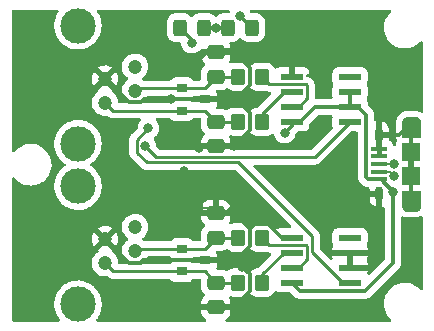
<source format=gbr>
%TF.GenerationSoftware,KiCad,Pcbnew,(5.99.0-8817-g721bf82603)*%
%TF.CreationDate,2021-02-09T01:09:18-06:00*%
%TF.ProjectId,VEXRS485ToSerial,56455852-5334-4383-9554-6f5365726961,rev?*%
%TF.SameCoordinates,Original*%
%TF.FileFunction,Copper,L1,Top*%
%TF.FilePolarity,Positive*%
%FSLAX46Y46*%
G04 Gerber Fmt 4.6, Leading zero omitted, Abs format (unit mm)*
G04 Created by KiCad (PCBNEW (5.99.0-8817-g721bf82603)) date 2021-02-09 01:09:18*
%MOMM*%
%LPD*%
G01*
G04 APERTURE LIST*
G04 Aperture macros list*
%AMRoundRect*
0 Rectangle with rounded corners*
0 $1 Rounding radius*
0 $2 $3 $4 $5 $6 $7 $8 $9 X,Y pos of 4 corners*
0 Add a 4 corners polygon primitive as box body*
4,1,4,$2,$3,$4,$5,$6,$7,$8,$9,$2,$3,0*
0 Add four circle primitives for the rounded corners*
1,1,$1+$1,$2,$3*
1,1,$1+$1,$4,$5*
1,1,$1+$1,$6,$7*
1,1,$1+$1,$8,$9*
0 Add four rect primitives between the rounded corners*
20,1,$1+$1,$2,$3,$4,$5,0*
20,1,$1+$1,$4,$5,$6,$7,0*
20,1,$1+$1,$6,$7,$8,$9,0*
20,1,$1+$1,$8,$9,$2,$3,0*%
G04 Aperture macros list end*
%TA.AperFunction,EtchedComponent*%
%ADD10C,0.001000*%
%TD*%
%TA.AperFunction,SMDPad,CuDef*%
%ADD11R,1.970000X0.600000*%
%TD*%
%TA.AperFunction,ComponentPad*%
%ADD12C,3.000000*%
%TD*%
%TA.AperFunction,ComponentPad*%
%ADD13C,1.200000*%
%TD*%
%TA.AperFunction,SMDPad,CuDef*%
%ADD14RoundRect,0.250000X-0.475000X0.337500X-0.475000X-0.337500X0.475000X-0.337500X0.475000X0.337500X0*%
%TD*%
%TA.AperFunction,SMDPad,CuDef*%
%ADD15R,1.350000X0.400000*%
%TD*%
%TA.AperFunction,ComponentPad*%
%ADD16O,0.650000X1.300000*%
%TD*%
%TA.AperFunction,ComponentPad*%
%ADD17O,1.550000X0.775000*%
%TD*%
%TA.AperFunction,SMDPad,CuDef*%
%ADD18R,1.550000X1.500000*%
%TD*%
%TA.AperFunction,SMDPad,CuDef*%
%ADD19RoundRect,0.250000X-0.350000X-0.450000X0.350000X-0.450000X0.350000X0.450000X-0.350000X0.450000X0*%
%TD*%
%TA.AperFunction,SMDPad,CuDef*%
%ADD20RoundRect,0.250000X0.475000X-0.337500X0.475000X0.337500X-0.475000X0.337500X-0.475000X-0.337500X0*%
%TD*%
%TA.AperFunction,SMDPad,CuDef*%
%ADD21RoundRect,0.250000X0.325000X0.450000X-0.325000X0.450000X-0.325000X-0.450000X0.325000X-0.450000X0*%
%TD*%
%TA.AperFunction,SMDPad,CuDef*%
%ADD22R,0.972000X0.802000*%
%TD*%
%TA.AperFunction,SMDPad,CuDef*%
%ADD23RoundRect,0.250000X-0.325000X-0.450000X0.325000X-0.450000X0.325000X0.450000X-0.325000X0.450000X0*%
%TD*%
%TA.AperFunction,ViaPad*%
%ADD24C,0.800000*%
%TD*%
%TA.AperFunction,Conductor*%
%ADD25C,0.350000*%
%TD*%
%TA.AperFunction,Conductor*%
%ADD26C,0.200000*%
%TD*%
%TA.AperFunction,Conductor*%
%ADD27C,0.250000*%
%TD*%
G04 APERTURE END LIST*
D10*
%TO.C,J3*%
X92602500Y-97042000D02*
X94157500Y-97042000D01*
X94157500Y-97042000D02*
X94157500Y-98239500D01*
X94157500Y-98239500D02*
X93957500Y-98239500D01*
X93957500Y-98239500D02*
X93957162Y-98227731D01*
X93957162Y-98227731D02*
X93956140Y-98214748D01*
X93956140Y-98214748D02*
X93954441Y-98201836D01*
X93954441Y-98201836D02*
X93952067Y-98189031D01*
X93952067Y-98189031D02*
X93949027Y-98176368D01*
X93949027Y-98176368D02*
X93945328Y-98163881D01*
X93945328Y-98163881D02*
X93940981Y-98151605D01*
X93940981Y-98151605D02*
X93935997Y-98139573D01*
X93935997Y-98139573D02*
X93930391Y-98127818D01*
X93930391Y-98127818D02*
X93924177Y-98116373D01*
X93924177Y-98116373D02*
X93917372Y-98105269D01*
X93917372Y-98105269D02*
X93909996Y-98094537D01*
X93909996Y-98094537D02*
X93902067Y-98084205D01*
X93902067Y-98084205D02*
X93893610Y-98074302D01*
X93893610Y-98074302D02*
X93884645Y-98064855D01*
X93884645Y-98064855D02*
X93875198Y-98055890D01*
X93875198Y-98055890D02*
X93865295Y-98047433D01*
X93865295Y-98047433D02*
X93854963Y-98039504D01*
X93854963Y-98039504D02*
X93844231Y-98032128D01*
X93844231Y-98032128D02*
X93833127Y-98025323D01*
X93833127Y-98025323D02*
X93821682Y-98019109D01*
X93821682Y-98019109D02*
X93809927Y-98013503D01*
X93809927Y-98013503D02*
X93797895Y-98008519D01*
X93797895Y-98008519D02*
X93785619Y-98004172D01*
X93785619Y-98004172D02*
X93773132Y-98000473D01*
X93773132Y-98000473D02*
X93760469Y-97997433D01*
X93760469Y-97997433D02*
X93747664Y-97995059D01*
X93747664Y-97995059D02*
X93734752Y-97993360D01*
X93734752Y-97993360D02*
X93721769Y-97992338D01*
X93721769Y-97992338D02*
X93707500Y-97992000D01*
X93707500Y-97992000D02*
X93697500Y-97992000D01*
X93697500Y-97992000D02*
X93067500Y-97992000D01*
X93067500Y-97992000D02*
X93057500Y-97992000D01*
X93057500Y-97992000D02*
X93044416Y-97992343D01*
X93044416Y-97992343D02*
X93031368Y-97993370D01*
X93031368Y-97993370D02*
X93018391Y-97995078D01*
X93018391Y-97995078D02*
X93005522Y-97997463D01*
X93005522Y-97997463D02*
X92992795Y-98000519D01*
X92992795Y-98000519D02*
X92980246Y-98004236D01*
X92980246Y-98004236D02*
X92967908Y-98008605D01*
X92967908Y-98008605D02*
X92955816Y-98013614D01*
X92955816Y-98013614D02*
X92944002Y-98019248D01*
X92944002Y-98019248D02*
X92932500Y-98025494D01*
X92932500Y-98025494D02*
X92921340Y-98032332D01*
X92921340Y-98032332D02*
X92910554Y-98039746D01*
X92910554Y-98039746D02*
X92900170Y-98047714D01*
X92900170Y-98047714D02*
X92890217Y-98056214D01*
X92890217Y-98056214D02*
X92880723Y-98065223D01*
X92880723Y-98065223D02*
X92871714Y-98074717D01*
X92871714Y-98074717D02*
X92863214Y-98084670D01*
X92863214Y-98084670D02*
X92855246Y-98095054D01*
X92855246Y-98095054D02*
X92847832Y-98105840D01*
X92847832Y-98105840D02*
X92840994Y-98117000D01*
X92840994Y-98117000D02*
X92834748Y-98128502D01*
X92834748Y-98128502D02*
X92829114Y-98140316D01*
X92829114Y-98140316D02*
X92824105Y-98152408D01*
X92824105Y-98152408D02*
X92819736Y-98164746D01*
X92819736Y-98164746D02*
X92816019Y-98177295D01*
X92816019Y-98177295D02*
X92812963Y-98190022D01*
X92812963Y-98190022D02*
X92810578Y-98202891D01*
X92810578Y-98202891D02*
X92808870Y-98215868D01*
X92808870Y-98215868D02*
X92807843Y-98228916D01*
X92807843Y-98228916D02*
X92807500Y-98242000D01*
X92807500Y-98242000D02*
X92807843Y-98255084D01*
X92807843Y-98255084D02*
X92808870Y-98268132D01*
X92808870Y-98268132D02*
X92810578Y-98281109D01*
X92810578Y-98281109D02*
X92812963Y-98293978D01*
X92812963Y-98293978D02*
X92816019Y-98306705D01*
X92816019Y-98306705D02*
X92819736Y-98319254D01*
X92819736Y-98319254D02*
X92824105Y-98331592D01*
X92824105Y-98331592D02*
X92829114Y-98343684D01*
X92829114Y-98343684D02*
X92834748Y-98355498D01*
X92834748Y-98355498D02*
X92840994Y-98367000D01*
X92840994Y-98367000D02*
X92847832Y-98378160D01*
X92847832Y-98378160D02*
X92855246Y-98388946D01*
X92855246Y-98388946D02*
X92863214Y-98399330D01*
X92863214Y-98399330D02*
X92871714Y-98409283D01*
X92871714Y-98409283D02*
X92880723Y-98418777D01*
X92880723Y-98418777D02*
X92890217Y-98427786D01*
X92890217Y-98427786D02*
X92900170Y-98436286D01*
X92900170Y-98436286D02*
X92910554Y-98444254D01*
X92910554Y-98444254D02*
X92921340Y-98451668D01*
X92921340Y-98451668D02*
X92932500Y-98458506D01*
X92932500Y-98458506D02*
X92944002Y-98464752D01*
X92944002Y-98464752D02*
X92955816Y-98470386D01*
X92955816Y-98470386D02*
X92967908Y-98475395D01*
X92967908Y-98475395D02*
X92980246Y-98479764D01*
X92980246Y-98479764D02*
X92992795Y-98483481D01*
X92992795Y-98483481D02*
X93005522Y-98486537D01*
X93005522Y-98486537D02*
X93018391Y-98488922D01*
X93018391Y-98488922D02*
X93031368Y-98490630D01*
X93031368Y-98490630D02*
X93044416Y-98491657D01*
X93044416Y-98491657D02*
X93057500Y-98492000D01*
X93057500Y-98492000D02*
X93707500Y-98492000D01*
X93707500Y-98492000D02*
X93721769Y-98491662D01*
X93721769Y-98491662D02*
X93734752Y-98490640D01*
X93734752Y-98490640D02*
X93747664Y-98488941D01*
X93747664Y-98488941D02*
X93760469Y-98486567D01*
X93760469Y-98486567D02*
X93773132Y-98483527D01*
X93773132Y-98483527D02*
X93785619Y-98479828D01*
X93785619Y-98479828D02*
X93797895Y-98475481D01*
X93797895Y-98475481D02*
X93809927Y-98470497D01*
X93809927Y-98470497D02*
X93821682Y-98464891D01*
X93821682Y-98464891D02*
X93833127Y-98458677D01*
X93833127Y-98458677D02*
X93844231Y-98451872D01*
X93844231Y-98451872D02*
X93854963Y-98444496D01*
X93854963Y-98444496D02*
X93865295Y-98436567D01*
X93865295Y-98436567D02*
X93875198Y-98428110D01*
X93875198Y-98428110D02*
X93884645Y-98419145D01*
X93884645Y-98419145D02*
X93893610Y-98409698D01*
X93893610Y-98409698D02*
X93902067Y-98399795D01*
X93902067Y-98399795D02*
X93909996Y-98389463D01*
X93909996Y-98389463D02*
X93917372Y-98378731D01*
X93917372Y-98378731D02*
X93924177Y-98367627D01*
X93924177Y-98367627D02*
X93930391Y-98356182D01*
X93930391Y-98356182D02*
X93935997Y-98344427D01*
X93935997Y-98344427D02*
X93940981Y-98332395D01*
X93940981Y-98332395D02*
X93945328Y-98320119D01*
X93945328Y-98320119D02*
X93949027Y-98307632D01*
X93949027Y-98307632D02*
X93952067Y-98294969D01*
X93952067Y-98294969D02*
X93954441Y-98282164D01*
X93954441Y-98282164D02*
X93956140Y-98269252D01*
X93956140Y-98269252D02*
X93957162Y-98256269D01*
X93957162Y-98256269D02*
X93957500Y-98244500D01*
X93957500Y-98244500D02*
X94157500Y-98244500D01*
X94157500Y-98244500D02*
X94156818Y-98269353D01*
X94156818Y-98269353D02*
X94154769Y-98295384D01*
X94154769Y-98295384D02*
X94151361Y-98321272D01*
X94151361Y-98321272D02*
X94146603Y-98346946D01*
X94146603Y-98346946D02*
X94140507Y-98372336D01*
X94140507Y-98372336D02*
X94133091Y-98397373D01*
X94133091Y-98397373D02*
X94124375Y-98421987D01*
X94124375Y-98421987D02*
X94114382Y-98446111D01*
X94114382Y-98446111D02*
X94103141Y-98469678D01*
X94103141Y-98469678D02*
X94090682Y-98492626D01*
X94090682Y-98492626D02*
X94077038Y-98514890D01*
X94077038Y-98514890D02*
X94062248Y-98536409D01*
X94062248Y-98536409D02*
X94046353Y-98557125D01*
X94046353Y-98557125D02*
X94029395Y-98576980D01*
X94029395Y-98576980D02*
X94011421Y-98595921D01*
X94011421Y-98595921D02*
X93992480Y-98613895D01*
X93992480Y-98613895D02*
X93972625Y-98630853D01*
X93972625Y-98630853D02*
X93951909Y-98646748D01*
X93951909Y-98646748D02*
X93930390Y-98661538D01*
X93930390Y-98661538D02*
X93908126Y-98675182D01*
X93908126Y-98675182D02*
X93885178Y-98687641D01*
X93885178Y-98687641D02*
X93861611Y-98698882D01*
X93861611Y-98698882D02*
X93837487Y-98708875D01*
X93837487Y-98708875D02*
X93812873Y-98717591D01*
X93812873Y-98717591D02*
X93787836Y-98725007D01*
X93787836Y-98725007D02*
X93762446Y-98731103D01*
X93762446Y-98731103D02*
X93736772Y-98735861D01*
X93736772Y-98735861D02*
X93710884Y-98739269D01*
X93710884Y-98739269D02*
X93684853Y-98741318D01*
X93684853Y-98741318D02*
X93657500Y-98742000D01*
X93657500Y-98742000D02*
X93107500Y-98742000D01*
X93107500Y-98742000D02*
X93081332Y-98741315D01*
X93081332Y-98741315D02*
X93055236Y-98739261D01*
X93055236Y-98739261D02*
X93029283Y-98735844D01*
X93029283Y-98735844D02*
X93003544Y-98731074D01*
X93003544Y-98731074D02*
X92978090Y-98724963D01*
X92978090Y-98724963D02*
X92952992Y-98717528D01*
X92952992Y-98717528D02*
X92928316Y-98708790D01*
X92928316Y-98708790D02*
X92904132Y-98698773D01*
X92904132Y-98698773D02*
X92880505Y-98687503D01*
X92880505Y-98687503D02*
X92857500Y-98675013D01*
X92857500Y-98675013D02*
X92835180Y-98661335D01*
X92835180Y-98661335D02*
X92813607Y-98646508D01*
X92813607Y-98646508D02*
X92792840Y-98630573D01*
X92792840Y-98630573D02*
X92772935Y-98613572D01*
X92772935Y-98613572D02*
X92753947Y-98595553D01*
X92753947Y-98595553D02*
X92735928Y-98576565D01*
X92735928Y-98576565D02*
X92718927Y-98556660D01*
X92718927Y-98556660D02*
X92702992Y-98535893D01*
X92702992Y-98535893D02*
X92688165Y-98514320D01*
X92688165Y-98514320D02*
X92674487Y-98492000D01*
X92674487Y-98492000D02*
X92661997Y-98468995D01*
X92661997Y-98468995D02*
X92650727Y-98445368D01*
X92650727Y-98445368D02*
X92640710Y-98421184D01*
X92640710Y-98421184D02*
X92631972Y-98396508D01*
X92631972Y-98396508D02*
X92624537Y-98371410D01*
X92624537Y-98371410D02*
X92618426Y-98345956D01*
X92618426Y-98345956D02*
X92613656Y-98320217D01*
X92613656Y-98320217D02*
X92610239Y-98294264D01*
X92610239Y-98294264D02*
X92608185Y-98268168D01*
X92608185Y-98268168D02*
X92607500Y-98242000D01*
X92607500Y-98242000D02*
X92607500Y-97047000D01*
X92607500Y-97047000D02*
X92602500Y-97047000D01*
X92602500Y-97047000D02*
X92602500Y-97042000D01*
X92602500Y-97042000D02*
X92602500Y-97042000D01*
G36*
X94157500Y-98239500D02*
G01*
X93957500Y-98239500D01*
X93957162Y-98227731D01*
X93956140Y-98214748D01*
X93954441Y-98201836D01*
X93952067Y-98189031D01*
X93949027Y-98176368D01*
X93945328Y-98163881D01*
X93940981Y-98151605D01*
X93935997Y-98139573D01*
X93930391Y-98127818D01*
X93924177Y-98116373D01*
X93917372Y-98105269D01*
X93909996Y-98094537D01*
X93902067Y-98084205D01*
X93893610Y-98074302D01*
X93884645Y-98064855D01*
X93875198Y-98055890D01*
X93865295Y-98047433D01*
X93854963Y-98039504D01*
X93844231Y-98032128D01*
X93833127Y-98025323D01*
X93821682Y-98019109D01*
X93809927Y-98013503D01*
X93797895Y-98008519D01*
X93785619Y-98004172D01*
X93773132Y-98000473D01*
X93760469Y-97997433D01*
X93747664Y-97995059D01*
X93734752Y-97993360D01*
X93721769Y-97992338D01*
X93707500Y-97992000D01*
X93057500Y-97992000D01*
X93044416Y-97992343D01*
X93031368Y-97993370D01*
X93018391Y-97995078D01*
X93005522Y-97997463D01*
X92992795Y-98000519D01*
X92980246Y-98004236D01*
X92967908Y-98008605D01*
X92955816Y-98013614D01*
X92944002Y-98019248D01*
X92932500Y-98025494D01*
X92921340Y-98032332D01*
X92910554Y-98039746D01*
X92900170Y-98047714D01*
X92890217Y-98056214D01*
X92880723Y-98065223D01*
X92871714Y-98074717D01*
X92863214Y-98084670D01*
X92855246Y-98095054D01*
X92847832Y-98105840D01*
X92840994Y-98117000D01*
X92834748Y-98128502D01*
X92829114Y-98140316D01*
X92824105Y-98152408D01*
X92819736Y-98164746D01*
X92816019Y-98177295D01*
X92812963Y-98190022D01*
X92810578Y-98202891D01*
X92808870Y-98215868D01*
X92807843Y-98228916D01*
X92807500Y-98242000D01*
X92807843Y-98255084D01*
X92808870Y-98268132D01*
X92810578Y-98281109D01*
X92812963Y-98293978D01*
X92816019Y-98306705D01*
X92819736Y-98319254D01*
X92824105Y-98331592D01*
X92829114Y-98343684D01*
X92834748Y-98355498D01*
X92840994Y-98367000D01*
X92847832Y-98378160D01*
X92855246Y-98388946D01*
X92863214Y-98399330D01*
X92871714Y-98409283D01*
X92880723Y-98418777D01*
X92890217Y-98427786D01*
X92900170Y-98436286D01*
X92910554Y-98444254D01*
X92921340Y-98451668D01*
X92932500Y-98458506D01*
X92944002Y-98464752D01*
X92955816Y-98470386D01*
X92967908Y-98475395D01*
X92980246Y-98479764D01*
X92992795Y-98483481D01*
X93005522Y-98486537D01*
X93018391Y-98488922D01*
X93031368Y-98490630D01*
X93044416Y-98491657D01*
X93057500Y-98492000D01*
X93707500Y-98492000D01*
X93721769Y-98491662D01*
X93734752Y-98490640D01*
X93747664Y-98488941D01*
X93760469Y-98486567D01*
X93773132Y-98483527D01*
X93785619Y-98479828D01*
X93797895Y-98475481D01*
X93809927Y-98470497D01*
X93821682Y-98464891D01*
X93833127Y-98458677D01*
X93844231Y-98451872D01*
X93854963Y-98444496D01*
X93865295Y-98436567D01*
X93875198Y-98428110D01*
X93884645Y-98419145D01*
X93893610Y-98409698D01*
X93902067Y-98399795D01*
X93909996Y-98389463D01*
X93917372Y-98378731D01*
X93924177Y-98367627D01*
X93930391Y-98356182D01*
X93935997Y-98344427D01*
X93940981Y-98332395D01*
X93945328Y-98320119D01*
X93949027Y-98307632D01*
X93952067Y-98294969D01*
X93954441Y-98282164D01*
X93956140Y-98269252D01*
X93957162Y-98256269D01*
X93957500Y-98244500D01*
X94157500Y-98244500D01*
X94156818Y-98269353D01*
X94154769Y-98295384D01*
X94151361Y-98321272D01*
X94146603Y-98346946D01*
X94140507Y-98372336D01*
X94133091Y-98397373D01*
X94124375Y-98421987D01*
X94114382Y-98446111D01*
X94103141Y-98469678D01*
X94090682Y-98492626D01*
X94077038Y-98514890D01*
X94062248Y-98536409D01*
X94046353Y-98557125D01*
X94029395Y-98576980D01*
X94011421Y-98595921D01*
X93992480Y-98613895D01*
X93972625Y-98630853D01*
X93951909Y-98646748D01*
X93930390Y-98661538D01*
X93908126Y-98675182D01*
X93885178Y-98687641D01*
X93861611Y-98698882D01*
X93837487Y-98708875D01*
X93812873Y-98717591D01*
X93787836Y-98725007D01*
X93762446Y-98731103D01*
X93736772Y-98735861D01*
X93710884Y-98739269D01*
X93684853Y-98741318D01*
X93657500Y-98742000D01*
X93107500Y-98742000D01*
X93081332Y-98741315D01*
X93055236Y-98739261D01*
X93029283Y-98735844D01*
X93003544Y-98731074D01*
X92978090Y-98724963D01*
X92952992Y-98717528D01*
X92928316Y-98708790D01*
X92904132Y-98698773D01*
X92880505Y-98687503D01*
X92857500Y-98675013D01*
X92835180Y-98661335D01*
X92813607Y-98646508D01*
X92792840Y-98630573D01*
X92772935Y-98613572D01*
X92753947Y-98595553D01*
X92735928Y-98576565D01*
X92718927Y-98556660D01*
X92702992Y-98535893D01*
X92688165Y-98514320D01*
X92674487Y-98492000D01*
X92661997Y-98468995D01*
X92650727Y-98445368D01*
X92640710Y-98421184D01*
X92631972Y-98396508D01*
X92624537Y-98371410D01*
X92618426Y-98345956D01*
X92613656Y-98320217D01*
X92610239Y-98294264D01*
X92608185Y-98268168D01*
X92607500Y-98242000D01*
X92607500Y-97047000D01*
X92602500Y-97047000D01*
X92602500Y-97042000D01*
X94157500Y-97042000D01*
X94157500Y-98239500D01*
G37*
X94157500Y-98239500D02*
X93957500Y-98239500D01*
X93957162Y-98227731D01*
X93956140Y-98214748D01*
X93954441Y-98201836D01*
X93952067Y-98189031D01*
X93949027Y-98176368D01*
X93945328Y-98163881D01*
X93940981Y-98151605D01*
X93935997Y-98139573D01*
X93930391Y-98127818D01*
X93924177Y-98116373D01*
X93917372Y-98105269D01*
X93909996Y-98094537D01*
X93902067Y-98084205D01*
X93893610Y-98074302D01*
X93884645Y-98064855D01*
X93875198Y-98055890D01*
X93865295Y-98047433D01*
X93854963Y-98039504D01*
X93844231Y-98032128D01*
X93833127Y-98025323D01*
X93821682Y-98019109D01*
X93809927Y-98013503D01*
X93797895Y-98008519D01*
X93785619Y-98004172D01*
X93773132Y-98000473D01*
X93760469Y-97997433D01*
X93747664Y-97995059D01*
X93734752Y-97993360D01*
X93721769Y-97992338D01*
X93707500Y-97992000D01*
X93057500Y-97992000D01*
X93044416Y-97992343D01*
X93031368Y-97993370D01*
X93018391Y-97995078D01*
X93005522Y-97997463D01*
X92992795Y-98000519D01*
X92980246Y-98004236D01*
X92967908Y-98008605D01*
X92955816Y-98013614D01*
X92944002Y-98019248D01*
X92932500Y-98025494D01*
X92921340Y-98032332D01*
X92910554Y-98039746D01*
X92900170Y-98047714D01*
X92890217Y-98056214D01*
X92880723Y-98065223D01*
X92871714Y-98074717D01*
X92863214Y-98084670D01*
X92855246Y-98095054D01*
X92847832Y-98105840D01*
X92840994Y-98117000D01*
X92834748Y-98128502D01*
X92829114Y-98140316D01*
X92824105Y-98152408D01*
X92819736Y-98164746D01*
X92816019Y-98177295D01*
X92812963Y-98190022D01*
X92810578Y-98202891D01*
X92808870Y-98215868D01*
X92807843Y-98228916D01*
X92807500Y-98242000D01*
X92807843Y-98255084D01*
X92808870Y-98268132D01*
X92810578Y-98281109D01*
X92812963Y-98293978D01*
X92816019Y-98306705D01*
X92819736Y-98319254D01*
X92824105Y-98331592D01*
X92829114Y-98343684D01*
X92834748Y-98355498D01*
X92840994Y-98367000D01*
X92847832Y-98378160D01*
X92855246Y-98388946D01*
X92863214Y-98399330D01*
X92871714Y-98409283D01*
X92880723Y-98418777D01*
X92890217Y-98427786D01*
X92900170Y-98436286D01*
X92910554Y-98444254D01*
X92921340Y-98451668D01*
X92932500Y-98458506D01*
X92944002Y-98464752D01*
X92955816Y-98470386D01*
X92967908Y-98475395D01*
X92980246Y-98479764D01*
X92992795Y-98483481D01*
X93005522Y-98486537D01*
X93018391Y-98488922D01*
X93031368Y-98490630D01*
X93044416Y-98491657D01*
X93057500Y-98492000D01*
X93707500Y-98492000D01*
X93721769Y-98491662D01*
X93734752Y-98490640D01*
X93747664Y-98488941D01*
X93760469Y-98486567D01*
X93773132Y-98483527D01*
X93785619Y-98479828D01*
X93797895Y-98475481D01*
X93809927Y-98470497D01*
X93821682Y-98464891D01*
X93833127Y-98458677D01*
X93844231Y-98451872D01*
X93854963Y-98444496D01*
X93865295Y-98436567D01*
X93875198Y-98428110D01*
X93884645Y-98419145D01*
X93893610Y-98409698D01*
X93902067Y-98399795D01*
X93909996Y-98389463D01*
X93917372Y-98378731D01*
X93924177Y-98367627D01*
X93930391Y-98356182D01*
X93935997Y-98344427D01*
X93940981Y-98332395D01*
X93945328Y-98320119D01*
X93949027Y-98307632D01*
X93952067Y-98294969D01*
X93954441Y-98282164D01*
X93956140Y-98269252D01*
X93957162Y-98256269D01*
X93957500Y-98244500D01*
X94157500Y-98244500D01*
X94156818Y-98269353D01*
X94154769Y-98295384D01*
X94151361Y-98321272D01*
X94146603Y-98346946D01*
X94140507Y-98372336D01*
X94133091Y-98397373D01*
X94124375Y-98421987D01*
X94114382Y-98446111D01*
X94103141Y-98469678D01*
X94090682Y-98492626D01*
X94077038Y-98514890D01*
X94062248Y-98536409D01*
X94046353Y-98557125D01*
X94029395Y-98576980D01*
X94011421Y-98595921D01*
X93992480Y-98613895D01*
X93972625Y-98630853D01*
X93951909Y-98646748D01*
X93930390Y-98661538D01*
X93908126Y-98675182D01*
X93885178Y-98687641D01*
X93861611Y-98698882D01*
X93837487Y-98708875D01*
X93812873Y-98717591D01*
X93787836Y-98725007D01*
X93762446Y-98731103D01*
X93736772Y-98735861D01*
X93710884Y-98739269D01*
X93684853Y-98741318D01*
X93657500Y-98742000D01*
X93107500Y-98742000D01*
X93081332Y-98741315D01*
X93055236Y-98739261D01*
X93029283Y-98735844D01*
X93003544Y-98731074D01*
X92978090Y-98724963D01*
X92952992Y-98717528D01*
X92928316Y-98708790D01*
X92904132Y-98698773D01*
X92880505Y-98687503D01*
X92857500Y-98675013D01*
X92835180Y-98661335D01*
X92813607Y-98646508D01*
X92792840Y-98630573D01*
X92772935Y-98613572D01*
X92753947Y-98595553D01*
X92735928Y-98576565D01*
X92718927Y-98556660D01*
X92702992Y-98535893D01*
X92688165Y-98514320D01*
X92674487Y-98492000D01*
X92661997Y-98468995D01*
X92650727Y-98445368D01*
X92640710Y-98421184D01*
X92631972Y-98396508D01*
X92624537Y-98371410D01*
X92618426Y-98345956D01*
X92613656Y-98320217D01*
X92610239Y-98294264D01*
X92608185Y-98268168D01*
X92607500Y-98242000D01*
X92607500Y-97047000D01*
X92602500Y-97047000D01*
X92602500Y-97042000D01*
X94157500Y-97042000D01*
X94157500Y-98239500D01*
X94162500Y-92442000D02*
X92607500Y-92442000D01*
X92607500Y-92442000D02*
X92607500Y-91244500D01*
X92607500Y-91244500D02*
X92807500Y-91244500D01*
X92807500Y-91244500D02*
X92807838Y-91256269D01*
X92807838Y-91256269D02*
X92808860Y-91269252D01*
X92808860Y-91269252D02*
X92810559Y-91282164D01*
X92810559Y-91282164D02*
X92812933Y-91294969D01*
X92812933Y-91294969D02*
X92815973Y-91307632D01*
X92815973Y-91307632D02*
X92819672Y-91320119D01*
X92819672Y-91320119D02*
X92824019Y-91332395D01*
X92824019Y-91332395D02*
X92829003Y-91344427D01*
X92829003Y-91344427D02*
X92834609Y-91356182D01*
X92834609Y-91356182D02*
X92840823Y-91367627D01*
X92840823Y-91367627D02*
X92847628Y-91378731D01*
X92847628Y-91378731D02*
X92855004Y-91389463D01*
X92855004Y-91389463D02*
X92862933Y-91399795D01*
X92862933Y-91399795D02*
X92871390Y-91409698D01*
X92871390Y-91409698D02*
X92880355Y-91419145D01*
X92880355Y-91419145D02*
X92889802Y-91428110D01*
X92889802Y-91428110D02*
X92899705Y-91436567D01*
X92899705Y-91436567D02*
X92910037Y-91444496D01*
X92910037Y-91444496D02*
X92920769Y-91451872D01*
X92920769Y-91451872D02*
X92931873Y-91458677D01*
X92931873Y-91458677D02*
X92943318Y-91464891D01*
X92943318Y-91464891D02*
X92955073Y-91470497D01*
X92955073Y-91470497D02*
X92967105Y-91475481D01*
X92967105Y-91475481D02*
X92979381Y-91479828D01*
X92979381Y-91479828D02*
X92991868Y-91483527D01*
X92991868Y-91483527D02*
X93004531Y-91486567D01*
X93004531Y-91486567D02*
X93017336Y-91488941D01*
X93017336Y-91488941D02*
X93030248Y-91490640D01*
X93030248Y-91490640D02*
X93043231Y-91491662D01*
X93043231Y-91491662D02*
X93057500Y-91492000D01*
X93057500Y-91492000D02*
X93067500Y-91492000D01*
X93067500Y-91492000D02*
X93697500Y-91492000D01*
X93697500Y-91492000D02*
X93707500Y-91492000D01*
X93707500Y-91492000D02*
X93720584Y-91491657D01*
X93720584Y-91491657D02*
X93733632Y-91490630D01*
X93733632Y-91490630D02*
X93746609Y-91488922D01*
X93746609Y-91488922D02*
X93759478Y-91486537D01*
X93759478Y-91486537D02*
X93772205Y-91483481D01*
X93772205Y-91483481D02*
X93784754Y-91479764D01*
X93784754Y-91479764D02*
X93797092Y-91475395D01*
X93797092Y-91475395D02*
X93809184Y-91470386D01*
X93809184Y-91470386D02*
X93820998Y-91464752D01*
X93820998Y-91464752D02*
X93832500Y-91458506D01*
X93832500Y-91458506D02*
X93843660Y-91451668D01*
X93843660Y-91451668D02*
X93854446Y-91444254D01*
X93854446Y-91444254D02*
X93864830Y-91436286D01*
X93864830Y-91436286D02*
X93874783Y-91427786D01*
X93874783Y-91427786D02*
X93884277Y-91418777D01*
X93884277Y-91418777D02*
X93893286Y-91409283D01*
X93893286Y-91409283D02*
X93901786Y-91399330D01*
X93901786Y-91399330D02*
X93909754Y-91388946D01*
X93909754Y-91388946D02*
X93917168Y-91378160D01*
X93917168Y-91378160D02*
X93924006Y-91367000D01*
X93924006Y-91367000D02*
X93930252Y-91355498D01*
X93930252Y-91355498D02*
X93935886Y-91343684D01*
X93935886Y-91343684D02*
X93940895Y-91331592D01*
X93940895Y-91331592D02*
X93945264Y-91319254D01*
X93945264Y-91319254D02*
X93948981Y-91306705D01*
X93948981Y-91306705D02*
X93952037Y-91293978D01*
X93952037Y-91293978D02*
X93954422Y-91281109D01*
X93954422Y-91281109D02*
X93956130Y-91268132D01*
X93956130Y-91268132D02*
X93957157Y-91255084D01*
X93957157Y-91255084D02*
X93957500Y-91242000D01*
X93957500Y-91242000D02*
X93957157Y-91228916D01*
X93957157Y-91228916D02*
X93956130Y-91215868D01*
X93956130Y-91215868D02*
X93954422Y-91202891D01*
X93954422Y-91202891D02*
X93952037Y-91190022D01*
X93952037Y-91190022D02*
X93948981Y-91177295D01*
X93948981Y-91177295D02*
X93945264Y-91164746D01*
X93945264Y-91164746D02*
X93940895Y-91152408D01*
X93940895Y-91152408D02*
X93935886Y-91140316D01*
X93935886Y-91140316D02*
X93930252Y-91128502D01*
X93930252Y-91128502D02*
X93924006Y-91117000D01*
X93924006Y-91117000D02*
X93917168Y-91105840D01*
X93917168Y-91105840D02*
X93909754Y-91095054D01*
X93909754Y-91095054D02*
X93901786Y-91084670D01*
X93901786Y-91084670D02*
X93893286Y-91074717D01*
X93893286Y-91074717D02*
X93884277Y-91065223D01*
X93884277Y-91065223D02*
X93874783Y-91056214D01*
X93874783Y-91056214D02*
X93864830Y-91047714D01*
X93864830Y-91047714D02*
X93854446Y-91039746D01*
X93854446Y-91039746D02*
X93843660Y-91032332D01*
X93843660Y-91032332D02*
X93832500Y-91025494D01*
X93832500Y-91025494D02*
X93820998Y-91019248D01*
X93820998Y-91019248D02*
X93809184Y-91013614D01*
X93809184Y-91013614D02*
X93797092Y-91008605D01*
X93797092Y-91008605D02*
X93784754Y-91004236D01*
X93784754Y-91004236D02*
X93772205Y-91000519D01*
X93772205Y-91000519D02*
X93759478Y-90997463D01*
X93759478Y-90997463D02*
X93746609Y-90995078D01*
X93746609Y-90995078D02*
X93733632Y-90993370D01*
X93733632Y-90993370D02*
X93720584Y-90992343D01*
X93720584Y-90992343D02*
X93707500Y-90992000D01*
X93707500Y-90992000D02*
X93057500Y-90992000D01*
X93057500Y-90992000D02*
X93043231Y-90992338D01*
X93043231Y-90992338D02*
X93030248Y-90993360D01*
X93030248Y-90993360D02*
X93017336Y-90995059D01*
X93017336Y-90995059D02*
X93004531Y-90997433D01*
X93004531Y-90997433D02*
X92991868Y-91000473D01*
X92991868Y-91000473D02*
X92979381Y-91004172D01*
X92979381Y-91004172D02*
X92967105Y-91008519D01*
X92967105Y-91008519D02*
X92955073Y-91013503D01*
X92955073Y-91013503D02*
X92943318Y-91019109D01*
X92943318Y-91019109D02*
X92931873Y-91025323D01*
X92931873Y-91025323D02*
X92920769Y-91032128D01*
X92920769Y-91032128D02*
X92910037Y-91039504D01*
X92910037Y-91039504D02*
X92899705Y-91047433D01*
X92899705Y-91047433D02*
X92889802Y-91055890D01*
X92889802Y-91055890D02*
X92880355Y-91064855D01*
X92880355Y-91064855D02*
X92871390Y-91074302D01*
X92871390Y-91074302D02*
X92862933Y-91084205D01*
X92862933Y-91084205D02*
X92855004Y-91094537D01*
X92855004Y-91094537D02*
X92847628Y-91105269D01*
X92847628Y-91105269D02*
X92840823Y-91116373D01*
X92840823Y-91116373D02*
X92834609Y-91127818D01*
X92834609Y-91127818D02*
X92829003Y-91139573D01*
X92829003Y-91139573D02*
X92824019Y-91151605D01*
X92824019Y-91151605D02*
X92819672Y-91163881D01*
X92819672Y-91163881D02*
X92815973Y-91176368D01*
X92815973Y-91176368D02*
X92812933Y-91189031D01*
X92812933Y-91189031D02*
X92810559Y-91201836D01*
X92810559Y-91201836D02*
X92808860Y-91214748D01*
X92808860Y-91214748D02*
X92807838Y-91227731D01*
X92807838Y-91227731D02*
X92807500Y-91239500D01*
X92807500Y-91239500D02*
X92607500Y-91239500D01*
X92607500Y-91239500D02*
X92608182Y-91214647D01*
X92608182Y-91214647D02*
X92610231Y-91188616D01*
X92610231Y-91188616D02*
X92613639Y-91162728D01*
X92613639Y-91162728D02*
X92618397Y-91137054D01*
X92618397Y-91137054D02*
X92624493Y-91111664D01*
X92624493Y-91111664D02*
X92631909Y-91086627D01*
X92631909Y-91086627D02*
X92640625Y-91062013D01*
X92640625Y-91062013D02*
X92650618Y-91037889D01*
X92650618Y-91037889D02*
X92661859Y-91014322D01*
X92661859Y-91014322D02*
X92674318Y-90991374D01*
X92674318Y-90991374D02*
X92687962Y-90969110D01*
X92687962Y-90969110D02*
X92702752Y-90947591D01*
X92702752Y-90947591D02*
X92718647Y-90926875D01*
X92718647Y-90926875D02*
X92735605Y-90907020D01*
X92735605Y-90907020D02*
X92753579Y-90888079D01*
X92753579Y-90888079D02*
X92772520Y-90870105D01*
X92772520Y-90870105D02*
X92792375Y-90853147D01*
X92792375Y-90853147D02*
X92813091Y-90837252D01*
X92813091Y-90837252D02*
X92834610Y-90822462D01*
X92834610Y-90822462D02*
X92856874Y-90808818D01*
X92856874Y-90808818D02*
X92879822Y-90796359D01*
X92879822Y-90796359D02*
X92903389Y-90785118D01*
X92903389Y-90785118D02*
X92927513Y-90775125D01*
X92927513Y-90775125D02*
X92952127Y-90766409D01*
X92952127Y-90766409D02*
X92977164Y-90758993D01*
X92977164Y-90758993D02*
X93002554Y-90752897D01*
X93002554Y-90752897D02*
X93028228Y-90748139D01*
X93028228Y-90748139D02*
X93054116Y-90744731D01*
X93054116Y-90744731D02*
X93080147Y-90742682D01*
X93080147Y-90742682D02*
X93107500Y-90742000D01*
X93107500Y-90742000D02*
X93657500Y-90742000D01*
X93657500Y-90742000D02*
X93683668Y-90742685D01*
X93683668Y-90742685D02*
X93709764Y-90744739D01*
X93709764Y-90744739D02*
X93735717Y-90748156D01*
X93735717Y-90748156D02*
X93761456Y-90752926D01*
X93761456Y-90752926D02*
X93786910Y-90759037D01*
X93786910Y-90759037D02*
X93812008Y-90766472D01*
X93812008Y-90766472D02*
X93836684Y-90775210D01*
X93836684Y-90775210D02*
X93860868Y-90785227D01*
X93860868Y-90785227D02*
X93884495Y-90796497D01*
X93884495Y-90796497D02*
X93907500Y-90808987D01*
X93907500Y-90808987D02*
X93929820Y-90822665D01*
X93929820Y-90822665D02*
X93951393Y-90837492D01*
X93951393Y-90837492D02*
X93972160Y-90853427D01*
X93972160Y-90853427D02*
X93992065Y-90870428D01*
X93992065Y-90870428D02*
X94011053Y-90888447D01*
X94011053Y-90888447D02*
X94029072Y-90907435D01*
X94029072Y-90907435D02*
X94046073Y-90927340D01*
X94046073Y-90927340D02*
X94062008Y-90948107D01*
X94062008Y-90948107D02*
X94076835Y-90969680D01*
X94076835Y-90969680D02*
X94090513Y-90992000D01*
X94090513Y-90992000D02*
X94103003Y-91015005D01*
X94103003Y-91015005D02*
X94114273Y-91038632D01*
X94114273Y-91038632D02*
X94124290Y-91062816D01*
X94124290Y-91062816D02*
X94133028Y-91087492D01*
X94133028Y-91087492D02*
X94140463Y-91112590D01*
X94140463Y-91112590D02*
X94146574Y-91138044D01*
X94146574Y-91138044D02*
X94151344Y-91163783D01*
X94151344Y-91163783D02*
X94154761Y-91189736D01*
X94154761Y-91189736D02*
X94156815Y-91215832D01*
X94156815Y-91215832D02*
X94157500Y-91242000D01*
X94157500Y-91242000D02*
X94157500Y-92437000D01*
X94157500Y-92437000D02*
X94162500Y-92437000D01*
X94162500Y-92437000D02*
X94162500Y-92442000D01*
X94162500Y-92442000D02*
X94162500Y-92442000D01*
G36*
X93683668Y-90742685D02*
G01*
X93709764Y-90744739D01*
X93735717Y-90748156D01*
X93761456Y-90752926D01*
X93786910Y-90759037D01*
X93812008Y-90766472D01*
X93836684Y-90775210D01*
X93860868Y-90785227D01*
X93884495Y-90796497D01*
X93907500Y-90808987D01*
X93929820Y-90822665D01*
X93951393Y-90837492D01*
X93972160Y-90853427D01*
X93992065Y-90870428D01*
X94011053Y-90888447D01*
X94029072Y-90907435D01*
X94046073Y-90927340D01*
X94062008Y-90948107D01*
X94076835Y-90969680D01*
X94090513Y-90992000D01*
X94103003Y-91015005D01*
X94114273Y-91038632D01*
X94124290Y-91062816D01*
X94133028Y-91087492D01*
X94140463Y-91112590D01*
X94146574Y-91138044D01*
X94151344Y-91163783D01*
X94154761Y-91189736D01*
X94156815Y-91215832D01*
X94157500Y-91242000D01*
X94157500Y-92437000D01*
X94162500Y-92437000D01*
X94162500Y-92442000D01*
X92607500Y-92442000D01*
X92607500Y-91244500D01*
X92807500Y-91244500D01*
X92807838Y-91256269D01*
X92808860Y-91269252D01*
X92810559Y-91282164D01*
X92812933Y-91294969D01*
X92815973Y-91307632D01*
X92819672Y-91320119D01*
X92824019Y-91332395D01*
X92829003Y-91344427D01*
X92834609Y-91356182D01*
X92840823Y-91367627D01*
X92847628Y-91378731D01*
X92855004Y-91389463D01*
X92862933Y-91399795D01*
X92871390Y-91409698D01*
X92880355Y-91419145D01*
X92889802Y-91428110D01*
X92899705Y-91436567D01*
X92910037Y-91444496D01*
X92920769Y-91451872D01*
X92931873Y-91458677D01*
X92943318Y-91464891D01*
X92955073Y-91470497D01*
X92967105Y-91475481D01*
X92979381Y-91479828D01*
X92991868Y-91483527D01*
X93004531Y-91486567D01*
X93017336Y-91488941D01*
X93030248Y-91490640D01*
X93043231Y-91491662D01*
X93057500Y-91492000D01*
X93707500Y-91492000D01*
X93720584Y-91491657D01*
X93733632Y-91490630D01*
X93746609Y-91488922D01*
X93759478Y-91486537D01*
X93772205Y-91483481D01*
X93784754Y-91479764D01*
X93797092Y-91475395D01*
X93809184Y-91470386D01*
X93820998Y-91464752D01*
X93832500Y-91458506D01*
X93843660Y-91451668D01*
X93854446Y-91444254D01*
X93864830Y-91436286D01*
X93874783Y-91427786D01*
X93884277Y-91418777D01*
X93893286Y-91409283D01*
X93901786Y-91399330D01*
X93909754Y-91388946D01*
X93917168Y-91378160D01*
X93924006Y-91367000D01*
X93930252Y-91355498D01*
X93935886Y-91343684D01*
X93940895Y-91331592D01*
X93945264Y-91319254D01*
X93948981Y-91306705D01*
X93952037Y-91293978D01*
X93954422Y-91281109D01*
X93956130Y-91268132D01*
X93957157Y-91255084D01*
X93957500Y-91242000D01*
X93957157Y-91228916D01*
X93956130Y-91215868D01*
X93954422Y-91202891D01*
X93952037Y-91190022D01*
X93948981Y-91177295D01*
X93945264Y-91164746D01*
X93940895Y-91152408D01*
X93935886Y-91140316D01*
X93930252Y-91128502D01*
X93924006Y-91117000D01*
X93917168Y-91105840D01*
X93909754Y-91095054D01*
X93901786Y-91084670D01*
X93893286Y-91074717D01*
X93884277Y-91065223D01*
X93874783Y-91056214D01*
X93864830Y-91047714D01*
X93854446Y-91039746D01*
X93843660Y-91032332D01*
X93832500Y-91025494D01*
X93820998Y-91019248D01*
X93809184Y-91013614D01*
X93797092Y-91008605D01*
X93784754Y-91004236D01*
X93772205Y-91000519D01*
X93759478Y-90997463D01*
X93746609Y-90995078D01*
X93733632Y-90993370D01*
X93720584Y-90992343D01*
X93707500Y-90992000D01*
X93057500Y-90992000D01*
X93043231Y-90992338D01*
X93030248Y-90993360D01*
X93017336Y-90995059D01*
X93004531Y-90997433D01*
X92991868Y-91000473D01*
X92979381Y-91004172D01*
X92967105Y-91008519D01*
X92955073Y-91013503D01*
X92943318Y-91019109D01*
X92931873Y-91025323D01*
X92920769Y-91032128D01*
X92910037Y-91039504D01*
X92899705Y-91047433D01*
X92889802Y-91055890D01*
X92880355Y-91064855D01*
X92871390Y-91074302D01*
X92862933Y-91084205D01*
X92855004Y-91094537D01*
X92847628Y-91105269D01*
X92840823Y-91116373D01*
X92834609Y-91127818D01*
X92829003Y-91139573D01*
X92824019Y-91151605D01*
X92819672Y-91163881D01*
X92815973Y-91176368D01*
X92812933Y-91189031D01*
X92810559Y-91201836D01*
X92808860Y-91214748D01*
X92807838Y-91227731D01*
X92807500Y-91239500D01*
X92607500Y-91239500D01*
X92608182Y-91214647D01*
X92610231Y-91188616D01*
X92613639Y-91162728D01*
X92618397Y-91137054D01*
X92624493Y-91111664D01*
X92631909Y-91086627D01*
X92640625Y-91062013D01*
X92650618Y-91037889D01*
X92661859Y-91014322D01*
X92674318Y-90991374D01*
X92687962Y-90969110D01*
X92702752Y-90947591D01*
X92718647Y-90926875D01*
X92735605Y-90907020D01*
X92753579Y-90888079D01*
X92772520Y-90870105D01*
X92792375Y-90853147D01*
X92813091Y-90837252D01*
X92834610Y-90822462D01*
X92856874Y-90808818D01*
X92879822Y-90796359D01*
X92903389Y-90785118D01*
X92927513Y-90775125D01*
X92952127Y-90766409D01*
X92977164Y-90758993D01*
X93002554Y-90752897D01*
X93028228Y-90748139D01*
X93054116Y-90744731D01*
X93080147Y-90742682D01*
X93107500Y-90742000D01*
X93657500Y-90742000D01*
X93683668Y-90742685D01*
G37*
X93683668Y-90742685D02*
X93709764Y-90744739D01*
X93735717Y-90748156D01*
X93761456Y-90752926D01*
X93786910Y-90759037D01*
X93812008Y-90766472D01*
X93836684Y-90775210D01*
X93860868Y-90785227D01*
X93884495Y-90796497D01*
X93907500Y-90808987D01*
X93929820Y-90822665D01*
X93951393Y-90837492D01*
X93972160Y-90853427D01*
X93992065Y-90870428D01*
X94011053Y-90888447D01*
X94029072Y-90907435D01*
X94046073Y-90927340D01*
X94062008Y-90948107D01*
X94076835Y-90969680D01*
X94090513Y-90992000D01*
X94103003Y-91015005D01*
X94114273Y-91038632D01*
X94124290Y-91062816D01*
X94133028Y-91087492D01*
X94140463Y-91112590D01*
X94146574Y-91138044D01*
X94151344Y-91163783D01*
X94154761Y-91189736D01*
X94156815Y-91215832D01*
X94157500Y-91242000D01*
X94157500Y-92437000D01*
X94162500Y-92437000D01*
X94162500Y-92442000D01*
X92607500Y-92442000D01*
X92607500Y-91244500D01*
X92807500Y-91244500D01*
X92807838Y-91256269D01*
X92808860Y-91269252D01*
X92810559Y-91282164D01*
X92812933Y-91294969D01*
X92815973Y-91307632D01*
X92819672Y-91320119D01*
X92824019Y-91332395D01*
X92829003Y-91344427D01*
X92834609Y-91356182D01*
X92840823Y-91367627D01*
X92847628Y-91378731D01*
X92855004Y-91389463D01*
X92862933Y-91399795D01*
X92871390Y-91409698D01*
X92880355Y-91419145D01*
X92889802Y-91428110D01*
X92899705Y-91436567D01*
X92910037Y-91444496D01*
X92920769Y-91451872D01*
X92931873Y-91458677D01*
X92943318Y-91464891D01*
X92955073Y-91470497D01*
X92967105Y-91475481D01*
X92979381Y-91479828D01*
X92991868Y-91483527D01*
X93004531Y-91486567D01*
X93017336Y-91488941D01*
X93030248Y-91490640D01*
X93043231Y-91491662D01*
X93057500Y-91492000D01*
X93707500Y-91492000D01*
X93720584Y-91491657D01*
X93733632Y-91490630D01*
X93746609Y-91488922D01*
X93759478Y-91486537D01*
X93772205Y-91483481D01*
X93784754Y-91479764D01*
X93797092Y-91475395D01*
X93809184Y-91470386D01*
X93820998Y-91464752D01*
X93832500Y-91458506D01*
X93843660Y-91451668D01*
X93854446Y-91444254D01*
X93864830Y-91436286D01*
X93874783Y-91427786D01*
X93884277Y-91418777D01*
X93893286Y-91409283D01*
X93901786Y-91399330D01*
X93909754Y-91388946D01*
X93917168Y-91378160D01*
X93924006Y-91367000D01*
X93930252Y-91355498D01*
X93935886Y-91343684D01*
X93940895Y-91331592D01*
X93945264Y-91319254D01*
X93948981Y-91306705D01*
X93952037Y-91293978D01*
X93954422Y-91281109D01*
X93956130Y-91268132D01*
X93957157Y-91255084D01*
X93957500Y-91242000D01*
X93957157Y-91228916D01*
X93956130Y-91215868D01*
X93954422Y-91202891D01*
X93952037Y-91190022D01*
X93948981Y-91177295D01*
X93945264Y-91164746D01*
X93940895Y-91152408D01*
X93935886Y-91140316D01*
X93930252Y-91128502D01*
X93924006Y-91117000D01*
X93917168Y-91105840D01*
X93909754Y-91095054D01*
X93901786Y-91084670D01*
X93893286Y-91074717D01*
X93884277Y-91065223D01*
X93874783Y-91056214D01*
X93864830Y-91047714D01*
X93854446Y-91039746D01*
X93843660Y-91032332D01*
X93832500Y-91025494D01*
X93820998Y-91019248D01*
X93809184Y-91013614D01*
X93797092Y-91008605D01*
X93784754Y-91004236D01*
X93772205Y-91000519D01*
X93759478Y-90997463D01*
X93746609Y-90995078D01*
X93733632Y-90993370D01*
X93720584Y-90992343D01*
X93707500Y-90992000D01*
X93057500Y-90992000D01*
X93043231Y-90992338D01*
X93030248Y-90993360D01*
X93017336Y-90995059D01*
X93004531Y-90997433D01*
X92991868Y-91000473D01*
X92979381Y-91004172D01*
X92967105Y-91008519D01*
X92955073Y-91013503D01*
X92943318Y-91019109D01*
X92931873Y-91025323D01*
X92920769Y-91032128D01*
X92910037Y-91039504D01*
X92899705Y-91047433D01*
X92889802Y-91055890D01*
X92880355Y-91064855D01*
X92871390Y-91074302D01*
X92862933Y-91084205D01*
X92855004Y-91094537D01*
X92847628Y-91105269D01*
X92840823Y-91116373D01*
X92834609Y-91127818D01*
X92829003Y-91139573D01*
X92824019Y-91151605D01*
X92819672Y-91163881D01*
X92815973Y-91176368D01*
X92812933Y-91189031D01*
X92810559Y-91201836D01*
X92808860Y-91214748D01*
X92807838Y-91227731D01*
X92807500Y-91239500D01*
X92607500Y-91239500D01*
X92608182Y-91214647D01*
X92610231Y-91188616D01*
X92613639Y-91162728D01*
X92618397Y-91137054D01*
X92624493Y-91111664D01*
X92631909Y-91086627D01*
X92640625Y-91062013D01*
X92650618Y-91037889D01*
X92661859Y-91014322D01*
X92674318Y-90991374D01*
X92687962Y-90969110D01*
X92702752Y-90947591D01*
X92718647Y-90926875D01*
X92735605Y-90907020D01*
X92753579Y-90888079D01*
X92772520Y-90870105D01*
X92792375Y-90853147D01*
X92813091Y-90837252D01*
X92834610Y-90822462D01*
X92856874Y-90808818D01*
X92879822Y-90796359D01*
X92903389Y-90785118D01*
X92927513Y-90775125D01*
X92952127Y-90766409D01*
X92977164Y-90758993D01*
X93002554Y-90752897D01*
X93028228Y-90748139D01*
X93054116Y-90744731D01*
X93080147Y-90742682D01*
X93107500Y-90742000D01*
X93657500Y-90742000D01*
X93683668Y-90742685D01*
%TD*%
D11*
%TO.P,U1,1,R*%
%TO.N,RS485_RXD*%
X88195000Y-104775000D03*
%TO.P,U1,2,RE*%
%TO.N,GND*%
X88195000Y-103505000D03*
%TO.P,U1,3,DE*%
X88195000Y-102235000D03*
%TO.P,U1,4,D*%
%TO.N,unconnected-(U1-Pad4)*%
X88195000Y-100965000D03*
%TO.P,U1,5,GND*%
%TO.N,GND*%
X83255000Y-100965000D03*
%TO.P,U1,6,A*%
%TO.N,Net-(R1-Pad2)*%
X83255000Y-102235000D03*
%TO.P,U1,7,B*%
%TO.N,Net-(R2-Pad2)*%
X83255000Y-103505000D03*
%TO.P,U1,8,VCC*%
%TO.N,+5V*%
X83255000Y-104775000D03*
%TD*%
D12*
%TO.P,J2,*%
%TO.N,*%
X65159000Y-93011000D03*
X65159000Y-83011000D03*
D13*
%TO.P,J2,1*%
%TO.N,Net-(C4-Pad1)*%
X67459000Y-89541000D03*
%TO.P,J2,2*%
%TO.N,Net-(C2-Pad1)*%
X69999000Y-88521000D03*
%TO.P,J2,3*%
%TO.N,GND*%
X67459000Y-87501000D03*
%TO.P,J2,4*%
%TO.N,unconnected-(J2-Pad4)*%
X69999000Y-86481000D03*
%TD*%
D14*
%TO.P,C4,1*%
%TO.N,Net-(C4-Pad1)*%
X76834000Y-91156000D03*
%TO.P,C4,2*%
%TO.N,GND*%
X76834000Y-93231000D03*
%TD*%
D15*
%TO.P,J3,1,1*%
%TO.N,+5V*%
X90682500Y-96042000D03*
%TO.P,J3,2,2*%
%TO.N,USB_D-*%
X90682500Y-95392000D03*
%TO.P,J3,3,3*%
%TO.N,USB_D+*%
X90682500Y-94742000D03*
%TO.P,J3,4,4*%
%TO.N,GND*%
X90682500Y-94092000D03*
%TO.P,J3,5,5*%
X90682500Y-93442000D03*
D16*
%TO.P,J3,S1,SHIELD*%
X90682500Y-97242000D03*
%TO.P,J3,S2,SHIELD*%
X90682500Y-92242000D03*
D17*
%TO.P,J3,S3,SHIELD*%
X93382500Y-98242000D03*
D18*
%TO.P,J3,S4,SHIELD*%
X93382500Y-95742000D03*
%TO.P,J3,S5,SHIELD*%
X93382500Y-93742000D03*
D17*
%TO.P,J3,S6,SHIELD*%
X93382500Y-91242000D03*
%TD*%
D19*
%TO.P,R2,1*%
%TO.N,Net-(C1-Pad1)*%
X78740000Y-100965000D03*
%TO.P,R2,2*%
%TO.N,Net-(R2-Pad2)*%
X80740000Y-100965000D03*
%TD*%
%TO.P,R1,1*%
%TO.N,Net-(C3-Pad1)*%
X78740000Y-104775000D03*
%TO.P,R1,2*%
%TO.N,Net-(R1-Pad2)*%
X80740000Y-104775000D03*
%TD*%
D20*
%TO.P,C1,1*%
%TO.N,Net-(C1-Pad1)*%
X76835000Y-100965000D03*
%TO.P,C1,2*%
%TO.N,GND*%
X76835000Y-98890000D03*
%TD*%
D11*
%TO.P,U2,1,R*%
%TO.N,RS485_TXD*%
X88194000Y-91156000D03*
%TO.P,U2,2,RE*%
%TO.N,+5V*%
X88194000Y-89886000D03*
%TO.P,U2,3,DE*%
X88194000Y-88616000D03*
%TO.P,U2,4,D*%
%TO.N,unconnected-(U2-Pad4)*%
X88194000Y-87346000D03*
%TO.P,U2,5,GND*%
%TO.N,GND*%
X83254000Y-87346000D03*
%TO.P,U2,6,A*%
%TO.N,Net-(R3-Pad2)*%
X83254000Y-88616000D03*
%TO.P,U2,7,B*%
%TO.N,Net-(R4-Pad2)*%
X83254000Y-89886000D03*
%TO.P,U2,8,VCC*%
%TO.N,+5V*%
X83254000Y-91156000D03*
%TD*%
D12*
%TO.P,J1,*%
%TO.N,*%
X65160000Y-96600000D03*
X65160000Y-106600000D03*
D13*
%TO.P,J1,1*%
%TO.N,Net-(C3-Pad1)*%
X67460000Y-103130000D03*
%TO.P,J1,2*%
%TO.N,Net-(C1-Pad1)*%
X70000000Y-102110000D03*
%TO.P,J1,3*%
%TO.N,GND*%
X67460000Y-101090000D03*
%TO.P,J1,4*%
%TO.N,unconnected-(J1-Pad4)*%
X70000000Y-100070000D03*
%TD*%
D14*
%TO.P,C3,1*%
%TO.N,Net-(C3-Pad1)*%
X76835000Y-104775000D03*
%TO.P,C3,2*%
%TO.N,GND*%
X76835000Y-106850000D03*
%TD*%
D20*
%TO.P,C2,1*%
%TO.N,Net-(C2-Pad1)*%
X76834000Y-87346000D03*
%TO.P,C2,2*%
%TO.N,GND*%
X76834000Y-85271000D03*
%TD*%
D21*
%TO.P,D4,1,K*%
%TO.N,Net-(D4-Pad1)*%
X79901000Y-83185000D03*
%TO.P,D4,2,A*%
%TO.N,+5V*%
X77851000Y-83185000D03*
%TD*%
D19*
%TO.P,R4,1*%
%TO.N,Net-(C2-Pad1)*%
X78739000Y-87346000D03*
%TO.P,R4,2*%
%TO.N,Net-(R4-Pad2)*%
X80739000Y-87346000D03*
%TD*%
D22*
%TO.P,D1,1*%
%TO.N,Net-(C1-Pad1)*%
X73930000Y-101920000D03*
%TO.P,D1,2*%
%TO.N,Net-(C3-Pad1)*%
X73930000Y-103820000D03*
%TO.P,D1,3*%
%TO.N,GND*%
X75930000Y-102870000D03*
%TD*%
D23*
%TO.P,D3,1,K*%
%TO.N,Net-(D3-Pad1)*%
X73778000Y-83185000D03*
%TO.P,D3,2,A*%
%TO.N,+5V*%
X75828000Y-83185000D03*
%TD*%
D19*
%TO.P,R3,1*%
%TO.N,Net-(C4-Pad1)*%
X78739000Y-91156000D03*
%TO.P,R3,2*%
%TO.N,Net-(R3-Pad2)*%
X80739000Y-91156000D03*
%TD*%
D22*
%TO.P,D2,1*%
%TO.N,Net-(C2-Pad1)*%
X73929000Y-88301000D03*
%TO.P,D2,2*%
%TO.N,Net-(C4-Pad1)*%
X73929000Y-90201000D03*
%TO.P,D2,3*%
%TO.N,GND*%
X75929000Y-89251000D03*
%TD*%
D24*
%TO.N,GND*%
X75438000Y-98454000D03*
X73055000Y-89251000D03*
X81915000Y-82296000D03*
X78867000Y-107442000D03*
X90297000Y-102870000D03*
X75311000Y-85979000D03*
X67945000Y-107569000D03*
X74168000Y-95318540D03*
X75438000Y-93345000D03*
X73914000Y-107442000D03*
X71374000Y-105029000D03*
X78105000Y-95758000D03*
X79073956Y-103425044D03*
X78740000Y-97790000D03*
X78347912Y-93231000D03*
%TO.N,+5V*%
X82677000Y-92075000D03*
X91821000Y-97065523D03*
X76835000Y-83185000D03*
%TO.N,RS485_TXD*%
X70866000Y-93218000D03*
%TO.N,USB_D-*%
X91949110Y-95742001D03*
%TO.N,USB_D+*%
X91948000Y-94742000D03*
%TO.N,Net-(D3-Pad1)*%
X74803000Y-84455000D03*
%TO.N,Net-(D4-Pad1)*%
X78867000Y-82169000D03*
%TO.N,RS485_RXD*%
X71120000Y-91694000D03*
%TD*%
D25*
%TO.N,GND*%
X78348912Y-106850000D02*
X76835000Y-106850000D01*
X79714020Y-86637108D02*
X78166912Y-85090000D01*
X90682500Y-92242000D02*
X92382500Y-92242000D01*
D26*
X78740000Y-97790000D02*
X77640000Y-98890000D01*
D25*
X79715020Y-100256108D02*
X78264912Y-98806000D01*
D26*
X75438000Y-93345000D02*
X76720000Y-93345000D01*
D25*
X79715020Y-105483892D02*
X78348912Y-106850000D01*
X92382500Y-92242000D02*
X93382500Y-91242000D01*
X90525500Y-97282000D02*
X90555500Y-97312000D01*
D26*
X76835000Y-98890000D02*
X76835000Y-97985540D01*
D25*
X70468006Y-103085011D02*
X69455011Y-103085011D01*
X69455011Y-103085011D02*
X67460000Y-101090000D01*
X78517912Y-89251000D02*
X75929000Y-89251000D01*
X79714020Y-88054892D02*
X79714020Y-86637108D01*
X83255000Y-100965000D02*
X82423912Y-100965000D01*
X78166912Y-85090000D02*
X77015000Y-85090000D01*
X69454011Y-89496011D02*
X67459000Y-87501000D01*
X79073956Y-103425044D02*
X79715020Y-104066108D01*
X75930000Y-102870000D02*
X78518912Y-102870000D01*
X75929000Y-89251000D02*
X73055000Y-89251000D01*
X93382500Y-95742000D02*
X93382500Y-93742000D01*
X78517912Y-89251000D02*
X79714020Y-88054892D01*
X81280912Y-99822000D02*
X80149128Y-99822000D01*
D26*
X76835000Y-97985540D02*
X74168000Y-95318540D01*
D25*
X75311000Y-85979000D02*
X76019000Y-85271000D01*
X79714020Y-91864892D02*
X79714020Y-90447108D01*
X70683017Y-102870000D02*
X70468006Y-103085011D01*
X78347912Y-93231000D02*
X79714020Y-91864892D01*
X78518912Y-102870000D02*
X79073956Y-103425044D01*
D26*
X77640000Y-98890000D02*
X76835000Y-98890000D01*
D25*
X76019000Y-85271000D02*
X76834000Y-85271000D01*
X76834000Y-93231000D02*
X78347912Y-93231000D01*
D26*
X75438000Y-98454000D02*
X76399000Y-98454000D01*
D25*
X93382500Y-93742000D02*
X93382500Y-91242000D01*
X73055000Y-89251000D02*
X70712017Y-89251000D01*
X78264912Y-98806000D02*
X76919000Y-98806000D01*
X82423912Y-100965000D02*
X81280912Y-99822000D01*
X79715020Y-104066108D02*
X79715020Y-105483892D01*
X70712017Y-89251000D02*
X70467006Y-89496011D01*
X93382500Y-98242000D02*
X93382500Y-95742000D01*
X80149128Y-99822000D02*
X79715020Y-100256108D01*
X75930000Y-102870000D02*
X70683017Y-102870000D01*
X79714020Y-90447108D02*
X78517912Y-89251000D01*
X70467006Y-89496011D02*
X69454011Y-89496011D01*
X78518912Y-102870000D02*
X79715020Y-101673892D01*
X79715020Y-101673892D02*
X79715020Y-100256108D01*
D27*
%TO.N,Net-(C1-Pad1)*%
X76835000Y-100965000D02*
X78740000Y-100965000D01*
X73930000Y-101920000D02*
X70190000Y-101920000D01*
X73930000Y-101920000D02*
X75880000Y-101920000D01*
X75880000Y-101920000D02*
X76835000Y-100965000D01*
%TO.N,Net-(C3-Pad1)*%
X73930000Y-103820000D02*
X68150000Y-103820000D01*
X75880000Y-103820000D02*
X76835000Y-104775000D01*
X68150000Y-103820000D02*
X67460000Y-103130000D01*
X78740000Y-104775000D02*
X76835000Y-104775000D01*
X73930000Y-103820000D02*
X75880000Y-103820000D01*
%TO.N,Net-(C2-Pad1)*%
X75879000Y-88301000D02*
X76834000Y-87346000D01*
X73929000Y-88301000D02*
X70219000Y-88301000D01*
X76834000Y-87346000D02*
X78739000Y-87346000D01*
X73929000Y-88301000D02*
X75879000Y-88301000D01*
%TO.N,Net-(C4-Pad1)*%
X68119000Y-90201000D02*
X67459000Y-89541000D01*
X78739000Y-91156000D02*
X76834000Y-91156000D01*
X73929000Y-90201000D02*
X68119000Y-90201000D01*
X75879000Y-90201000D02*
X76834000Y-91156000D01*
X73929000Y-90201000D02*
X75879000Y-90201000D01*
D25*
%TO.N,+5V*%
X85214020Y-89886000D02*
X83944020Y-91156000D01*
X91821000Y-103109020D02*
X91821000Y-97065523D01*
X89752480Y-96012000D02*
X90652500Y-96012000D01*
X88194000Y-89886000D02*
X85214020Y-89886000D01*
X83255000Y-104775000D02*
X83930011Y-105450011D01*
X89554011Y-95813531D02*
X89752480Y-96012000D01*
X76835000Y-83185000D02*
X75828000Y-83185000D01*
X89554011Y-90555991D02*
X89554011Y-95813531D01*
X88194000Y-88616000D02*
X88194000Y-89886000D01*
X83254000Y-91498000D02*
X83254000Y-91156000D01*
X90797477Y-96042000D02*
X91821000Y-97065523D01*
X88884020Y-89886000D02*
X89554011Y-90555991D01*
X76835000Y-83185000D02*
X77851000Y-83185000D01*
X82677000Y-92075000D02*
X83254000Y-91498000D01*
X83930011Y-105450011D02*
X89480009Y-105450011D01*
X90652500Y-96012000D02*
X90682500Y-96042000D01*
X89480009Y-105450011D02*
X91821000Y-103109020D01*
D27*
%TO.N,RS485_TXD*%
X71791520Y-94143520D02*
X70866000Y-93218000D01*
X85206480Y-94143520D02*
X71791520Y-94143520D01*
X88194000Y-91156000D02*
X85206480Y-94143520D01*
%TO.N,Net-(R1-Pad2)*%
X80740000Y-104775000D02*
X80740000Y-104075000D01*
X80740000Y-104075000D02*
X82580000Y-102235000D01*
%TO.N,Net-(R2-Pad2)*%
X84445011Y-101590011D02*
X84565011Y-101710011D01*
X84565011Y-102795009D02*
X83855020Y-103505000D01*
X81365011Y-101590011D02*
X84445011Y-101590011D01*
X84565011Y-101710011D02*
X84565011Y-102795009D01*
X80740000Y-100965000D02*
X81365011Y-101590011D01*
%TO.N,Net-(R3-Pad2)*%
X80739000Y-90456000D02*
X82579000Y-88616000D01*
X80739000Y-91156000D02*
X80739000Y-90456000D01*
%TO.N,Net-(R4-Pad2)*%
X84564011Y-89176009D02*
X83854020Y-89886000D01*
X81364011Y-87971011D02*
X84479031Y-87971011D01*
X84479031Y-87971011D02*
X84564011Y-88055991D01*
X80739000Y-87346000D02*
X81364011Y-87971011D01*
X84564011Y-88055991D02*
X84564011Y-89176009D01*
D26*
%TO.N,USB_D-*%
X91599109Y-95392000D02*
X91949110Y-95742001D01*
X90682500Y-95392000D02*
X91599109Y-95392000D01*
%TO.N,USB_D+*%
X91948000Y-94742000D02*
X90682500Y-94742000D01*
D27*
%TO.N,Net-(D3-Pad1)*%
X74803000Y-84210000D02*
X73778000Y-83185000D01*
X74803000Y-84455000D02*
X74803000Y-84210000D01*
%TO.N,Net-(D4-Pad1)*%
X79883000Y-83185000D02*
X78867000Y-82169000D01*
%TO.N,RS485_RXD*%
X87594980Y-104775000D02*
X85015031Y-102195051D01*
X70140989Y-93762989D02*
X70140989Y-92673011D01*
X85015031Y-100855011D02*
X78753560Y-94593540D01*
X70140989Y-92673011D02*
X71120000Y-91694000D01*
X70971540Y-94593540D02*
X70140989Y-93762989D01*
X85015031Y-102195051D02*
X85015031Y-100855011D01*
X78753560Y-94593540D02*
X70971540Y-94593540D01*
%TD*%
%TA.AperFunction,Conductor*%
%TO.N,GND*%
G36*
X63474892Y-81681002D02*
G01*
X63521385Y-81734658D01*
X63531489Y-81804932D01*
X63513625Y-81853770D01*
X63381185Y-82065719D01*
X63266929Y-82322342D01*
X63189500Y-82592370D01*
X63150405Y-82870545D01*
X63150405Y-83151455D01*
X63189500Y-83429630D01*
X63266929Y-83699658D01*
X63381185Y-83956281D01*
X63530044Y-84194506D01*
X63532868Y-84197872D01*
X63532872Y-84197877D01*
X63569329Y-84241324D01*
X63710609Y-84409695D01*
X63919366Y-84597660D01*
X63979709Y-84638362D01*
X64148605Y-84752284D01*
X64148611Y-84752287D01*
X64152250Y-84754742D01*
X64283008Y-84818517D01*
X64400772Y-84875955D01*
X64400777Y-84875957D01*
X64404730Y-84877885D01*
X64671890Y-84964690D01*
X64794014Y-84986224D01*
X64944203Y-85012707D01*
X64944208Y-85012707D01*
X64948532Y-85013470D01*
X64952922Y-85013623D01*
X64952929Y-85013624D01*
X65224876Y-85023120D01*
X65224882Y-85023120D01*
X65229270Y-85023273D01*
X65233636Y-85022814D01*
X65233639Y-85022814D01*
X65504268Y-84994370D01*
X65504273Y-84994369D01*
X65508641Y-84993910D01*
X65644924Y-84959931D01*
X65776935Y-84927017D01*
X65776937Y-84927016D01*
X65781206Y-84925952D01*
X65896808Y-84879246D01*
X66037570Y-84822375D01*
X66037576Y-84822372D01*
X66041660Y-84820722D01*
X66045475Y-84818520D01*
X66045480Y-84818517D01*
X66169733Y-84746779D01*
X66284935Y-84680267D01*
X66414304Y-84579193D01*
X66502826Y-84510032D01*
X66502830Y-84510028D01*
X66506294Y-84507322D01*
X66565671Y-84445836D01*
X66698372Y-84308420D01*
X66698374Y-84308417D01*
X66701430Y-84305253D01*
X66704019Y-84301690D01*
X66863956Y-84081556D01*
X66863958Y-84081552D01*
X66866545Y-84077992D01*
X66868611Y-84074106D01*
X66868615Y-84074100D01*
X66996353Y-83833860D01*
X66996356Y-83833854D01*
X66998424Y-83829964D01*
X67005457Y-83810643D01*
X67092996Y-83570129D01*
X67092997Y-83570125D01*
X67094500Y-83565996D01*
X67152905Y-83291225D01*
X67172500Y-83011000D01*
X67171003Y-82989588D01*
X67153212Y-82735160D01*
X67153211Y-82735155D01*
X67152905Y-82730775D01*
X67094500Y-82456004D01*
X67087181Y-82435895D01*
X66999933Y-82196181D01*
X66999931Y-82196177D01*
X66998424Y-82192036D01*
X66996356Y-82188146D01*
X66996353Y-82188140D01*
X66868615Y-81947900D01*
X66868611Y-81947894D01*
X66866545Y-81944008D01*
X66806280Y-81861060D01*
X66782422Y-81794194D01*
X66798502Y-81725042D01*
X66849415Y-81675562D01*
X66908216Y-81661000D01*
X77903386Y-81661000D01*
X77971507Y-81681002D01*
X78018000Y-81734658D01*
X78028104Y-81804932D01*
X78023219Y-81825935D01*
X78002587Y-81889435D01*
X77962514Y-81948041D01*
X77897118Y-81975679D01*
X77882754Y-81976500D01*
X77483114Y-81976500D01*
X77387894Y-81987602D01*
X77357629Y-81991130D01*
X77357628Y-81991130D01*
X77350357Y-81991978D01*
X77343479Y-81994474D01*
X77343477Y-81994475D01*
X77248467Y-82028962D01*
X77184136Y-82052313D01*
X77036253Y-82149269D01*
X77031222Y-82154580D01*
X77031217Y-82154584D01*
X76952997Y-82237156D01*
X76891628Y-82272855D01*
X76861524Y-82276504D01*
X76821926Y-82276504D01*
X76753805Y-82256502D01*
X76735273Y-82241977D01*
X76615669Y-82128676D01*
X76610355Y-82123642D01*
X76457445Y-82034825D01*
X76288204Y-81983567D01*
X76281764Y-81982992D01*
X76281763Y-81982992D01*
X76211815Y-81976749D01*
X76211809Y-81976749D01*
X76209022Y-81976500D01*
X75460114Y-81976500D01*
X75364894Y-81987602D01*
X75334629Y-81991130D01*
X75334628Y-81991130D01*
X75327357Y-81991978D01*
X75320479Y-81994474D01*
X75320477Y-81994475D01*
X75225467Y-82028962D01*
X75161136Y-82052313D01*
X75013253Y-82149269D01*
X74916531Y-82251372D01*
X74893801Y-82275366D01*
X74832432Y-82311064D01*
X74761505Y-82307917D01*
X74703539Y-82266923D01*
X74696956Y-82257799D01*
X74696106Y-82256502D01*
X74688731Y-82245253D01*
X74560355Y-82123642D01*
X74407445Y-82034825D01*
X74238204Y-81983567D01*
X74231764Y-81982992D01*
X74231763Y-81982992D01*
X74161815Y-81976749D01*
X74161809Y-81976749D01*
X74159022Y-81976500D01*
X73410114Y-81976500D01*
X73314894Y-81987602D01*
X73284629Y-81991130D01*
X73284628Y-81991130D01*
X73277357Y-81991978D01*
X73270479Y-81994474D01*
X73270477Y-81994475D01*
X73175467Y-82028962D01*
X73111136Y-82052313D01*
X72963253Y-82149269D01*
X72841642Y-82277645D01*
X72752825Y-82430555D01*
X72701567Y-82599796D01*
X72694500Y-82678978D01*
X72694500Y-83677886D01*
X72709978Y-83810643D01*
X72712474Y-83817521D01*
X72712475Y-83817523D01*
X72767816Y-83969985D01*
X72770313Y-83976864D01*
X72836615Y-84077992D01*
X72859044Y-84112201D01*
X72867269Y-84124747D01*
X72995645Y-84246358D01*
X73148555Y-84335175D01*
X73317796Y-84386433D01*
X73324236Y-84387008D01*
X73324237Y-84387008D01*
X73394185Y-84393251D01*
X73394191Y-84393251D01*
X73396978Y-84393500D01*
X73769585Y-84393500D01*
X73837706Y-84413502D01*
X73884199Y-84467158D01*
X73894895Y-84506330D01*
X73909462Y-84644927D01*
X73968476Y-84826554D01*
X74063963Y-84991942D01*
X74068381Y-84996849D01*
X74068382Y-84996850D01*
X74119898Y-85054064D01*
X74191749Y-85133863D01*
X74197091Y-85137744D01*
X74197093Y-85137746D01*
X74340908Y-85242233D01*
X74346250Y-85246114D01*
X74352278Y-85248798D01*
X74352280Y-85248799D01*
X74514682Y-85321105D01*
X74520713Y-85323790D01*
X74614113Y-85343643D01*
X74701056Y-85362124D01*
X74701061Y-85362124D01*
X74707513Y-85363496D01*
X74898487Y-85363496D01*
X74904939Y-85362124D01*
X74904944Y-85362124D01*
X74991887Y-85343643D01*
X75085287Y-85323790D01*
X75091318Y-85321105D01*
X75253720Y-85248799D01*
X75253722Y-85248798D01*
X75259750Y-85246114D01*
X75265092Y-85242233D01*
X75408907Y-85137746D01*
X75408909Y-85137744D01*
X75414251Y-85133863D01*
X75486102Y-85054064D01*
X75546548Y-85016825D01*
X75606520Y-85015254D01*
X75614547Y-85017000D01*
X78048885Y-85017000D01*
X78064124Y-85012525D01*
X78065329Y-85011135D01*
X78067000Y-85003452D01*
X78067000Y-84894277D01*
X78066576Y-84886976D01*
X78052383Y-84765245D01*
X78049037Y-84751090D01*
X77993737Y-84598739D01*
X77983949Y-84579193D01*
X77985938Y-84578197D01*
X77968470Y-84520645D01*
X77987853Y-84452345D01*
X78041084Y-84405367D01*
X78094465Y-84393500D01*
X78218886Y-84393500D01*
X78314106Y-84382398D01*
X78344371Y-84378870D01*
X78344372Y-84378870D01*
X78351643Y-84378022D01*
X78358521Y-84375526D01*
X78358523Y-84375525D01*
X78510985Y-84320184D01*
X78517864Y-84317687D01*
X78665747Y-84220731D01*
X78785199Y-84094634D01*
X78846568Y-84058936D01*
X78917495Y-84062083D01*
X78975461Y-84103077D01*
X78982039Y-84112194D01*
X78990269Y-84124747D01*
X79118645Y-84246358D01*
X79271555Y-84335175D01*
X79440796Y-84386433D01*
X79447236Y-84387008D01*
X79447237Y-84387008D01*
X79517185Y-84393251D01*
X79517191Y-84393251D01*
X79519978Y-84393500D01*
X80268886Y-84393500D01*
X80364106Y-84382398D01*
X80394371Y-84378870D01*
X80394372Y-84378870D01*
X80401643Y-84378022D01*
X80408521Y-84375526D01*
X80408523Y-84375525D01*
X80560985Y-84320184D01*
X80567864Y-84317687D01*
X80715747Y-84220731D01*
X80837358Y-84092355D01*
X80926175Y-83939445D01*
X80977433Y-83770204D01*
X80983371Y-83703672D01*
X80984251Y-83693815D01*
X80984251Y-83693809D01*
X80984500Y-83691022D01*
X80984500Y-82692114D01*
X80969022Y-82559357D01*
X80908687Y-82393136D01*
X80829484Y-82272331D01*
X80815743Y-82251372D01*
X80815742Y-82251371D01*
X80811731Y-82245253D01*
X80683355Y-82123642D01*
X80530445Y-82034825D01*
X80361204Y-81983567D01*
X80354764Y-81982992D01*
X80354763Y-81982992D01*
X80284815Y-81976749D01*
X80284809Y-81976749D01*
X80282022Y-81976500D01*
X79851246Y-81976500D01*
X79783125Y-81956498D01*
X79736632Y-81902842D01*
X79731413Y-81889435D01*
X79710781Y-81825935D01*
X79708754Y-81754968D01*
X79745416Y-81694170D01*
X79809129Y-81662845D01*
X79830614Y-81661000D01*
X91573018Y-81661000D01*
X91641139Y-81681002D01*
X91687632Y-81734658D01*
X91697736Y-81804932D01*
X91668242Y-81869512D01*
X91656920Y-81881002D01*
X91568444Y-81959970D01*
X91401307Y-82160930D01*
X91265710Y-82384388D01*
X91263901Y-82388702D01*
X91263900Y-82388704D01*
X91172681Y-82606237D01*
X91164631Y-82625433D01*
X91100292Y-82878771D01*
X91074104Y-83138837D01*
X91086645Y-83399917D01*
X91137638Y-83656275D01*
X91225963Y-83902280D01*
X91228179Y-83906404D01*
X91330949Y-84097669D01*
X91349679Y-84132528D01*
X91352474Y-84136271D01*
X91352476Y-84136274D01*
X91503278Y-84338222D01*
X91503283Y-84338228D01*
X91506070Y-84341960D01*
X91509379Y-84345240D01*
X91509384Y-84345246D01*
X91675614Y-84510032D01*
X91691698Y-84525976D01*
X91695460Y-84528734D01*
X91695463Y-84528737D01*
X91862490Y-84651206D01*
X91902487Y-84680533D01*
X91906618Y-84682707D01*
X91906619Y-84682707D01*
X92129671Y-84800060D01*
X92129677Y-84800062D01*
X92133806Y-84802235D01*
X92138213Y-84803774D01*
X92138220Y-84803777D01*
X92344907Y-84875955D01*
X92380573Y-84888410D01*
X92385166Y-84889282D01*
X92632777Y-84936293D01*
X92632780Y-84936293D01*
X92637366Y-84937164D01*
X92767955Y-84942295D01*
X92893877Y-84947243D01*
X92893883Y-84947243D01*
X92898545Y-84947426D01*
X93000199Y-84936293D01*
X93153719Y-84919480D01*
X93153724Y-84919479D01*
X93158372Y-84918970D01*
X93411139Y-84852422D01*
X93533016Y-84800060D01*
X93646991Y-84751093D01*
X93646997Y-84751090D01*
X93651294Y-84749244D01*
X93767135Y-84677559D01*
X93869586Y-84614160D01*
X93869590Y-84614157D01*
X93873559Y-84611701D01*
X93974822Y-84525976D01*
X94069487Y-84445836D01*
X94069488Y-84445835D01*
X94073053Y-84442817D01*
X94140269Y-84366172D01*
X94200222Y-84328146D01*
X94271217Y-84328568D01*
X94330714Y-84367307D01*
X94359822Y-84432062D01*
X94361000Y-84449251D01*
X94361000Y-90264811D01*
X94340998Y-90332932D01*
X94287342Y-90379425D01*
X94217068Y-90389529D01*
X94174887Y-90375547D01*
X94173555Y-90374824D01*
X94164734Y-90370035D01*
X94159022Y-90366737D01*
X94147246Y-90359520D01*
X94147241Y-90359518D01*
X94143427Y-90357180D01*
X94141070Y-90356162D01*
X94137843Y-90353957D01*
X94118369Y-90344668D01*
X94112549Y-90341703D01*
X94096437Y-90332955D01*
X94094043Y-90332067D01*
X94090694Y-90330027D01*
X94086202Y-90328166D01*
X94086199Y-90328165D01*
X94070817Y-90321794D01*
X94064790Y-90319111D01*
X94048279Y-90311235D01*
X94045822Y-90310467D01*
X94042374Y-90308607D01*
X94037799Y-90306987D01*
X94037790Y-90306983D01*
X94022076Y-90301419D01*
X94015918Y-90299055D01*
X94003163Y-90293772D01*
X94003159Y-90293771D01*
X93999017Y-90292055D01*
X93996541Y-90291422D01*
X93993011Y-90289749D01*
X93972368Y-90283634D01*
X93966104Y-90281598D01*
X93953073Y-90276984D01*
X93953072Y-90276984D01*
X93948834Y-90275483D01*
X93946323Y-90274979D01*
X93942704Y-90273491D01*
X93937976Y-90272356D01*
X93937970Y-90272354D01*
X93921768Y-90268464D01*
X93915399Y-90266757D01*
X93902170Y-90262838D01*
X93902164Y-90262837D01*
X93897868Y-90261564D01*
X93895323Y-90261190D01*
X93891617Y-90259889D01*
X93870434Y-90255964D01*
X93863992Y-90254594D01*
X93846215Y-90250326D01*
X93843661Y-90250087D01*
X93839909Y-90248986D01*
X93835085Y-90248351D01*
X93835081Y-90248350D01*
X93818559Y-90246175D01*
X93812047Y-90245143D01*
X93798453Y-90242624D01*
X93798446Y-90242623D01*
X93794047Y-90241808D01*
X93791494Y-90241703D01*
X93787688Y-90240800D01*
X93766222Y-90239111D01*
X93759672Y-90238422D01*
X93741527Y-90236032D01*
X93738958Y-90236061D01*
X93735102Y-90235357D01*
X93720640Y-90234979D01*
X93713588Y-90234794D01*
X93706996Y-90234448D01*
X93697927Y-90233734D01*
X93697925Y-90233734D01*
X93696348Y-90233610D01*
X93695641Y-90233500D01*
X93694950Y-90233500D01*
X93688763Y-90233013D01*
X93684278Y-90233299D01*
X93683595Y-90233294D01*
X93677120Y-90233500D01*
X93665796Y-90233500D01*
X93662500Y-90233457D01*
X93640390Y-90232878D01*
X93640385Y-90232878D01*
X93635905Y-90232761D01*
X93631448Y-90233281D01*
X93629398Y-90233373D01*
X93623734Y-90233500D01*
X93144210Y-90233500D01*
X93137747Y-90233331D01*
X93132955Y-90232707D01*
X93128089Y-90232828D01*
X93128083Y-90232828D01*
X93102715Y-90233461D01*
X93099574Y-90233500D01*
X93092820Y-90233500D01*
X93083264Y-90233137D01*
X93083269Y-90233137D01*
X93078268Y-90232757D01*
X93073417Y-90233139D01*
X93073410Y-90233139D01*
X93057222Y-90234414D01*
X93050470Y-90234764D01*
X93037046Y-90235098D01*
X93037039Y-90235099D01*
X93032570Y-90235210D01*
X93029667Y-90235700D01*
X93025562Y-90235603D01*
X93020747Y-90236237D01*
X93020746Y-90236237D01*
X93019144Y-90236448D01*
X93004206Y-90238415D01*
X92997663Y-90239102D01*
X92992135Y-90239537D01*
X92983865Y-90240188D01*
X92983862Y-90240189D01*
X92979408Y-90240539D01*
X92976952Y-90241090D01*
X92973071Y-90241202D01*
X92968291Y-90242088D01*
X92968290Y-90242088D01*
X92951892Y-90245127D01*
X92945377Y-90246159D01*
X92940826Y-90246758D01*
X92927245Y-90248546D01*
X92924810Y-90249228D01*
X92920927Y-90249544D01*
X92916195Y-90250680D01*
X92916189Y-90250681D01*
X92900000Y-90254568D01*
X92893576Y-90255934D01*
X92875566Y-90259272D01*
X92873165Y-90260082D01*
X92869318Y-90260599D01*
X92864648Y-90261982D01*
X92864649Y-90261982D01*
X92848679Y-90266712D01*
X92842319Y-90268416D01*
X92828859Y-90271648D01*
X92828851Y-90271650D01*
X92824501Y-90272695D01*
X92822153Y-90273627D01*
X92818345Y-90274343D01*
X92813751Y-90275970D01*
X92813750Y-90275970D01*
X92798066Y-90281524D01*
X92791792Y-90283563D01*
X92774235Y-90288763D01*
X92771931Y-90289820D01*
X92768148Y-90290739D01*
X92763645Y-90292604D01*
X92763646Y-90292604D01*
X92748277Y-90298970D01*
X92742119Y-90301334D01*
X92729083Y-90305950D01*
X92729074Y-90305954D01*
X92724866Y-90307444D01*
X92722619Y-90308621D01*
X92718898Y-90309734D01*
X92714514Y-90311825D01*
X92714509Y-90311827D01*
X92699469Y-90319001D01*
X92693447Y-90321682D01*
X92680673Y-90326974D01*
X92680670Y-90326975D01*
X92676531Y-90328690D01*
X92674365Y-90329973D01*
X92670717Y-90331276D01*
X92665822Y-90333934D01*
X92651792Y-90341551D01*
X92645916Y-90344545D01*
X92633441Y-90350495D01*
X92633438Y-90350497D01*
X92629393Y-90352426D01*
X92627286Y-90353828D01*
X92623695Y-90355327D01*
X92605347Y-90366571D01*
X92599670Y-90369849D01*
X92583567Y-90378592D01*
X92581526Y-90380110D01*
X92578020Y-90381794D01*
X92560268Y-90393995D01*
X92554757Y-90397573D01*
X92542969Y-90404796D01*
X92542956Y-90404805D01*
X92539143Y-90407142D01*
X92537203Y-90408750D01*
X92533807Y-90410605D01*
X92529952Y-90413563D01*
X92529944Y-90413568D01*
X92516702Y-90423728D01*
X92511374Y-90427599D01*
X92499987Y-90435426D01*
X92496296Y-90437963D01*
X92494443Y-90439670D01*
X92491130Y-90441712D01*
X92487433Y-90444870D01*
X92474767Y-90455688D01*
X92469651Y-90459831D01*
X92455132Y-90470971D01*
X92453359Y-90472784D01*
X92450162Y-90474994D01*
X92446637Y-90478339D01*
X92446632Y-90478343D01*
X92434539Y-90489819D01*
X92429641Y-90494229D01*
X92419144Y-90503194D01*
X92419138Y-90503200D01*
X92415725Y-90506115D01*
X92414056Y-90508012D01*
X92410977Y-90510387D01*
X92407620Y-90513925D01*
X92407612Y-90513932D01*
X92396153Y-90526008D01*
X92391502Y-90530660D01*
X92378229Y-90543255D01*
X92376658Y-90545241D01*
X92373711Y-90547771D01*
X92370544Y-90551479D01*
X92370543Y-90551480D01*
X92359714Y-90564158D01*
X92355313Y-90569046D01*
X92342717Y-90582320D01*
X92341252Y-90584386D01*
X92338436Y-90587072D01*
X92335470Y-90590938D01*
X92325337Y-90604144D01*
X92321199Y-90609254D01*
X92309308Y-90623176D01*
X92307953Y-90625315D01*
X92305291Y-90628135D01*
X92302538Y-90632141D01*
X92302533Y-90632147D01*
X92293086Y-90645894D01*
X92289224Y-90651210D01*
X92278070Y-90665746D01*
X92276837Y-90667939D01*
X92274329Y-90670891D01*
X92263074Y-90689256D01*
X92259493Y-90694770D01*
X92251663Y-90706162D01*
X92251660Y-90706168D01*
X92249122Y-90709860D01*
X92247996Y-90712133D01*
X92245632Y-90715231D01*
X92243308Y-90719512D01*
X92235373Y-90734128D01*
X92232078Y-90739835D01*
X92222513Y-90755443D01*
X92221507Y-90757773D01*
X92219316Y-90760979D01*
X92217224Y-90765365D01*
X92217217Y-90765377D01*
X92210039Y-90780425D01*
X92207052Y-90786288D01*
X92201435Y-90796635D01*
X92198316Y-90802381D01*
X92197442Y-90804737D01*
X92195425Y-90808048D01*
X92193565Y-90812538D01*
X92193562Y-90812544D01*
X92187177Y-90827960D01*
X92184515Y-90833940D01*
X92176624Y-90850484D01*
X92175870Y-90852899D01*
X92174022Y-90856323D01*
X92172398Y-90860909D01*
X92172395Y-90860916D01*
X92166838Y-90876611D01*
X92164479Y-90882758D01*
X92157475Y-90899665D01*
X92156846Y-90902123D01*
X92155180Y-90905640D01*
X92153797Y-90910309D01*
X92149063Y-90926289D01*
X92147026Y-90932556D01*
X92142415Y-90945580D01*
X92140920Y-90949802D01*
X92140423Y-90952276D01*
X92138949Y-90955862D01*
X92133912Y-90976841D01*
X92132216Y-90983166D01*
X92127016Y-91000723D01*
X92126649Y-91003225D01*
X92125361Y-91006892D01*
X92124474Y-91011677D01*
X92124473Y-91011682D01*
X92121440Y-91028046D01*
X92120069Y-91034499D01*
X92115798Y-91052288D01*
X92115561Y-91054815D01*
X92114467Y-91058545D01*
X92113832Y-91063368D01*
X92113831Y-91063373D01*
X92111658Y-91079882D01*
X92110626Y-91086399D01*
X92108108Y-91099985D01*
X92108107Y-91099993D01*
X92107291Y-91104397D01*
X92107188Y-91106916D01*
X92106292Y-91110690D01*
X92105909Y-91115549D01*
X92105909Y-91115552D01*
X92104602Y-91132159D01*
X92103916Y-91138692D01*
X92101524Y-91156862D01*
X92101529Y-91157284D01*
X92099640Y-91163600D01*
X92099585Y-91172571D01*
X92099585Y-91172573D01*
X92099459Y-91193292D01*
X92099072Y-91202406D01*
X92098510Y-91209550D01*
X92098795Y-91214014D01*
X92098790Y-91214648D01*
X92099000Y-91221255D01*
X92099000Y-91230795D01*
X92098953Y-91234250D01*
X92098234Y-91260451D01*
X92098748Y-91264909D01*
X92098851Y-91267263D01*
X92098969Y-91273520D01*
X92098751Y-91309190D01*
X92098771Y-91309260D01*
X92098780Y-91309399D01*
X92098751Y-91314190D01*
X92098986Y-91315011D01*
X92099000Y-91315221D01*
X92099000Y-92470471D01*
X92098998Y-92471239D01*
X92098751Y-92511690D01*
X92101218Y-92520321D01*
X92106871Y-92540101D01*
X92110449Y-92556864D01*
X92113365Y-92577229D01*
X92113368Y-92577239D01*
X92114640Y-92586122D01*
X92118355Y-92594293D01*
X92118356Y-92594296D01*
X92125263Y-92609487D01*
X92131710Y-92627010D01*
X92138760Y-92651678D01*
X92143548Y-92659266D01*
X92147216Y-92667467D01*
X92144626Y-92668626D01*
X92160093Y-92722979D01*
X92148711Y-92774266D01*
X92119022Y-92839276D01*
X92113998Y-92856386D01*
X92095139Y-92987554D01*
X92094500Y-92996495D01*
X92094500Y-93073302D01*
X92074498Y-93141423D01*
X92020842Y-93187916D01*
X91950568Y-93198020D01*
X91885988Y-93168526D01*
X91847604Y-93108800D01*
X91826681Y-93037542D01*
X91819267Y-93021308D01*
X91750074Y-92913640D01*
X91738388Y-92900153D01*
X91641660Y-92816338D01*
X91626654Y-92806695D01*
X91587783Y-92788943D01*
X91534128Y-92742449D01*
X91514126Y-92674329D01*
X91515323Y-92657000D01*
X91515464Y-92655986D01*
X91515500Y-92654688D01*
X91515500Y-92514115D01*
X91511025Y-92498876D01*
X91509635Y-92497671D01*
X91501952Y-92496000D01*
X90954615Y-92496000D01*
X90939376Y-92500475D01*
X90938171Y-92501865D01*
X90936500Y-92509548D01*
X90936500Y-93338479D01*
X90916498Y-93406600D01*
X90905724Y-93420992D01*
X90884171Y-93445865D01*
X90882500Y-93453548D01*
X90882500Y-93902500D01*
X90862498Y-93970621D01*
X90808842Y-94017114D01*
X90756500Y-94028500D01*
X90608500Y-94028500D01*
X90540379Y-94008498D01*
X90493886Y-93954842D01*
X90482500Y-93902500D01*
X90482500Y-93458115D01*
X90478026Y-93442876D01*
X90471988Y-93437645D01*
X90433604Y-93377919D01*
X90428500Y-93342420D01*
X90428500Y-91140954D01*
X90425736Y-91131540D01*
X90936500Y-91131540D01*
X90936500Y-91969885D01*
X90940975Y-91985124D01*
X90942365Y-91986329D01*
X90950048Y-91988000D01*
X91497385Y-91988000D01*
X91512624Y-91983525D01*
X91513829Y-91982135D01*
X91515500Y-91974452D01*
X91515500Y-91874392D01*
X91515131Y-91867578D01*
X91501688Y-91743840D01*
X91498773Y-91730581D01*
X91445394Y-91571964D01*
X91439705Y-91559653D01*
X91353508Y-91416198D01*
X91345300Y-91405384D01*
X91230313Y-91283789D01*
X91219982Y-91274997D01*
X91081560Y-91180925D01*
X91069580Y-91174555D01*
X90953320Y-91128055D01*
X90939282Y-91126719D01*
X90936500Y-91131540D01*
X90425736Y-91131540D01*
X90424527Y-91127423D01*
X90416204Y-91126227D01*
X90396972Y-91131524D01*
X90325985Y-91130330D01*
X90266913Y-91090948D01*
X90238510Y-91025880D01*
X90237511Y-91010048D01*
X90237511Y-90583738D01*
X90237803Y-90575168D01*
X90241051Y-90527533D01*
X90241051Y-90527529D01*
X90241567Y-90519957D01*
X90230987Y-90459332D01*
X90230027Y-90452829D01*
X90228534Y-90440486D01*
X90225033Y-90411561D01*
X90223550Y-90399302D01*
X90223549Y-90399299D01*
X90222637Y-90391761D01*
X90219953Y-90384659D01*
X90218749Y-90379756D01*
X90215890Y-90369308D01*
X90214431Y-90364474D01*
X90213125Y-90356993D01*
X90188403Y-90300672D01*
X90185911Y-90294568D01*
X90166847Y-90244117D01*
X90166846Y-90244116D01*
X90164162Y-90237012D01*
X90159859Y-90230752D01*
X90157492Y-90226224D01*
X90152257Y-90216819D01*
X90149684Y-90212468D01*
X90146632Y-90205515D01*
X90142010Y-90199492D01*
X90142008Y-90199488D01*
X90109167Y-90156688D01*
X90105291Y-90151354D01*
X90070462Y-90100678D01*
X90025942Y-90061012D01*
X90020667Y-90056032D01*
X89729405Y-89764770D01*
X89695379Y-89702458D01*
X89692500Y-89675675D01*
X89692500Y-89586000D01*
X89687273Y-89512921D01*
X89646096Y-89372684D01*
X89637006Y-89358539D01*
X89614018Y-89322770D01*
X89594015Y-89254649D01*
X89611823Y-89194002D01*
X89610984Y-89193619D01*
X89613648Y-89187787D01*
X89613649Y-89187783D01*
X89615188Y-89184415D01*
X89667958Y-89068864D01*
X89667958Y-89068863D01*
X89671700Y-89060670D01*
X89674528Y-89041002D01*
X89691861Y-88920448D01*
X89691862Y-88920441D01*
X89692500Y-88916000D01*
X89692500Y-88316000D01*
X89687273Y-88242921D01*
X89651919Y-88122514D01*
X89648635Y-88111330D01*
X89648634Y-88111328D01*
X89646096Y-88102684D01*
X89614018Y-88052770D01*
X89594015Y-87984649D01*
X89611823Y-87924002D01*
X89610984Y-87923619D01*
X89613648Y-87917787D01*
X89613649Y-87917783D01*
X89634092Y-87873021D01*
X89667958Y-87798864D01*
X89667958Y-87798863D01*
X89671700Y-87790670D01*
X89672982Y-87781754D01*
X89691861Y-87650448D01*
X89691862Y-87650441D01*
X89692500Y-87646000D01*
X89692500Y-87046000D01*
X89687273Y-86972921D01*
X89646096Y-86832684D01*
X89600393Y-86761569D01*
X89571949Y-86717309D01*
X89571947Y-86717306D01*
X89567077Y-86709729D01*
X89545824Y-86691313D01*
X89463431Y-86619918D01*
X89463428Y-86619916D01*
X89456619Y-86614016D01*
X89379735Y-86578904D01*
X89331864Y-86557042D01*
X89331863Y-86557042D01*
X89323670Y-86553300D01*
X89314755Y-86552018D01*
X89314754Y-86552018D01*
X89183448Y-86533139D01*
X89183441Y-86533138D01*
X89179000Y-86532500D01*
X87209000Y-86532500D01*
X87135921Y-86537727D01*
X87068662Y-86557476D01*
X87004330Y-86576365D01*
X87004328Y-86576366D01*
X86995684Y-86578904D01*
X86987392Y-86584233D01*
X86880309Y-86653051D01*
X86880306Y-86653053D01*
X86872729Y-86657923D01*
X86866828Y-86664733D01*
X86782918Y-86761569D01*
X86782916Y-86761572D01*
X86777016Y-86768381D01*
X86773272Y-86776579D01*
X86763842Y-86797229D01*
X86716300Y-86901330D01*
X86715018Y-86910245D01*
X86715018Y-86910246D01*
X86696139Y-87041552D01*
X86696138Y-87041559D01*
X86695500Y-87046000D01*
X86695500Y-87646000D01*
X86700727Y-87719079D01*
X86741904Y-87859316D01*
X86746776Y-87866897D01*
X86773982Y-87909230D01*
X86793985Y-87977351D01*
X86776177Y-88037998D01*
X86777016Y-88038381D01*
X86774352Y-88044213D01*
X86774351Y-88044217D01*
X86773272Y-88046580D01*
X86773271Y-88046581D01*
X86737107Y-88125770D01*
X86716300Y-88171330D01*
X86715018Y-88180245D01*
X86715018Y-88180246D01*
X86696139Y-88311552D01*
X86696138Y-88311559D01*
X86695500Y-88316000D01*
X86695500Y-88916000D01*
X86700727Y-88989079D01*
X86715171Y-89038271D01*
X86715973Y-89041002D01*
X86715973Y-89111998D01*
X86677590Y-89171724D01*
X86613009Y-89201217D01*
X86595077Y-89202500D01*
X85323511Y-89202500D01*
X85255390Y-89182498D01*
X85208897Y-89128842D01*
X85197511Y-89076500D01*
X85197511Y-88134375D01*
X85198025Y-88123471D01*
X85199677Y-88116080D01*
X85197573Y-88049125D01*
X85197511Y-88045168D01*
X85197511Y-88016413D01*
X85196972Y-88012146D01*
X85196038Y-88000296D01*
X85194899Y-87964033D01*
X85194650Y-87956108D01*
X85188998Y-87936652D01*
X85184989Y-87917293D01*
X85183445Y-87905070D01*
X85183445Y-87905069D01*
X85182451Y-87897203D01*
X85171598Y-87869790D01*
X85166179Y-87856102D01*
X85162334Y-87844873D01*
X85152210Y-87810026D01*
X85152209Y-87810025D01*
X85149998Y-87802413D01*
X85139685Y-87784974D01*
X85130989Y-87767222D01*
X85126453Y-87755766D01*
X85123533Y-87748391D01*
X85105034Y-87722929D01*
X85097544Y-87712620D01*
X85091027Y-87702699D01*
X85068525Y-87664650D01*
X85068156Y-87664232D01*
X85054073Y-87650149D01*
X85041239Y-87635124D01*
X85029457Y-87618908D01*
X84995675Y-87590961D01*
X84986896Y-87582972D01*
X84982422Y-87578498D01*
X84975062Y-87570410D01*
X84971004Y-87564016D01*
X84922152Y-87518141D01*
X84919311Y-87515387D01*
X84898997Y-87495073D01*
X84895586Y-87492428D01*
X84886564Y-87484722D01*
X84860108Y-87459878D01*
X84854332Y-87454454D01*
X84847388Y-87450637D01*
X84847386Y-87450635D01*
X84836578Y-87444693D01*
X84820054Y-87433839D01*
X84810317Y-87426286D01*
X84810316Y-87426286D01*
X84804054Y-87421428D01*
X84763478Y-87403869D01*
X84752821Y-87398648D01*
X84750409Y-87397322D01*
X84714079Y-87377349D01*
X84706396Y-87375377D01*
X84706395Y-87375376D01*
X84694463Y-87372312D01*
X84675759Y-87365908D01*
X84664446Y-87361012D01*
X84664439Y-87361010D01*
X84657167Y-87357863D01*
X84649343Y-87356624D01*
X84649340Y-87356623D01*
X84613496Y-87350946D01*
X84601875Y-87348539D01*
X84568779Y-87340042D01*
X84507772Y-87303728D01*
X84476083Y-87240197D01*
X84483771Y-87169618D01*
X84528397Y-87114400D01*
X84600112Y-87092000D01*
X84733885Y-87092000D01*
X84749124Y-87087525D01*
X84750329Y-87086135D01*
X84752000Y-87078452D01*
X84752000Y-87048257D01*
X84751839Y-87043750D01*
X84747260Y-86979731D01*
X84744874Y-86966509D01*
X84708181Y-86841542D01*
X84700767Y-86825308D01*
X84631574Y-86717640D01*
X84619888Y-86704153D01*
X84523160Y-86620338D01*
X84508152Y-86610693D01*
X84391725Y-86557523D01*
X84374612Y-86552498D01*
X84243446Y-86533639D01*
X84234505Y-86533000D01*
X83526115Y-86533000D01*
X83510876Y-86537475D01*
X83509671Y-86538865D01*
X83508000Y-86546548D01*
X83508000Y-87073885D01*
X83512475Y-87089124D01*
X83523002Y-87098246D01*
X83567265Y-87122415D01*
X83601290Y-87184727D01*
X83596226Y-87255543D01*
X83553680Y-87312379D01*
X83487160Y-87337190D01*
X83478170Y-87337511D01*
X83126000Y-87337511D01*
X83057879Y-87317509D01*
X83011386Y-87263853D01*
X83000000Y-87211511D01*
X83000000Y-86551115D01*
X82995525Y-86535876D01*
X82994135Y-86534671D01*
X82986452Y-86533000D01*
X82271257Y-86533000D01*
X82266750Y-86533161D01*
X82202731Y-86537740D01*
X82189509Y-86540126D01*
X82064542Y-86576819D01*
X82048308Y-86584233D01*
X81965595Y-86637389D01*
X81897475Y-86657391D01*
X81829354Y-86637389D01*
X81782861Y-86583733D01*
X81779036Y-86574383D01*
X81774183Y-86561012D01*
X81774182Y-86561011D01*
X81771687Y-86554136D01*
X81684815Y-86421633D01*
X81678743Y-86412372D01*
X81678742Y-86412371D01*
X81674731Y-86406253D01*
X81546355Y-86284642D01*
X81393445Y-86195825D01*
X81224204Y-86144567D01*
X81217764Y-86143992D01*
X81217763Y-86143992D01*
X81147815Y-86137749D01*
X81147809Y-86137749D01*
X81145022Y-86137500D01*
X80346114Y-86137500D01*
X80250894Y-86148602D01*
X80220629Y-86152130D01*
X80220628Y-86152130D01*
X80213357Y-86152978D01*
X80206479Y-86155474D01*
X80206477Y-86155475D01*
X80103522Y-86192846D01*
X80047136Y-86213313D01*
X79899253Y-86310269D01*
X79894221Y-86315581D01*
X79831794Y-86381480D01*
X79770424Y-86417178D01*
X79699498Y-86414030D01*
X79653668Y-86386300D01*
X79638933Y-86372341D01*
X79546355Y-86284642D01*
X79393445Y-86195825D01*
X79224204Y-86144567D01*
X79217764Y-86143992D01*
X79217763Y-86143992D01*
X79147815Y-86137749D01*
X79147809Y-86137749D01*
X79145022Y-86137500D01*
X78346114Y-86137500D01*
X78250894Y-86148602D01*
X78220629Y-86152130D01*
X78220628Y-86152130D01*
X78213357Y-86152978D01*
X78164713Y-86170635D01*
X78103521Y-86192846D01*
X78032663Y-86197287D01*
X77970653Y-86162714D01*
X77937178Y-86100104D01*
X77942867Y-86029336D01*
X77951576Y-86011121D01*
X78005043Y-85919071D01*
X78010837Y-85905746D01*
X78058068Y-85749800D01*
X78060516Y-85737177D01*
X78066751Y-85667316D01*
X78067000Y-85661721D01*
X78067000Y-85543115D01*
X78062525Y-85527876D01*
X78061135Y-85526671D01*
X78053452Y-85525000D01*
X75619115Y-85525000D01*
X75603876Y-85529475D01*
X75602671Y-85530865D01*
X75601000Y-85538548D01*
X75601000Y-85647723D01*
X75601424Y-85655024D01*
X75615617Y-85776755D01*
X75618963Y-85790910D01*
X75674263Y-85943261D01*
X75680773Y-85956260D01*
X75769641Y-86091806D01*
X75778965Y-86102958D01*
X75899793Y-86217419D01*
X75935491Y-86278788D01*
X75932344Y-86349715D01*
X75891350Y-86407681D01*
X75882226Y-86414263D01*
X75875375Y-86418755D01*
X75869253Y-86422769D01*
X75747642Y-86551145D01*
X75658825Y-86704055D01*
X75607567Y-86873296D01*
X75606992Y-86879736D01*
X75606992Y-86879737D01*
X75602446Y-86930678D01*
X75600500Y-86952478D01*
X75600500Y-87541500D01*
X75580498Y-87609621D01*
X75526842Y-87656114D01*
X75474500Y-87667500D01*
X74938568Y-87667500D01*
X74870447Y-87647498D01*
X74832570Y-87609621D01*
X74803077Y-87563729D01*
X74758787Y-87525351D01*
X74699431Y-87473918D01*
X74699428Y-87473916D01*
X74692619Y-87468016D01*
X74684421Y-87464272D01*
X74567864Y-87411042D01*
X74567863Y-87411042D01*
X74559670Y-87407300D01*
X74550755Y-87406018D01*
X74550754Y-87406018D01*
X74419448Y-87387139D01*
X74419441Y-87387138D01*
X74415000Y-87386500D01*
X73443000Y-87386500D01*
X73369921Y-87391727D01*
X73316884Y-87407300D01*
X73238330Y-87430365D01*
X73238328Y-87430366D01*
X73229684Y-87432904D01*
X73222105Y-87437775D01*
X73114309Y-87507051D01*
X73114306Y-87507053D01*
X73106729Y-87511923D01*
X73011016Y-87622381D01*
X73008517Y-87620215D01*
X72967076Y-87656118D01*
X72914743Y-87667500D01*
X70753757Y-87667500D01*
X70685636Y-87647498D01*
X70671175Y-87636664D01*
X70654716Y-87622381D01*
X70645613Y-87614482D01*
X70638503Y-87610369D01*
X70637737Y-87609564D01*
X70635540Y-87607997D01*
X70635842Y-87607573D01*
X70589555Y-87558947D01*
X70576177Y-87489223D01*
X70602618Y-87423334D01*
X70631523Y-87398415D01*
X70630752Y-87397322D01*
X70635652Y-87393866D01*
X70640857Y-87390891D01*
X70645401Y-87386990D01*
X70645406Y-87386986D01*
X70796786Y-87257008D01*
X70801334Y-87253103D01*
X70932860Y-87087456D01*
X70937558Y-87078452D01*
X71027917Y-86905241D01*
X71030690Y-86899926D01*
X71091294Y-86697280D01*
X71112485Y-86486830D01*
X71112500Y-86481000D01*
X71109650Y-86451121D01*
X71092981Y-86276416D01*
X71092411Y-86270442D01*
X71076856Y-86217419D01*
X71034557Y-86073235D01*
X71034556Y-86073233D01*
X71032869Y-86067482D01*
X70968891Y-85943261D01*
X70938768Y-85884773D01*
X70938766Y-85884770D01*
X70936022Y-85879442D01*
X70805365Y-85713109D01*
X70752594Y-85667316D01*
X70650144Y-85578413D01*
X70650139Y-85578409D01*
X70645613Y-85574482D01*
X70462529Y-85468566D01*
X70434617Y-85458873D01*
X70268393Y-85401150D01*
X70268390Y-85401149D01*
X70262719Y-85399180D01*
X70120845Y-85378609D01*
X70059334Y-85369690D01*
X70059331Y-85369690D01*
X70053394Y-85368829D01*
X69842106Y-85378609D01*
X69710540Y-85410317D01*
X69642313Y-85426759D01*
X69642311Y-85426760D01*
X69636480Y-85428165D01*
X69631022Y-85430647D01*
X69631018Y-85430648D01*
X69551957Y-85466595D01*
X69443934Y-85515710D01*
X69271416Y-85638086D01*
X69267267Y-85642420D01*
X69267266Y-85642421D01*
X69129302Y-85786540D01*
X69129298Y-85786545D01*
X69125152Y-85790876D01*
X69121900Y-85795912D01*
X69121898Y-85795915D01*
X69026758Y-85943261D01*
X69010418Y-85968568D01*
X68931354Y-86164749D01*
X68930206Y-86170630D01*
X68930204Y-86170635D01*
X68891962Y-86366461D01*
X68890814Y-86372341D01*
X68890798Y-86378326D01*
X68890798Y-86378330D01*
X68890685Y-86421633D01*
X68890261Y-86583855D01*
X68900425Y-86637389D01*
X68924001Y-86761569D01*
X68929713Y-86791657D01*
X69007748Y-86988249D01*
X69121550Y-87166539D01*
X69267013Y-87320093D01*
X69271878Y-87323583D01*
X69271881Y-87323585D01*
X69376602Y-87398696D01*
X69420298Y-87454653D01*
X69426806Y-87525351D01*
X69394058Y-87588344D01*
X69376065Y-87603853D01*
X69271416Y-87678086D01*
X69267267Y-87682420D01*
X69267266Y-87682421D01*
X69129302Y-87826540D01*
X69129298Y-87826545D01*
X69125152Y-87830876D01*
X69121900Y-87835912D01*
X69121898Y-87835915D01*
X69025892Y-87984603D01*
X69010418Y-88008568D01*
X69008176Y-88014131D01*
X68995668Y-88045168D01*
X68931354Y-88204749D01*
X68930206Y-88210630D01*
X68930204Y-88210635D01*
X68896008Y-88385743D01*
X68890814Y-88412341D01*
X68890798Y-88418326D01*
X68890798Y-88418330D01*
X68890535Y-88518866D01*
X68890261Y-88623855D01*
X68898748Y-88668559D01*
X68924750Y-88805514D01*
X68929713Y-88831657D01*
X69007748Y-89028249D01*
X69010972Y-89033300D01*
X69010973Y-89033302D01*
X69022751Y-89051754D01*
X69121550Y-89206539D01*
X69167125Y-89254649D01*
X69262043Y-89354847D01*
X69294370Y-89418057D01*
X69287391Y-89488710D01*
X69243323Y-89544374D01*
X69170570Y-89567500D01*
X68689579Y-89567500D01*
X68621458Y-89547498D01*
X68574965Y-89493842D01*
X68564149Y-89453468D01*
X68552981Y-89336416D01*
X68552411Y-89330442D01*
X68529556Y-89252535D01*
X68494557Y-89133235D01*
X68494556Y-89133233D01*
X68492869Y-89127482D01*
X68484894Y-89111998D01*
X68398768Y-88944773D01*
X68398766Y-88944770D01*
X68396022Y-88939442D01*
X68265365Y-88773109D01*
X68257687Y-88766446D01*
X68110144Y-88638413D01*
X68110139Y-88638409D01*
X68105613Y-88634482D01*
X68081774Y-88620691D01*
X68032826Y-88569267D01*
X68019450Y-88499541D01*
X68032831Y-88466202D01*
X68037177Y-88444168D01*
X68033400Y-88434611D01*
X67471811Y-87873021D01*
X67457868Y-87865408D01*
X67456034Y-87865539D01*
X67449420Y-87869790D01*
X66886985Y-88432226D01*
X66879374Y-88446164D01*
X66879627Y-88449698D01*
X66900051Y-88502793D01*
X66885668Y-88572318D01*
X66847370Y-88615833D01*
X66731416Y-88698086D01*
X66727267Y-88702420D01*
X66727266Y-88702421D01*
X66589302Y-88846540D01*
X66589298Y-88846545D01*
X66585152Y-88850876D01*
X66581900Y-88855912D01*
X66581898Y-88855915D01*
X66490801Y-88997000D01*
X66470418Y-89028568D01*
X66391354Y-89224749D01*
X66390206Y-89230630D01*
X66390204Y-89230635D01*
X66354801Y-89411923D01*
X66350814Y-89432341D01*
X66350798Y-89438326D01*
X66350798Y-89438330D01*
X66350616Y-89508162D01*
X66350261Y-89643855D01*
X66366211Y-89727865D01*
X66380360Y-89802391D01*
X66389713Y-89851657D01*
X66467748Y-90048249D01*
X66470972Y-90053300D01*
X66470973Y-90053302D01*
X66497985Y-90095621D01*
X66581550Y-90226539D01*
X66665065Y-90314699D01*
X66722707Y-90375547D01*
X66727013Y-90380093D01*
X66731878Y-90383583D01*
X66731881Y-90383585D01*
X66894017Y-90499877D01*
X66898887Y-90503370D01*
X66957427Y-90530357D01*
X67076838Y-90585406D01*
X67090972Y-90591922D01*
X67096788Y-90593356D01*
X67096791Y-90593357D01*
X67161355Y-90609275D01*
X67296337Y-90642555D01*
X67302327Y-90642864D01*
X67302329Y-90642864D01*
X67376698Y-90646696D01*
X67507570Y-90653440D01*
X67513505Y-90652611D01*
X67513509Y-90652611D01*
X67592839Y-90641532D01*
X67663071Y-90651920D01*
X67693593Y-90671809D01*
X67696229Y-90674133D01*
X67699034Y-90676938D01*
X67702445Y-90679583D01*
X67711465Y-90687287D01*
X67743699Y-90717557D01*
X67750643Y-90721374D01*
X67750645Y-90721376D01*
X67761453Y-90727318D01*
X67777977Y-90738172D01*
X67793977Y-90750583D01*
X67818001Y-90760979D01*
X67834551Y-90768141D01*
X67845207Y-90773362D01*
X67883952Y-90794662D01*
X67891635Y-90796634D01*
X67891636Y-90796635D01*
X67903568Y-90799699D01*
X67922272Y-90806103D01*
X67933585Y-90810999D01*
X67933592Y-90811001D01*
X67940864Y-90814148D01*
X67948688Y-90815387D01*
X67948691Y-90815388D01*
X67984535Y-90821065D01*
X67996156Y-90823472D01*
X68033218Y-90832987D01*
X68038975Y-90834465D01*
X68039531Y-90834500D01*
X68059452Y-90834500D01*
X68079162Y-90836051D01*
X68091114Y-90837944D01*
X68091115Y-90837944D01*
X68098944Y-90839184D01*
X68106836Y-90838438D01*
X68142582Y-90835059D01*
X68154440Y-90834500D01*
X70388395Y-90834500D01*
X70456516Y-90854502D01*
X70503009Y-90908158D01*
X70513113Y-90978432D01*
X70482031Y-91044810D01*
X70397475Y-91138719D01*
X70380963Y-91157058D01*
X70353231Y-91205091D01*
X70290243Y-91314190D01*
X70285476Y-91322446D01*
X70271219Y-91366325D01*
X70240637Y-91460448D01*
X70226462Y-91504073D01*
X70225772Y-91510636D01*
X70225772Y-91510637D01*
X70209097Y-91669290D01*
X70182084Y-91734946D01*
X70172882Y-91745214D01*
X69748476Y-92169620D01*
X69740388Y-92176980D01*
X69733994Y-92181038D01*
X69728569Y-92186815D01*
X69688120Y-92229889D01*
X69685365Y-92232731D01*
X69665051Y-92253045D01*
X69662406Y-92256456D01*
X69654702Y-92265476D01*
X69624432Y-92297710D01*
X69620615Y-92304654D01*
X69620613Y-92304656D01*
X69614671Y-92315464D01*
X69603817Y-92331988D01*
X69591406Y-92347988D01*
X69588259Y-92355259D01*
X69588259Y-92355260D01*
X69573848Y-92388562D01*
X69568627Y-92399218D01*
X69547327Y-92437963D01*
X69545355Y-92445646D01*
X69545354Y-92445647D01*
X69542290Y-92457579D01*
X69535886Y-92476283D01*
X69530990Y-92487596D01*
X69530988Y-92487603D01*
X69527841Y-92494875D01*
X69526602Y-92502699D01*
X69526601Y-92502702D01*
X69520924Y-92538546D01*
X69518517Y-92550167D01*
X69510106Y-92582929D01*
X69507524Y-92592986D01*
X69507489Y-92593542D01*
X69507489Y-92613463D01*
X69505938Y-92633173D01*
X69502805Y-92652955D01*
X69505462Y-92681058D01*
X69506930Y-92696593D01*
X69507489Y-92708451D01*
X69507489Y-93684605D01*
X69506975Y-93695509D01*
X69505323Y-93702900D01*
X69505572Y-93710826D01*
X69505572Y-93710827D01*
X69507427Y-93769855D01*
X69507489Y-93773812D01*
X69507489Y-93802567D01*
X69507985Y-93806492D01*
X69507985Y-93806493D01*
X69508028Y-93806832D01*
X69508961Y-93818676D01*
X69510350Y-93862872D01*
X69512562Y-93870484D01*
X69516001Y-93882322D01*
X69520011Y-93901684D01*
X69522549Y-93921777D01*
X69525465Y-93929142D01*
X69525466Y-93929146D01*
X69538826Y-93962890D01*
X69542670Y-93974117D01*
X69555003Y-94016567D01*
X69559041Y-94023395D01*
X69565312Y-94034000D01*
X69574008Y-94051751D01*
X69578547Y-94063215D01*
X69581467Y-94070589D01*
X69586128Y-94077004D01*
X69607454Y-94106356D01*
X69613972Y-94116279D01*
X69636475Y-94154330D01*
X69636844Y-94154748D01*
X69650927Y-94168831D01*
X69663767Y-94183864D01*
X69675543Y-94200072D01*
X69709329Y-94228022D01*
X69718100Y-94236004D01*
X70468163Y-94986068D01*
X70475512Y-94994146D01*
X70479567Y-95000535D01*
X70485342Y-95005958D01*
X70528402Y-95046394D01*
X70531244Y-95049149D01*
X70551573Y-95069478D01*
X70554993Y-95072130D01*
X70564016Y-95079837D01*
X70596239Y-95110097D01*
X70603183Y-95113914D01*
X70603188Y-95113918D01*
X70613990Y-95119856D01*
X70630517Y-95130712D01*
X70646517Y-95143123D01*
X70653788Y-95146270D01*
X70653789Y-95146270D01*
X70687091Y-95160681D01*
X70697747Y-95165902D01*
X70736492Y-95187202D01*
X70744175Y-95189174D01*
X70744176Y-95189175D01*
X70756108Y-95192239D01*
X70774812Y-95198643D01*
X70786125Y-95203539D01*
X70786132Y-95203541D01*
X70793404Y-95206688D01*
X70801228Y-95207927D01*
X70801231Y-95207928D01*
X70837075Y-95213605D01*
X70848696Y-95216012D01*
X70885758Y-95225527D01*
X70891515Y-95227005D01*
X70892071Y-95227040D01*
X70911992Y-95227040D01*
X70931702Y-95228591D01*
X70943654Y-95230484D01*
X70943655Y-95230484D01*
X70951484Y-95231724D01*
X70959376Y-95230978D01*
X70995122Y-95227599D01*
X71006980Y-95227040D01*
X78438966Y-95227040D01*
X78507087Y-95247042D01*
X78528061Y-95263945D01*
X83201021Y-99936905D01*
X83235047Y-99999217D01*
X83229982Y-100070032D01*
X83187435Y-100126868D01*
X83120915Y-100151679D01*
X83111926Y-100152000D01*
X82272257Y-100152000D01*
X82267750Y-100152161D01*
X82203731Y-100156740D01*
X82190509Y-100159126D01*
X82065542Y-100195819D01*
X82049308Y-100203233D01*
X81966595Y-100256389D01*
X81898475Y-100276391D01*
X81830354Y-100256389D01*
X81783861Y-100202733D01*
X81780036Y-100193383D01*
X81775183Y-100180012D01*
X81775182Y-100180011D01*
X81772687Y-100173136D01*
X81675731Y-100025253D01*
X81547355Y-99903642D01*
X81394445Y-99814825D01*
X81225204Y-99763567D01*
X81218764Y-99762992D01*
X81218763Y-99762992D01*
X81148815Y-99756749D01*
X81148809Y-99756749D01*
X81146022Y-99756500D01*
X80347114Y-99756500D01*
X80251894Y-99767602D01*
X80221629Y-99771130D01*
X80221628Y-99771130D01*
X80214357Y-99771978D01*
X80207479Y-99774474D01*
X80207477Y-99774475D01*
X80104522Y-99811846D01*
X80048136Y-99832313D01*
X79900253Y-99929269D01*
X79895221Y-99934581D01*
X79832794Y-100000480D01*
X79771424Y-100036178D01*
X79700498Y-100033030D01*
X79654668Y-100005300D01*
X79552669Y-99908676D01*
X79547355Y-99903642D01*
X79394445Y-99814825D01*
X79225204Y-99763567D01*
X79218764Y-99762992D01*
X79218763Y-99762992D01*
X79148815Y-99756749D01*
X79148809Y-99756749D01*
X79146022Y-99756500D01*
X78347114Y-99756500D01*
X78251894Y-99767602D01*
X78221629Y-99771130D01*
X78221628Y-99771130D01*
X78214357Y-99771978D01*
X78187535Y-99781714D01*
X78104521Y-99811846D01*
X78033663Y-99816287D01*
X77971653Y-99781714D01*
X77938178Y-99719104D01*
X77943867Y-99648336D01*
X77952576Y-99630121D01*
X78006043Y-99538071D01*
X78011837Y-99524746D01*
X78059068Y-99368800D01*
X78061516Y-99356177D01*
X78067751Y-99286316D01*
X78068000Y-99280721D01*
X78068000Y-99162115D01*
X78063525Y-99146876D01*
X78062135Y-99145671D01*
X78054452Y-99144000D01*
X75620115Y-99144000D01*
X75604876Y-99148475D01*
X75603671Y-99149865D01*
X75602000Y-99157548D01*
X75602000Y-99266723D01*
X75602424Y-99274024D01*
X75616617Y-99395755D01*
X75619963Y-99409910D01*
X75675263Y-99562261D01*
X75681773Y-99575260D01*
X75770641Y-99710806D01*
X75779965Y-99721958D01*
X75900793Y-99836419D01*
X75936491Y-99897788D01*
X75933344Y-99968715D01*
X75892350Y-100026681D01*
X75883226Y-100033263D01*
X75878698Y-100036232D01*
X75870253Y-100041769D01*
X75748642Y-100170145D01*
X75659825Y-100323055D01*
X75608567Y-100492296D01*
X75607992Y-100498736D01*
X75607992Y-100498737D01*
X75604221Y-100540996D01*
X75601500Y-100571478D01*
X75601500Y-101160500D01*
X75581498Y-101228621D01*
X75527842Y-101275114D01*
X75475500Y-101286500D01*
X74939568Y-101286500D01*
X74871447Y-101266498D01*
X74833570Y-101228621D01*
X74804077Y-101182729D01*
X74760201Y-101144710D01*
X74700431Y-101092918D01*
X74700428Y-101092916D01*
X74693619Y-101087016D01*
X74598668Y-101043653D01*
X74568864Y-101030042D01*
X74568863Y-101030042D01*
X74560670Y-101026300D01*
X74551755Y-101025018D01*
X74551754Y-101025018D01*
X74420448Y-101006139D01*
X74420441Y-101006138D01*
X74416000Y-101005500D01*
X73444000Y-101005500D01*
X73370921Y-101010727D01*
X73317884Y-101026300D01*
X73239330Y-101049365D01*
X73239328Y-101049366D01*
X73230684Y-101051904D01*
X73223105Y-101056775D01*
X73115309Y-101126051D01*
X73115306Y-101126053D01*
X73107729Y-101130923D01*
X73101828Y-101137733D01*
X73082100Y-101160500D01*
X73012016Y-101241381D01*
X73009517Y-101239215D01*
X72968076Y-101275118D01*
X72915743Y-101286500D01*
X70789329Y-101286500D01*
X70721208Y-101266498D01*
X70706748Y-101255665D01*
X70651143Y-101207413D01*
X70646613Y-101203482D01*
X70639503Y-101199369D01*
X70638737Y-101198564D01*
X70636540Y-101196997D01*
X70636842Y-101196573D01*
X70590555Y-101147947D01*
X70577177Y-101078223D01*
X70603618Y-101012334D01*
X70632523Y-100987415D01*
X70631752Y-100986322D01*
X70636652Y-100982866D01*
X70641857Y-100979891D01*
X70646401Y-100975990D01*
X70646406Y-100975986D01*
X70797786Y-100846008D01*
X70802334Y-100842103D01*
X70933860Y-100676456D01*
X70939837Y-100665000D01*
X71022349Y-100506831D01*
X71031690Y-100488926D01*
X71092294Y-100286280D01*
X71113485Y-100075830D01*
X71113500Y-100070000D01*
X71112322Y-100057645D01*
X71093981Y-99865416D01*
X71093411Y-99859442D01*
X71068485Y-99774476D01*
X71035557Y-99662235D01*
X71035556Y-99662233D01*
X71033869Y-99656482D01*
X70980331Y-99552531D01*
X70939768Y-99473773D01*
X70939766Y-99473770D01*
X70937022Y-99468442D01*
X70806365Y-99302109D01*
X70801834Y-99298177D01*
X70651144Y-99167413D01*
X70651139Y-99167409D01*
X70646613Y-99163482D01*
X70463529Y-99057566D01*
X70419533Y-99042288D01*
X70269393Y-98990150D01*
X70269390Y-98990149D01*
X70263719Y-98988180D01*
X70121845Y-98967609D01*
X70060334Y-98958690D01*
X70060331Y-98958690D01*
X70054394Y-98957829D01*
X69843106Y-98967609D01*
X69742235Y-98991919D01*
X69643313Y-99015759D01*
X69643311Y-99015760D01*
X69637480Y-99017165D01*
X69632022Y-99019647D01*
X69632018Y-99019648D01*
X69547058Y-99058277D01*
X69444934Y-99104710D01*
X69272416Y-99227086D01*
X69268267Y-99231420D01*
X69268266Y-99231421D01*
X69130302Y-99375540D01*
X69130298Y-99375545D01*
X69126152Y-99379876D01*
X69122900Y-99384912D01*
X69122898Y-99384915D01*
X69032611Y-99524746D01*
X69011418Y-99557568D01*
X68932354Y-99753749D01*
X68931206Y-99759630D01*
X68931204Y-99759635D01*
X68892962Y-99955461D01*
X68891814Y-99961341D01*
X68891798Y-99967326D01*
X68891798Y-99967330D01*
X68891626Y-100033263D01*
X68891261Y-100172855D01*
X68901972Y-100229272D01*
X68921108Y-100330063D01*
X68930713Y-100380657D01*
X69008748Y-100577249D01*
X69011972Y-100582300D01*
X69011973Y-100582302D01*
X69024184Y-100601432D01*
X69122550Y-100755539D01*
X69268013Y-100909093D01*
X69272878Y-100912583D01*
X69272881Y-100912585D01*
X69377602Y-100987696D01*
X69421298Y-101043653D01*
X69427806Y-101114351D01*
X69395058Y-101177344D01*
X69377065Y-101192853D01*
X69272416Y-101267086D01*
X69268267Y-101271420D01*
X69268266Y-101271421D01*
X69130302Y-101415540D01*
X69130298Y-101415545D01*
X69126152Y-101419876D01*
X69122900Y-101424912D01*
X69122898Y-101424915D01*
X69015373Y-101591442D01*
X69011418Y-101597568D01*
X68932354Y-101793749D01*
X68931206Y-101799630D01*
X68931204Y-101799635D01*
X68894481Y-101987684D01*
X68891814Y-102001341D01*
X68891798Y-102007326D01*
X68891798Y-102007330D01*
X68891573Y-102093674D01*
X68891261Y-102212855D01*
X68896436Y-102240114D01*
X68927310Y-102402731D01*
X68930713Y-102420657D01*
X69008748Y-102617249D01*
X69011972Y-102622300D01*
X69011973Y-102622302D01*
X69042379Y-102669938D01*
X69122550Y-102795539D01*
X69145769Y-102820049D01*
X69245584Y-102925416D01*
X69268013Y-102949093D01*
X69272881Y-102952585D01*
X69272885Y-102952588D01*
X69280588Y-102958113D01*
X69324285Y-103014069D01*
X69330793Y-103084767D01*
X69298046Y-103147760D01*
X69236441Y-103183049D01*
X69207152Y-103186500D01*
X68693441Y-103186500D01*
X68625320Y-103166498D01*
X68578827Y-103112842D01*
X68568011Y-103072467D01*
X68553981Y-102925416D01*
X68553411Y-102919442D01*
X68541080Y-102877408D01*
X68495557Y-102722235D01*
X68495556Y-102722233D01*
X68493869Y-102716482D01*
X68479058Y-102687725D01*
X68399768Y-102533773D01*
X68399766Y-102533770D01*
X68397022Y-102528442D01*
X68266365Y-102362109D01*
X68259982Y-102356570D01*
X68111144Y-102227413D01*
X68111139Y-102227409D01*
X68106613Y-102223482D01*
X68082774Y-102209691D01*
X68033826Y-102158267D01*
X68020450Y-102088541D01*
X68033831Y-102055202D01*
X68038177Y-102033168D01*
X68034400Y-102023611D01*
X67472811Y-101462021D01*
X67458868Y-101454408D01*
X67457034Y-101454539D01*
X67450420Y-101458790D01*
X66887985Y-102021226D01*
X66880374Y-102035164D01*
X66880627Y-102038698D01*
X66901051Y-102091793D01*
X66886668Y-102161318D01*
X66848370Y-102204833D01*
X66732416Y-102287086D01*
X66728267Y-102291420D01*
X66728266Y-102291421D01*
X66590302Y-102435540D01*
X66590298Y-102435545D01*
X66586152Y-102439876D01*
X66582900Y-102444912D01*
X66582898Y-102444915D01*
X66502082Y-102570077D01*
X66471418Y-102617568D01*
X66392354Y-102813749D01*
X66391206Y-102819630D01*
X66391204Y-102819635D01*
X66353234Y-103014069D01*
X66351814Y-103021341D01*
X66351798Y-103027326D01*
X66351798Y-103027330D01*
X66351648Y-103084767D01*
X66351261Y-103232855D01*
X66368154Y-103321832D01*
X66389520Y-103434371D01*
X66390713Y-103440657D01*
X66468748Y-103637249D01*
X66471972Y-103642300D01*
X66471973Y-103642302D01*
X66499541Y-103685492D01*
X66582550Y-103815539D01*
X66669135Y-103906940D01*
X66717376Y-103957864D01*
X66728013Y-103969093D01*
X66732878Y-103972583D01*
X66732881Y-103972585D01*
X66878161Y-104076787D01*
X66899887Y-104092370D01*
X67091972Y-104180922D01*
X67097788Y-104182356D01*
X67097791Y-104182357D01*
X67156234Y-104196766D01*
X67297337Y-104231555D01*
X67303327Y-104231864D01*
X67303329Y-104231864D01*
X67377698Y-104235696D01*
X67508570Y-104242440D01*
X67514505Y-104241611D01*
X67514509Y-104241611D01*
X67593274Y-104230611D01*
X67663507Y-104240999D01*
X67696953Y-104263549D01*
X67706861Y-104272853D01*
X67709704Y-104275609D01*
X67730033Y-104295938D01*
X67733453Y-104298590D01*
X67742476Y-104306297D01*
X67774699Y-104336557D01*
X67781643Y-104340374D01*
X67781648Y-104340378D01*
X67792450Y-104346316D01*
X67808977Y-104357172D01*
X67824977Y-104369583D01*
X67832248Y-104372730D01*
X67832249Y-104372730D01*
X67865551Y-104387141D01*
X67876207Y-104392362D01*
X67914952Y-104413662D01*
X67922635Y-104415634D01*
X67922636Y-104415635D01*
X67934568Y-104418699D01*
X67953272Y-104425103D01*
X67964585Y-104429999D01*
X67964592Y-104430001D01*
X67971864Y-104433148D01*
X67979688Y-104434387D01*
X67979691Y-104434388D01*
X68015535Y-104440065D01*
X68027156Y-104442472D01*
X68064218Y-104451987D01*
X68069975Y-104453465D01*
X68070531Y-104453500D01*
X68090452Y-104453500D01*
X68110162Y-104455051D01*
X68122114Y-104456944D01*
X68122115Y-104456944D01*
X68129944Y-104458184D01*
X68137836Y-104457438D01*
X68173582Y-104454059D01*
X68185440Y-104453500D01*
X72920432Y-104453500D01*
X72988553Y-104473502D01*
X73026429Y-104511378D01*
X73055923Y-104557271D01*
X73062733Y-104563172D01*
X73159569Y-104647082D01*
X73159572Y-104647084D01*
X73166381Y-104652984D01*
X73174579Y-104656728D01*
X73253682Y-104692853D01*
X73299330Y-104713700D01*
X73308245Y-104714982D01*
X73308246Y-104714982D01*
X73439552Y-104733861D01*
X73439559Y-104733862D01*
X73444000Y-104734500D01*
X74416000Y-104734500D01*
X74489079Y-104729273D01*
X74567165Y-104706345D01*
X74620670Y-104690635D01*
X74620672Y-104690634D01*
X74629316Y-104688096D01*
X74694336Y-104646310D01*
X74744691Y-104613949D01*
X74744694Y-104613947D01*
X74752271Y-104609077D01*
X74761616Y-104598293D01*
X74847984Y-104498619D01*
X74850483Y-104500785D01*
X74891924Y-104464882D01*
X74944257Y-104453500D01*
X75475500Y-104453500D01*
X75543621Y-104473502D01*
X75590114Y-104527158D01*
X75601500Y-104579500D01*
X75601500Y-105155386D01*
X75616978Y-105288143D01*
X75619474Y-105295021D01*
X75619475Y-105295023D01*
X75674816Y-105447485D01*
X75677313Y-105454364D01*
X75774269Y-105602247D01*
X75779580Y-105607278D01*
X75779584Y-105607283D01*
X75900736Y-105722050D01*
X75936435Y-105783419D01*
X75933288Y-105854346D01*
X75892294Y-105912311D01*
X75883171Y-105918894D01*
X75876693Y-105923141D01*
X75865542Y-105932465D01*
X75754078Y-106050129D01*
X75745365Y-106061776D01*
X75663957Y-106201929D01*
X75658163Y-106215254D01*
X75610932Y-106371200D01*
X75608484Y-106383823D01*
X75602249Y-106453684D01*
X75602000Y-106459279D01*
X75602000Y-106577885D01*
X75606475Y-106593124D01*
X75607865Y-106594329D01*
X75615548Y-106596000D01*
X78049885Y-106596000D01*
X78065124Y-106591525D01*
X78066329Y-106590135D01*
X78068000Y-106582452D01*
X78068000Y-106473277D01*
X78067576Y-106465976D01*
X78053383Y-106344245D01*
X78050037Y-106330090D01*
X77994737Y-106177739D01*
X77988227Y-106164740D01*
X77958456Y-106119331D01*
X77937833Y-106051396D01*
X77957213Y-105983095D01*
X78010442Y-105936115D01*
X78080621Y-105925370D01*
X78100348Y-105929655D01*
X78254796Y-105976433D01*
X78261236Y-105977008D01*
X78261237Y-105977008D01*
X78331185Y-105983251D01*
X78331191Y-105983251D01*
X78333978Y-105983500D01*
X79132886Y-105983500D01*
X79242082Y-105970769D01*
X79258371Y-105968870D01*
X79258372Y-105968870D01*
X79265643Y-105968022D01*
X79272521Y-105965526D01*
X79272523Y-105965525D01*
X79424985Y-105910184D01*
X79431864Y-105907687D01*
X79579747Y-105810731D01*
X79638806Y-105748387D01*
X79647206Y-105739520D01*
X79708576Y-105703822D01*
X79779502Y-105706970D01*
X79825332Y-105734700D01*
X79932645Y-105836358D01*
X80085555Y-105925175D01*
X80254796Y-105976433D01*
X80261236Y-105977008D01*
X80261237Y-105977008D01*
X80331185Y-105983251D01*
X80331191Y-105983251D01*
X80333978Y-105983500D01*
X81132886Y-105983500D01*
X81242082Y-105970769D01*
X81258371Y-105968870D01*
X81258372Y-105968870D01*
X81265643Y-105968022D01*
X81272521Y-105965526D01*
X81272523Y-105965525D01*
X81424985Y-105910184D01*
X81431864Y-105907687D01*
X81579747Y-105810731D01*
X81701358Y-105682355D01*
X81790108Y-105529560D01*
X81841619Y-105480701D01*
X81911367Y-105467447D01*
X81981572Y-105497619D01*
X81985565Y-105501079D01*
X81985570Y-105501082D01*
X81992381Y-105506984D01*
X82000579Y-105510728D01*
X82057888Y-105536900D01*
X82125330Y-105567700D01*
X82134245Y-105568982D01*
X82134246Y-105568982D01*
X82265552Y-105587861D01*
X82265559Y-105587862D01*
X82270000Y-105588500D01*
X83049695Y-105588500D01*
X83117816Y-105608502D01*
X83138790Y-105625405D01*
X83427075Y-105913690D01*
X83432929Y-105919956D01*
X83469315Y-105961666D01*
X83508375Y-105989118D01*
X83519644Y-105997038D01*
X83524939Y-106000971D01*
X83573349Y-106038929D01*
X83580268Y-106042053D01*
X83584544Y-106044643D01*
X83594031Y-106050054D01*
X83598448Y-106052422D01*
X83604660Y-106056788D01*
X83661984Y-106079138D01*
X83668049Y-106081687D01*
X83724122Y-106107005D01*
X83731598Y-106108391D01*
X83736418Y-106109901D01*
X83746836Y-106112869D01*
X83751705Y-106114119D01*
X83758788Y-106116881D01*
X83766323Y-106117873D01*
X83819796Y-106124913D01*
X83826306Y-106125944D01*
X83886780Y-106137152D01*
X83894361Y-106136715D01*
X83894362Y-106136715D01*
X83946306Y-106133720D01*
X83953559Y-106133511D01*
X89452257Y-106133511D01*
X89460826Y-106133803D01*
X89508466Y-106137051D01*
X89508470Y-106137051D01*
X89516042Y-106137567D01*
X89523519Y-106136262D01*
X89523521Y-106136262D01*
X89561139Y-106129696D01*
X89576649Y-106126989D01*
X89583167Y-106126028D01*
X89644239Y-106118637D01*
X89651343Y-106115953D01*
X89656236Y-106114751D01*
X89666703Y-106111887D01*
X89671528Y-106110430D01*
X89679007Y-106109125D01*
X89685960Y-106106073D01*
X89685963Y-106106072D01*
X89735339Y-106084399D01*
X89741442Y-106081908D01*
X89791878Y-106062849D01*
X89791880Y-106062848D01*
X89798988Y-106060162D01*
X89805253Y-106055856D01*
X89809746Y-106053507D01*
X89819179Y-106048257D01*
X89823525Y-106045687D01*
X89830484Y-106042632D01*
X89837576Y-106037190D01*
X89879294Y-106005180D01*
X89884629Y-106001304D01*
X89929057Y-105970769D01*
X89929063Y-105970764D01*
X89935322Y-105966462D01*
X89974988Y-105921942D01*
X89979968Y-105916667D01*
X92284679Y-103611956D01*
X92290945Y-103606102D01*
X92326930Y-103574710D01*
X92332655Y-103569716D01*
X92368027Y-103519387D01*
X92371960Y-103514092D01*
X92405233Y-103471657D01*
X92409918Y-103465682D01*
X92413042Y-103458763D01*
X92415632Y-103454487D01*
X92421043Y-103445000D01*
X92423411Y-103440583D01*
X92427777Y-103434371D01*
X92450122Y-103377059D01*
X92452678Y-103370978D01*
X92467669Y-103337776D01*
X92477994Y-103314910D01*
X92479378Y-103307442D01*
X92480896Y-103302598D01*
X92483855Y-103292212D01*
X92485112Y-103287316D01*
X92487870Y-103280243D01*
X92489679Y-103266505D01*
X92495900Y-103219245D01*
X92496932Y-103212728D01*
X92506757Y-103159718D01*
X92508141Y-103152251D01*
X92507362Y-103138731D01*
X92504709Y-103092731D01*
X92504500Y-103085478D01*
X92504500Y-99272210D01*
X92524502Y-99204089D01*
X92578158Y-99157596D01*
X92648432Y-99147492D01*
X92678717Y-99155801D01*
X92694202Y-99162215D01*
X92700230Y-99164899D01*
X92712678Y-99170837D01*
X92712684Y-99170839D01*
X92716721Y-99172765D01*
X92719178Y-99173533D01*
X92722626Y-99175393D01*
X92742925Y-99182581D01*
X92749067Y-99184939D01*
X92765982Y-99191945D01*
X92768460Y-99192579D01*
X92771989Y-99194251D01*
X92792637Y-99200368D01*
X92798903Y-99202404D01*
X92816165Y-99208516D01*
X92818671Y-99209019D01*
X92822295Y-99210509D01*
X92843235Y-99215536D01*
X92849590Y-99217239D01*
X92862838Y-99221164D01*
X92862840Y-99221164D01*
X92867132Y-99222436D01*
X92869677Y-99222810D01*
X92873383Y-99224111D01*
X92878171Y-99224998D01*
X92878174Y-99224999D01*
X92894539Y-99228031D01*
X92900977Y-99229398D01*
X92918784Y-99233674D01*
X92921341Y-99233913D01*
X92925092Y-99235014D01*
X92929926Y-99235651D01*
X92929933Y-99235652D01*
X92946454Y-99237828D01*
X92952959Y-99238858D01*
X92966402Y-99241349D01*
X92970953Y-99242192D01*
X92973506Y-99242297D01*
X92977312Y-99243200D01*
X92998774Y-99244889D01*
X93005340Y-99245580D01*
X93023473Y-99247968D01*
X93026042Y-99247939D01*
X93029898Y-99248643D01*
X93044360Y-99249021D01*
X93051412Y-99249206D01*
X93058004Y-99249552D01*
X93067073Y-99250266D01*
X93067075Y-99250266D01*
X93068652Y-99250390D01*
X93069359Y-99250500D01*
X93070050Y-99250500D01*
X93076237Y-99250987D01*
X93080722Y-99250701D01*
X93081405Y-99250706D01*
X93087880Y-99250500D01*
X93099204Y-99250500D01*
X93102500Y-99250543D01*
X93124610Y-99251122D01*
X93124615Y-99251122D01*
X93129095Y-99251239D01*
X93133552Y-99250719D01*
X93135602Y-99250627D01*
X93141266Y-99250500D01*
X93620790Y-99250500D01*
X93627253Y-99250669D01*
X93632045Y-99251293D01*
X93636911Y-99251172D01*
X93636917Y-99251172D01*
X93662285Y-99250539D01*
X93665426Y-99250500D01*
X93672180Y-99250500D01*
X93681735Y-99250863D01*
X93686732Y-99251243D01*
X93691583Y-99250861D01*
X93691590Y-99250861D01*
X93707778Y-99249586D01*
X93714530Y-99249236D01*
X93727942Y-99248902D01*
X93727945Y-99248902D01*
X93732430Y-99248790D01*
X93735333Y-99248300D01*
X93739438Y-99248397D01*
X93744267Y-99247761D01*
X93744273Y-99247761D01*
X93760794Y-99245586D01*
X93767349Y-99244897D01*
X93781122Y-99243813D01*
X93781124Y-99243813D01*
X93785592Y-99243461D01*
X93788048Y-99242910D01*
X93791929Y-99242798D01*
X93813099Y-99238874D01*
X93819603Y-99237845D01*
X93833315Y-99236040D01*
X93833325Y-99236038D01*
X93837754Y-99235455D01*
X93840194Y-99234772D01*
X93844073Y-99234456D01*
X93865016Y-99229427D01*
X93871409Y-99228068D01*
X93889434Y-99224728D01*
X93891835Y-99223918D01*
X93895682Y-99223401D01*
X93900342Y-99222021D01*
X93900345Y-99222020D01*
X93916332Y-99217284D01*
X93922705Y-99215576D01*
X93936143Y-99212350D01*
X93936146Y-99212349D01*
X93940499Y-99211304D01*
X93942841Y-99210374D01*
X93946656Y-99209657D01*
X93966948Y-99202472D01*
X93973204Y-99200439D01*
X93986461Y-99196512D01*
X93986463Y-99196511D01*
X93990765Y-99195237D01*
X93993068Y-99194180D01*
X93996853Y-99193261D01*
X94016724Y-99185030D01*
X94022883Y-99182665D01*
X94035910Y-99178052D01*
X94035912Y-99178051D01*
X94040134Y-99176556D01*
X94042381Y-99175379D01*
X94046102Y-99174266D01*
X94055062Y-99169993D01*
X94065547Y-99164992D01*
X94071546Y-99162321D01*
X94088469Y-99155310D01*
X94090635Y-99154027D01*
X94094283Y-99152724D01*
X94110351Y-99144000D01*
X94113208Y-99142449D01*
X94119084Y-99139455D01*
X94131563Y-99133503D01*
X94131565Y-99133502D01*
X94135607Y-99131574D01*
X94137710Y-99130174D01*
X94141305Y-99128674D01*
X94159669Y-99117420D01*
X94165338Y-99114146D01*
X94174885Y-99108963D01*
X94244291Y-99094040D01*
X94310752Y-99119011D01*
X94353161Y-99175949D01*
X94361000Y-99219697D01*
X94361000Y-105282348D01*
X94340998Y-105350469D01*
X94287342Y-105396962D01*
X94217068Y-105407066D01*
X94152488Y-105377572D01*
X94142103Y-105367473D01*
X94140086Y-105365272D01*
X94137189Y-105361597D01*
X94105269Y-105331569D01*
X93950213Y-105185707D01*
X93946807Y-105182503D01*
X93732044Y-105033517D01*
X93529111Y-104933441D01*
X93501805Y-104919975D01*
X93501801Y-104919974D01*
X93497619Y-104917911D01*
X93248681Y-104838226D01*
X93244074Y-104837476D01*
X93244071Y-104837475D01*
X92995310Y-104796962D01*
X92995311Y-104796962D01*
X92990699Y-104796211D01*
X92863605Y-104794547D01*
X92734018Y-104792850D01*
X92734015Y-104792850D01*
X92729341Y-104792789D01*
X92578475Y-104813321D01*
X92474982Y-104827406D01*
X92474978Y-104827407D01*
X92470348Y-104828037D01*
X92219409Y-104901179D01*
X91982038Y-105010608D01*
X91978129Y-105013171D01*
X91767362Y-105151355D01*
X91767357Y-105151359D01*
X91763449Y-105153921D01*
X91734413Y-105179837D01*
X91589351Y-105309310D01*
X91568444Y-105327970D01*
X91401307Y-105528930D01*
X91265710Y-105752388D01*
X91263901Y-105756702D01*
X91263900Y-105756704D01*
X91168901Y-105983251D01*
X91164631Y-105993433D01*
X91163480Y-105997965D01*
X91163479Y-105997968D01*
X91150443Y-106049300D01*
X91100292Y-106246771D01*
X91074104Y-106506837D01*
X91086645Y-106767917D01*
X91137638Y-107024275D01*
X91225963Y-107270280D01*
X91349679Y-107500528D01*
X91352474Y-107504271D01*
X91352476Y-107504274D01*
X91503278Y-107706222D01*
X91503283Y-107706228D01*
X91506070Y-107709960D01*
X91509379Y-107713240D01*
X91509384Y-107713246D01*
X91610862Y-107813842D01*
X91642927Y-107845628D01*
X91658955Y-107861517D01*
X91693252Y-107923680D01*
X91688496Y-107994517D01*
X91646197Y-108051538D01*
X91579786Y-108076639D01*
X91570249Y-108077000D01*
X77757502Y-108077000D01*
X77689381Y-108056998D01*
X77642888Y-108003342D01*
X77632784Y-107933068D01*
X77662278Y-107868488D01*
X77688417Y-107845628D01*
X77793306Y-107776859D01*
X77804458Y-107767535D01*
X77915922Y-107649871D01*
X77924635Y-107638224D01*
X78006043Y-107498071D01*
X78011837Y-107484746D01*
X78059068Y-107328800D01*
X78061516Y-107316177D01*
X78067751Y-107246316D01*
X78068000Y-107240721D01*
X78068000Y-107122115D01*
X78063525Y-107106876D01*
X78062135Y-107105671D01*
X78054452Y-107104000D01*
X75620115Y-107104000D01*
X75604876Y-107108475D01*
X75603671Y-107109865D01*
X75602000Y-107117548D01*
X75602000Y-107226723D01*
X75602424Y-107234024D01*
X75616617Y-107355755D01*
X75619963Y-107369910D01*
X75675263Y-107522261D01*
X75681773Y-107535260D01*
X75770641Y-107670806D01*
X75779965Y-107681958D01*
X75897629Y-107793422D01*
X75909276Y-107802135D01*
X75977987Y-107842046D01*
X76026845Y-107893557D01*
X76040099Y-107963306D01*
X76013539Y-108029147D01*
X75955600Y-108070178D01*
X75914701Y-108077000D01*
X66816945Y-108077000D01*
X66748824Y-108056998D01*
X66702331Y-108003342D01*
X66692227Y-107933068D01*
X66715009Y-107876939D01*
X66740361Y-107842046D01*
X66818735Y-107734173D01*
X66864956Y-107670556D01*
X66864958Y-107670552D01*
X66867545Y-107666992D01*
X66869611Y-107663106D01*
X66869615Y-107663100D01*
X66997353Y-107422860D01*
X66997356Y-107422854D01*
X66999424Y-107418964D01*
X67036836Y-107316177D01*
X67093996Y-107159129D01*
X67093997Y-107159125D01*
X67095500Y-107154996D01*
X67153905Y-106880225D01*
X67161438Y-106772505D01*
X67173193Y-106604390D01*
X67173500Y-106600000D01*
X67167312Y-106511508D01*
X67154212Y-106324160D01*
X67154211Y-106324155D01*
X67153905Y-106319775D01*
X67095500Y-106045004D01*
X67091584Y-106034244D01*
X67000933Y-105785181D01*
X67000931Y-105785177D01*
X66999424Y-105781036D01*
X66997356Y-105777146D01*
X66997353Y-105777140D01*
X66869615Y-105536900D01*
X66869611Y-105536894D01*
X66867545Y-105533008D01*
X66864958Y-105529448D01*
X66864956Y-105529444D01*
X66705019Y-105309310D01*
X66705017Y-105309307D01*
X66702430Y-105305747D01*
X66679834Y-105282348D01*
X66510348Y-105106840D01*
X66510344Y-105106837D01*
X66507294Y-105103678D01*
X66503830Y-105100972D01*
X66503826Y-105100968D01*
X66289401Y-104933441D01*
X66289402Y-104933441D01*
X66285935Y-104930733D01*
X66153603Y-104854331D01*
X66046480Y-104792483D01*
X66046475Y-104792480D01*
X66042660Y-104790278D01*
X66038576Y-104788628D01*
X66038570Y-104788625D01*
X65786287Y-104686697D01*
X65782206Y-104685048D01*
X65774895Y-104683225D01*
X65623780Y-104645548D01*
X65509641Y-104617090D01*
X65505273Y-104616631D01*
X65505268Y-104616630D01*
X65234639Y-104588186D01*
X65234636Y-104588186D01*
X65230270Y-104587727D01*
X65225882Y-104587880D01*
X65225876Y-104587880D01*
X64953929Y-104597376D01*
X64953922Y-104597377D01*
X64949532Y-104597530D01*
X64945208Y-104598293D01*
X64945203Y-104598293D01*
X64832563Y-104618155D01*
X64672890Y-104646310D01*
X64405730Y-104733115D01*
X64401777Y-104735043D01*
X64401772Y-104735045D01*
X64388786Y-104741379D01*
X64153250Y-104856258D01*
X64149611Y-104858713D01*
X64149605Y-104858716D01*
X64042836Y-104930733D01*
X63920366Y-105013340D01*
X63711609Y-105201305D01*
X63708780Y-105204677D01*
X63533872Y-105413123D01*
X63533868Y-105413128D01*
X63531044Y-105416494D01*
X63382185Y-105654719D01*
X63267929Y-105911342D01*
X63232688Y-106034244D01*
X63195269Y-106164740D01*
X63190500Y-106181370D01*
X63189889Y-106185720D01*
X63189888Y-106185723D01*
X63185738Y-106215254D01*
X63151405Y-106459545D01*
X63151405Y-106740455D01*
X63190500Y-107018630D01*
X63191712Y-107022856D01*
X63191712Y-107022857D01*
X63215804Y-107106876D01*
X63267929Y-107288658D01*
X63382185Y-107545281D01*
X63531044Y-107783506D01*
X63533877Y-107786882D01*
X63533879Y-107786885D01*
X63603628Y-107870009D01*
X63632093Y-107935049D01*
X63620876Y-108005154D01*
X63573538Y-108058065D01*
X63507107Y-108077000D01*
X59689000Y-108077000D01*
X59620879Y-108056998D01*
X59574386Y-108003342D01*
X59563000Y-107951000D01*
X59563000Y-101186817D01*
X66351774Y-101186817D01*
X66352876Y-101198695D01*
X66390075Y-101394630D01*
X66393405Y-101406089D01*
X66466979Y-101591442D01*
X66472421Y-101602079D01*
X66507981Y-101657788D01*
X66518612Y-101667057D01*
X66527971Y-101662818D01*
X67087979Y-101102811D01*
X67094356Y-101091132D01*
X67824408Y-101091132D01*
X67824539Y-101092966D01*
X67828790Y-101099580D01*
X68391587Y-101662376D01*
X68403962Y-101669133D01*
X68409852Y-101664724D01*
X68488453Y-101514053D01*
X68492945Y-101502991D01*
X68550084Y-101311929D01*
X68552404Y-101300216D01*
X68572676Y-101098892D01*
X68572984Y-101092916D01*
X68572707Y-101086926D01*
X68553490Y-100885514D01*
X68551231Y-100873780D01*
X68495091Y-100682416D01*
X68490661Y-100671341D01*
X68413021Y-100520593D01*
X68403292Y-100510382D01*
X68396472Y-100512739D01*
X67832021Y-101077189D01*
X67824408Y-101091132D01*
X67094356Y-101091132D01*
X67095592Y-101088868D01*
X67095461Y-101087034D01*
X67091210Y-101080420D01*
X66530467Y-100519678D01*
X66518092Y-100512921D01*
X66509692Y-100519209D01*
X66475114Y-100572761D01*
X66469618Y-100583364D01*
X66395078Y-100768322D01*
X66391684Y-100779781D01*
X66353460Y-100975510D01*
X66352296Y-100987379D01*
X66351774Y-101186817D01*
X59563000Y-101186817D01*
X59563000Y-100146390D01*
X66881830Y-100146390D01*
X66888841Y-100159630D01*
X67447189Y-100717979D01*
X67461132Y-100725592D01*
X67462966Y-100725461D01*
X67469580Y-100721210D01*
X68030530Y-100160259D01*
X68037287Y-100147884D01*
X68032093Y-100140946D01*
X67928517Y-100081026D01*
X67917653Y-100076052D01*
X67729266Y-100010633D01*
X67717664Y-100007805D01*
X67520310Y-99979190D01*
X67508373Y-99978607D01*
X67309167Y-99987827D01*
X67297349Y-99989509D01*
X67103476Y-100036232D01*
X67092181Y-100040121D01*
X66910636Y-100122665D01*
X66900297Y-100128610D01*
X66890224Y-100135756D01*
X66881830Y-100146390D01*
X59563000Y-100146390D01*
X59563000Y-95968487D01*
X59583002Y-95900366D01*
X59636658Y-95853873D01*
X59706932Y-95843769D01*
X59771512Y-95873263D01*
X59789958Y-95893098D01*
X59811796Y-95922342D01*
X59832270Y-95949760D01*
X59835579Y-95953040D01*
X59835584Y-95953046D01*
X60014581Y-96130488D01*
X60017898Y-96133776D01*
X60021660Y-96136534D01*
X60021663Y-96136537D01*
X60215881Y-96278943D01*
X60228687Y-96288333D01*
X60232818Y-96290507D01*
X60232819Y-96290507D01*
X60455871Y-96407860D01*
X60455877Y-96407862D01*
X60460006Y-96410035D01*
X60464413Y-96411574D01*
X60464420Y-96411577D01*
X60665924Y-96481945D01*
X60706773Y-96496210D01*
X60711366Y-96497082D01*
X60958977Y-96544093D01*
X60958980Y-96544093D01*
X60963566Y-96544964D01*
X61094156Y-96550095D01*
X61220077Y-96555043D01*
X61220083Y-96555043D01*
X61224745Y-96555226D01*
X61326399Y-96544093D01*
X61479919Y-96527280D01*
X61479924Y-96527279D01*
X61484572Y-96526770D01*
X61737339Y-96460222D01*
X61859216Y-96407860D01*
X61973191Y-96358893D01*
X61973194Y-96358891D01*
X61977494Y-96357044D01*
X62111854Y-96273899D01*
X62195786Y-96221960D01*
X62195790Y-96221957D01*
X62199759Y-96219501D01*
X62249794Y-96177143D01*
X62395687Y-96053636D01*
X62395688Y-96053635D01*
X62399253Y-96050617D01*
X62426555Y-96019485D01*
X62568512Y-95857616D01*
X62568516Y-95857611D01*
X62571594Y-95854101D01*
X62574124Y-95850168D01*
X62710466Y-95638200D01*
X62710469Y-95638195D01*
X62712994Y-95634269D01*
X62820348Y-95395953D01*
X62891297Y-95144385D01*
X62910320Y-94994849D01*
X62923885Y-94888224D01*
X62923885Y-94888220D01*
X62924283Y-94885094D01*
X62926700Y-94792800D01*
X62918136Y-94677559D01*
X62907675Y-94536790D01*
X62907674Y-94536786D01*
X62907329Y-94532138D01*
X62849643Y-94277202D01*
X62813346Y-94183865D01*
X62756602Y-94037947D01*
X62756601Y-94037945D01*
X62754909Y-94033594D01*
X62745490Y-94017114D01*
X62627527Y-93810720D01*
X62627525Y-93810718D01*
X62625208Y-93806663D01*
X62463389Y-93601397D01*
X62273007Y-93422303D01*
X62058244Y-93273317D01*
X61895966Y-93193290D01*
X61828005Y-93159775D01*
X61828001Y-93159774D01*
X61823819Y-93157711D01*
X61574881Y-93078026D01*
X61570274Y-93077276D01*
X61570271Y-93077275D01*
X61369766Y-93044621D01*
X61316899Y-93036011D01*
X61189805Y-93034347D01*
X61060218Y-93032650D01*
X61060215Y-93032650D01*
X61055541Y-93032589D01*
X60904675Y-93053121D01*
X60801182Y-93067206D01*
X60801178Y-93067207D01*
X60796548Y-93067837D01*
X60545609Y-93140979D01*
X60541356Y-93142940D01*
X60541355Y-93142940D01*
X60522885Y-93151455D01*
X60308238Y-93250408D01*
X60304329Y-93252971D01*
X60093562Y-93391155D01*
X60093557Y-93391159D01*
X60089649Y-93393721D01*
X59894644Y-93567770D01*
X59785874Y-93698552D01*
X59726936Y-93738135D01*
X59655954Y-93739571D01*
X59595464Y-93702404D01*
X59564671Y-93638433D01*
X59563000Y-93617982D01*
X59563000Y-92870545D01*
X63150405Y-92870545D01*
X63150405Y-93151455D01*
X63169432Y-93286840D01*
X63188096Y-93419637D01*
X63189500Y-93429630D01*
X63266929Y-93699658D01*
X63381185Y-93956281D01*
X63530044Y-94194506D01*
X63532868Y-94197872D01*
X63532872Y-94197877D01*
X63561339Y-94231802D01*
X63710609Y-94409695D01*
X63919366Y-94597660D01*
X64073136Y-94701379D01*
X64118425Y-94756053D01*
X64126965Y-94826534D01*
X64096045Y-94890444D01*
X64073135Y-94910296D01*
X63924012Y-95010880D01*
X63924005Y-95010885D01*
X63920366Y-95013340D01*
X63711609Y-95201305D01*
X63678268Y-95241039D01*
X63533872Y-95413123D01*
X63533868Y-95413128D01*
X63531044Y-95416494D01*
X63382185Y-95654719D01*
X63267929Y-95911342D01*
X63266717Y-95915569D01*
X63201426Y-96143268D01*
X63190500Y-96181370D01*
X63189889Y-96185720D01*
X63189888Y-96185723D01*
X63185565Y-96216483D01*
X63151405Y-96459545D01*
X63151405Y-96740455D01*
X63190500Y-97018630D01*
X63267929Y-97288658D01*
X63382185Y-97545281D01*
X63531044Y-97783506D01*
X63533868Y-97786872D01*
X63533872Y-97786877D01*
X63620982Y-97890690D01*
X63711609Y-97998695D01*
X63920366Y-98186660D01*
X63947171Y-98204740D01*
X64149605Y-98341284D01*
X64149611Y-98341287D01*
X64153250Y-98343742D01*
X64248700Y-98390296D01*
X64401772Y-98464955D01*
X64401777Y-98464957D01*
X64405730Y-98466885D01*
X64672890Y-98553690D01*
X64798224Y-98575790D01*
X64945203Y-98601707D01*
X64945208Y-98601707D01*
X64949532Y-98602470D01*
X64953922Y-98602623D01*
X64953929Y-98602624D01*
X65225876Y-98612120D01*
X65225882Y-98612120D01*
X65230270Y-98612273D01*
X65234636Y-98611814D01*
X65234639Y-98611814D01*
X65505268Y-98583370D01*
X65505273Y-98583369D01*
X65509641Y-98582910D01*
X65782206Y-98514952D01*
X65820998Y-98499279D01*
X75602000Y-98499279D01*
X75602000Y-98617885D01*
X75606475Y-98633124D01*
X75607865Y-98634329D01*
X75615548Y-98636000D01*
X76562885Y-98636000D01*
X76578124Y-98631525D01*
X76579329Y-98630135D01*
X76581000Y-98622452D01*
X76581000Y-97812615D01*
X76579659Y-97808048D01*
X77089000Y-97808048D01*
X77089000Y-98617885D01*
X77093475Y-98633124D01*
X77094865Y-98634329D01*
X77102548Y-98636000D01*
X78049885Y-98636000D01*
X78065124Y-98631525D01*
X78066329Y-98630135D01*
X78068000Y-98622452D01*
X78068000Y-98513277D01*
X78067576Y-98505976D01*
X78053383Y-98384245D01*
X78050037Y-98370090D01*
X77994737Y-98217739D01*
X77988227Y-98204740D01*
X77899359Y-98069194D01*
X77890035Y-98058042D01*
X77772371Y-97946578D01*
X77760724Y-97937865D01*
X77620571Y-97856457D01*
X77607246Y-97850663D01*
X77451300Y-97803432D01*
X77438677Y-97800984D01*
X77368816Y-97794749D01*
X77363221Y-97794500D01*
X77107115Y-97794500D01*
X77091876Y-97798975D01*
X77090671Y-97800365D01*
X77089000Y-97808048D01*
X76579659Y-97808048D01*
X76576525Y-97797376D01*
X76575135Y-97796171D01*
X76567452Y-97794500D01*
X76320777Y-97794500D01*
X76313476Y-97794924D01*
X76191745Y-97809117D01*
X76177590Y-97812463D01*
X76025239Y-97867763D01*
X76012240Y-97874273D01*
X75876694Y-97963141D01*
X75865542Y-97972465D01*
X75754078Y-98090129D01*
X75745365Y-98101776D01*
X75663957Y-98241929D01*
X75658163Y-98255254D01*
X75610932Y-98411200D01*
X75608484Y-98423823D01*
X75602249Y-98493684D01*
X75602000Y-98499279D01*
X65820998Y-98499279D01*
X65897808Y-98468246D01*
X66038570Y-98411375D01*
X66038576Y-98411372D01*
X66042660Y-98409722D01*
X66046475Y-98407520D01*
X66046480Y-98407517D01*
X66161198Y-98341284D01*
X66285935Y-98269267D01*
X66368526Y-98204740D01*
X66503826Y-98099032D01*
X66503830Y-98099028D01*
X66507294Y-98096322D01*
X66533492Y-98069194D01*
X66699372Y-97897420D01*
X66699374Y-97897417D01*
X66702430Y-97894253D01*
X66705019Y-97890690D01*
X66864956Y-97670556D01*
X66864958Y-97670552D01*
X66867545Y-97666992D01*
X66869611Y-97663106D01*
X66869615Y-97663100D01*
X66997353Y-97422860D01*
X66997356Y-97422854D01*
X66999424Y-97418964D01*
X67041551Y-97303222D01*
X67093996Y-97159129D01*
X67093997Y-97159125D01*
X67095500Y-97154996D01*
X67153905Y-96880225D01*
X67157464Y-96829336D01*
X67173193Y-96604390D01*
X67173500Y-96600000D01*
X67166303Y-96497082D01*
X67154212Y-96324160D01*
X67154211Y-96324155D01*
X67153905Y-96319775D01*
X67095500Y-96045004D01*
X67077664Y-95996000D01*
X67000933Y-95785181D01*
X67000931Y-95785177D01*
X66999424Y-95781036D01*
X66997356Y-95777146D01*
X66997353Y-95777140D01*
X66869615Y-95536900D01*
X66869611Y-95536894D01*
X66867545Y-95533008D01*
X66780444Y-95413123D01*
X66705019Y-95309310D01*
X66705017Y-95309307D01*
X66702430Y-95305747D01*
X66699372Y-95302580D01*
X66510348Y-95106840D01*
X66510344Y-95106837D01*
X66507294Y-95103678D01*
X66503830Y-95100972D01*
X66503826Y-95100968D01*
X66289401Y-94933441D01*
X66289402Y-94933441D01*
X66285935Y-94930733D01*
X66282128Y-94928535D01*
X66282122Y-94928531D01*
X66257524Y-94914329D01*
X66208531Y-94862946D01*
X66195096Y-94793232D01*
X66221483Y-94727322D01*
X66257526Y-94696092D01*
X66281122Y-94682469D01*
X66281128Y-94682465D01*
X66284935Y-94680267D01*
X66425288Y-94570611D01*
X66502826Y-94510032D01*
X66502830Y-94510028D01*
X66506294Y-94507322D01*
X66600572Y-94409695D01*
X66698372Y-94308420D01*
X66698374Y-94308417D01*
X66701430Y-94305253D01*
X66704019Y-94301690D01*
X66863956Y-94081556D01*
X66863958Y-94081552D01*
X66866545Y-94077992D01*
X66868611Y-94074106D01*
X66868615Y-94074100D01*
X66996353Y-93833860D01*
X66996356Y-93833854D01*
X66998424Y-93829964D01*
X67004692Y-93812745D01*
X67092996Y-93570129D01*
X67092997Y-93570125D01*
X67094500Y-93565996D01*
X67152905Y-93291225D01*
X67153972Y-93275977D01*
X67172193Y-93015390D01*
X67172500Y-93011000D01*
X67168287Y-92950749D01*
X67153212Y-92735160D01*
X67153211Y-92735155D01*
X67152905Y-92730775D01*
X67094500Y-92456004D01*
X67092996Y-92451871D01*
X66999933Y-92196181D01*
X66999931Y-92196177D01*
X66998424Y-92192036D01*
X66996356Y-92188146D01*
X66996353Y-92188140D01*
X66868615Y-91947900D01*
X66868611Y-91947894D01*
X66866545Y-91944008D01*
X66854958Y-91928059D01*
X66704019Y-91720310D01*
X66704017Y-91720307D01*
X66701430Y-91716747D01*
X66698372Y-91713580D01*
X66509348Y-91517840D01*
X66509344Y-91517837D01*
X66506294Y-91514678D01*
X66502830Y-91511972D01*
X66502826Y-91511968D01*
X66288401Y-91344441D01*
X66288402Y-91344441D01*
X66284935Y-91341733D01*
X66092785Y-91230795D01*
X66045480Y-91203483D01*
X66045475Y-91203480D01*
X66041660Y-91201278D01*
X66037576Y-91199628D01*
X66037570Y-91199625D01*
X65829480Y-91115552D01*
X65781206Y-91096048D01*
X65775800Y-91094700D01*
X65534346Y-91034499D01*
X65508641Y-91028090D01*
X65504273Y-91027631D01*
X65504268Y-91027630D01*
X65233639Y-90999186D01*
X65233636Y-90999186D01*
X65229270Y-90998727D01*
X65224882Y-90998880D01*
X65224876Y-90998880D01*
X64952929Y-91008376D01*
X64952922Y-91008377D01*
X64948532Y-91008530D01*
X64944208Y-91009293D01*
X64944203Y-91009293D01*
X64804177Y-91033984D01*
X64671890Y-91057310D01*
X64404730Y-91144115D01*
X64400777Y-91146043D01*
X64400772Y-91146045D01*
X64329258Y-91180925D01*
X64152250Y-91267258D01*
X64148611Y-91269713D01*
X64148605Y-91269716D01*
X64041836Y-91341733D01*
X63919366Y-91424340D01*
X63710609Y-91612305D01*
X63642059Y-91694000D01*
X63532872Y-91824123D01*
X63532868Y-91824128D01*
X63530044Y-91827494D01*
X63381185Y-92065719D01*
X63325081Y-92191731D01*
X63275033Y-92304141D01*
X63266929Y-92322342D01*
X63189500Y-92592370D01*
X63188889Y-92596720D01*
X63188888Y-92596723D01*
X63182086Y-92645125D01*
X63150405Y-92870545D01*
X59563000Y-92870545D01*
X59563000Y-87597817D01*
X66350774Y-87597817D01*
X66351876Y-87609695D01*
X66389075Y-87805630D01*
X66392405Y-87817089D01*
X66465979Y-88002442D01*
X66471421Y-88013079D01*
X66506981Y-88068788D01*
X66517612Y-88078057D01*
X66526971Y-88073818D01*
X67086979Y-87513811D01*
X67093356Y-87502132D01*
X67823408Y-87502132D01*
X67823539Y-87503966D01*
X67827790Y-87510580D01*
X68390587Y-88073376D01*
X68402962Y-88080133D01*
X68408852Y-88075724D01*
X68487453Y-87925053D01*
X68491945Y-87913991D01*
X68549084Y-87722929D01*
X68551404Y-87711216D01*
X68571676Y-87509892D01*
X68571984Y-87503916D01*
X68571707Y-87497926D01*
X68552490Y-87296514D01*
X68550231Y-87284780D01*
X68494091Y-87093416D01*
X68489661Y-87082341D01*
X68412021Y-86931593D01*
X68402292Y-86921382D01*
X68395472Y-86923739D01*
X67831021Y-87488189D01*
X67823408Y-87502132D01*
X67093356Y-87502132D01*
X67094592Y-87499868D01*
X67094461Y-87498034D01*
X67090210Y-87491420D01*
X66529467Y-86930678D01*
X66517092Y-86923921D01*
X66508692Y-86930209D01*
X66474114Y-86983761D01*
X66468618Y-86994364D01*
X66394078Y-87179322D01*
X66390684Y-87190781D01*
X66352460Y-87386510D01*
X66351296Y-87398379D01*
X66350774Y-87597817D01*
X59563000Y-87597817D01*
X59563000Y-86557390D01*
X66880830Y-86557390D01*
X66887841Y-86570630D01*
X67446189Y-87128979D01*
X67460132Y-87136592D01*
X67461966Y-87136461D01*
X67468580Y-87132210D01*
X68029530Y-86571259D01*
X68036287Y-86558884D01*
X68031093Y-86551946D01*
X67927517Y-86492026D01*
X67916653Y-86487052D01*
X67728266Y-86421633D01*
X67716664Y-86418805D01*
X67519310Y-86390190D01*
X67507373Y-86389607D01*
X67308167Y-86398827D01*
X67296349Y-86400509D01*
X67102476Y-86447232D01*
X67091181Y-86451121D01*
X66909636Y-86533665D01*
X66899297Y-86539610D01*
X66889224Y-86546756D01*
X66880830Y-86557390D01*
X59563000Y-86557390D01*
X59563000Y-81787000D01*
X59583002Y-81718879D01*
X59636658Y-81672386D01*
X59689000Y-81661000D01*
X63406771Y-81661000D01*
X63474892Y-81681002D01*
G37*
%TD.AperFunction*%
%TA.AperFunction,Conductor*%
G36*
X88812632Y-91989502D02*
G01*
X88859125Y-92043158D01*
X88870511Y-92095500D01*
X88870511Y-95785779D01*
X88870219Y-95794348D01*
X88866455Y-95849564D01*
X88867760Y-95857041D01*
X88867760Y-95857043D01*
X88877032Y-95910167D01*
X88877994Y-95916689D01*
X88885385Y-95977761D01*
X88888069Y-95984865D01*
X88889271Y-95989758D01*
X88892135Y-96000225D01*
X88893592Y-96005050D01*
X88894897Y-96012529D01*
X88897949Y-96019482D01*
X88897950Y-96019485D01*
X88919623Y-96068861D01*
X88922114Y-96074964D01*
X88936697Y-96113555D01*
X88943860Y-96132510D01*
X88948166Y-96138775D01*
X88950515Y-96143268D01*
X88955765Y-96152701D01*
X88958335Y-96157047D01*
X88961390Y-96164006D01*
X88966017Y-96170036D01*
X88998842Y-96212816D01*
X89002718Y-96218151D01*
X89033253Y-96262579D01*
X89033258Y-96262585D01*
X89037560Y-96268844D01*
X89043234Y-96273899D01*
X89082079Y-96308509D01*
X89087355Y-96313490D01*
X89249544Y-96475679D01*
X89255398Y-96481945D01*
X89291784Y-96523655D01*
X89336444Y-96555043D01*
X89342113Y-96559027D01*
X89347408Y-96562960D01*
X89395818Y-96600918D01*
X89402737Y-96604042D01*
X89407013Y-96606632D01*
X89416500Y-96612043D01*
X89420917Y-96614411D01*
X89427129Y-96618777D01*
X89484453Y-96641127D01*
X89490518Y-96643676D01*
X89546591Y-96668994D01*
X89554067Y-96670380D01*
X89558887Y-96671890D01*
X89569305Y-96674858D01*
X89574174Y-96676108D01*
X89581257Y-96678870D01*
X89588792Y-96679862D01*
X89642265Y-96686902D01*
X89648775Y-96687933D01*
X89709249Y-96699141D01*
X89716831Y-96698704D01*
X89724414Y-96699181D01*
X89724326Y-96700587D01*
X89785497Y-96714784D01*
X89834999Y-96765677D01*
X89849422Y-96827560D01*
X89849500Y-96827560D01*
X89849500Y-96827896D01*
X89849536Y-96828050D01*
X89849500Y-96829336D01*
X89849500Y-96969885D01*
X89853975Y-96985124D01*
X89855365Y-96986329D01*
X89863048Y-96988000D01*
X90724672Y-96988000D01*
X90792793Y-97008002D01*
X90813767Y-97024905D01*
X90882187Y-97093325D01*
X90916213Y-97155637D01*
X90918402Y-97169249D01*
X90927462Y-97255450D01*
X90929502Y-97261728D01*
X90929502Y-97261729D01*
X90930333Y-97264286D01*
X90936500Y-97303222D01*
X90936500Y-98343046D01*
X90940473Y-98356577D01*
X90948798Y-98357774D01*
X90978041Y-98349719D01*
X91049027Y-98350913D01*
X91108099Y-98390296D01*
X91136502Y-98455364D01*
X91137500Y-98471195D01*
X91137500Y-102773715D01*
X91117498Y-102841836D01*
X91100595Y-102862810D01*
X89877380Y-104086025D01*
X89815068Y-104120051D01*
X89744253Y-104114986D01*
X89687417Y-104072439D01*
X89662606Y-104005919D01*
X89667389Y-103961431D01*
X89673502Y-103940612D01*
X89692361Y-103809446D01*
X89693000Y-103800505D01*
X89693000Y-103777115D01*
X89688525Y-103761876D01*
X89687135Y-103760671D01*
X89679452Y-103759000D01*
X88067000Y-103759000D01*
X87998879Y-103738998D01*
X87952386Y-103685342D01*
X87941000Y-103633000D01*
X87941000Y-102507115D01*
X87939659Y-102502548D01*
X88449000Y-102502548D01*
X88449000Y-103232885D01*
X88453475Y-103248124D01*
X88454865Y-103249329D01*
X88462548Y-103251000D01*
X89674885Y-103251000D01*
X89690124Y-103246525D01*
X89691329Y-103245135D01*
X89693000Y-103237452D01*
X89693000Y-103207257D01*
X89692839Y-103202750D01*
X89688260Y-103138731D01*
X89685874Y-103125509D01*
X89649181Y-103000542D01*
X89641768Y-102984309D01*
X89614425Y-102941762D01*
X89594424Y-102873641D01*
X89612320Y-102812695D01*
X89611563Y-102812349D01*
X89613968Y-102807083D01*
X89614426Y-102805523D01*
X89615305Y-102804155D01*
X89668477Y-102687725D01*
X89673502Y-102670612D01*
X89692361Y-102539446D01*
X89693000Y-102530503D01*
X89693000Y-102507115D01*
X89688525Y-102491876D01*
X89687135Y-102490671D01*
X89679452Y-102489000D01*
X88467115Y-102489000D01*
X88451876Y-102493475D01*
X88450671Y-102494865D01*
X88449000Y-102502548D01*
X87939659Y-102502548D01*
X87936525Y-102491876D01*
X87935135Y-102490671D01*
X87927452Y-102489000D01*
X86715115Y-102489000D01*
X86699876Y-102493475D01*
X86698671Y-102494865D01*
X86697000Y-102502548D01*
X86697000Y-102532743D01*
X86697161Y-102537250D01*
X86701740Y-102601269D01*
X86704126Y-102614491D01*
X86720406Y-102669938D01*
X86720406Y-102740935D01*
X86682022Y-102800661D01*
X86617441Y-102830154D01*
X86547167Y-102820049D01*
X86510415Y-102794531D01*
X85685436Y-101969552D01*
X85651410Y-101907240D01*
X85648531Y-101880457D01*
X85648531Y-100933394D01*
X85649045Y-100922490D01*
X85650697Y-100915099D01*
X85648593Y-100848145D01*
X85648531Y-100844187D01*
X85648531Y-100815433D01*
X85647992Y-100811166D01*
X85647058Y-100799316D01*
X85646445Y-100779781D01*
X85645670Y-100755128D01*
X85640019Y-100735677D01*
X85636009Y-100716315D01*
X85634464Y-100704084D01*
X85633471Y-100696223D01*
X85621109Y-100665000D01*
X86696500Y-100665000D01*
X86696500Y-101265000D01*
X86701727Y-101338079D01*
X86703631Y-101344562D01*
X86737171Y-101458790D01*
X86742904Y-101478316D01*
X86747774Y-101485894D01*
X86747775Y-101485896D01*
X86775280Y-101528694D01*
X86795282Y-101596815D01*
X86777539Y-101657241D01*
X86778437Y-101657651D01*
X86775585Y-101663896D01*
X86775279Y-101664938D01*
X86774692Y-101665851D01*
X86721523Y-101782275D01*
X86716498Y-101799388D01*
X86697639Y-101930554D01*
X86697000Y-101939495D01*
X86697000Y-101962885D01*
X86701475Y-101978124D01*
X86702865Y-101979329D01*
X86710548Y-101981000D01*
X89674885Y-101981000D01*
X89690124Y-101976525D01*
X89691329Y-101975135D01*
X89693000Y-101967452D01*
X89693000Y-101937257D01*
X89692839Y-101932750D01*
X89688260Y-101868731D01*
X89685874Y-101855509D01*
X89649181Y-101730542D01*
X89641767Y-101714308D01*
X89614723Y-101672226D01*
X89594721Y-101604105D01*
X89612681Y-101542937D01*
X89611984Y-101542619D01*
X89614198Y-101537772D01*
X89614199Y-101537769D01*
X89672700Y-101409670D01*
X89673982Y-101400754D01*
X89692861Y-101269448D01*
X89692862Y-101269441D01*
X89693500Y-101265000D01*
X89693500Y-100665000D01*
X89688273Y-100591921D01*
X89652113Y-100468769D01*
X89649635Y-100460330D01*
X89649634Y-100460328D01*
X89647096Y-100451684D01*
X89605771Y-100387381D01*
X89572949Y-100336309D01*
X89572947Y-100336306D01*
X89568077Y-100328729D01*
X89519089Y-100286280D01*
X89464431Y-100238918D01*
X89464428Y-100238916D01*
X89457619Y-100233016D01*
X89324670Y-100172300D01*
X89315755Y-100171018D01*
X89315754Y-100171018D01*
X89184448Y-100152139D01*
X89184441Y-100152138D01*
X89180000Y-100151500D01*
X87210000Y-100151500D01*
X87136921Y-100156727D01*
X87083884Y-100172300D01*
X87005330Y-100195365D01*
X87005328Y-100195366D01*
X86996684Y-100197904D01*
X86989105Y-100202775D01*
X86881309Y-100272051D01*
X86881306Y-100272053D01*
X86873729Y-100276923D01*
X86867828Y-100283733D01*
X86783918Y-100380569D01*
X86783916Y-100380572D01*
X86778016Y-100387381D01*
X86717300Y-100520330D01*
X86716018Y-100529245D01*
X86716018Y-100529246D01*
X86697139Y-100660552D01*
X86697138Y-100660559D01*
X86696500Y-100665000D01*
X85621109Y-100665000D01*
X85617197Y-100655119D01*
X85613352Y-100643889D01*
X85603229Y-100609045D01*
X85603228Y-100609043D01*
X85601017Y-100601432D01*
X85590708Y-100584000D01*
X85582011Y-100566247D01*
X85577473Y-100554786D01*
X85574553Y-100547411D01*
X85549495Y-100512921D01*
X85548562Y-100511637D01*
X85542047Y-100501718D01*
X85522560Y-100468769D01*
X85522558Y-100468766D01*
X85519544Y-100463670D01*
X85519176Y-100463252D01*
X85505093Y-100449169D01*
X85492259Y-100434144D01*
X85480477Y-100417928D01*
X85446695Y-100389981D01*
X85437916Y-100381992D01*
X82565472Y-97509548D01*
X89849500Y-97509548D01*
X89849500Y-97609608D01*
X89849869Y-97616422D01*
X89863312Y-97740160D01*
X89866227Y-97753419D01*
X89919606Y-97912036D01*
X89925295Y-97924347D01*
X90011492Y-98067802D01*
X90019700Y-98078616D01*
X90134687Y-98200211D01*
X90145018Y-98209003D01*
X90283440Y-98303075D01*
X90295420Y-98309445D01*
X90411680Y-98355945D01*
X90425718Y-98357281D01*
X90428500Y-98352460D01*
X90428500Y-97514115D01*
X90424025Y-97498876D01*
X90422635Y-97497671D01*
X90414952Y-97496000D01*
X89867615Y-97496000D01*
X89852376Y-97500475D01*
X89851171Y-97501865D01*
X89849500Y-97509548D01*
X82565472Y-97509548D01*
X80048039Y-94992115D01*
X80014013Y-94929803D01*
X80019078Y-94858988D01*
X80061625Y-94802152D01*
X80128145Y-94777341D01*
X80137134Y-94777020D01*
X85128096Y-94777020D01*
X85139000Y-94777534D01*
X85146391Y-94779186D01*
X85154317Y-94778937D01*
X85154318Y-94778937D01*
X85213346Y-94777082D01*
X85217303Y-94777020D01*
X85246058Y-94777020D01*
X85250325Y-94776481D01*
X85262167Y-94775548D01*
X85293815Y-94774553D01*
X85298440Y-94774408D01*
X85306363Y-94774159D01*
X85325814Y-94768508D01*
X85345175Y-94764498D01*
X85347900Y-94764154D01*
X85357410Y-94762953D01*
X85357413Y-94762952D01*
X85365268Y-94761960D01*
X85372633Y-94759044D01*
X85372637Y-94759043D01*
X85406381Y-94745683D01*
X85417610Y-94741838D01*
X85460058Y-94729506D01*
X85466886Y-94725468D01*
X85477491Y-94719197D01*
X85495242Y-94710501D01*
X85506706Y-94705962D01*
X85506709Y-94705960D01*
X85514080Y-94703042D01*
X85549848Y-94677055D01*
X85559771Y-94670536D01*
X85597821Y-94648034D01*
X85598239Y-94647665D01*
X85612322Y-94633582D01*
X85627347Y-94620748D01*
X85643563Y-94608966D01*
X85671510Y-94575184D01*
X85679499Y-94566405D01*
X88239499Y-92006405D01*
X88301811Y-91972379D01*
X88328594Y-91969500D01*
X88744511Y-91969500D01*
X88812632Y-91989502D01*
G37*
%TD.AperFunction*%
%TA.AperFunction,Conductor*%
G36*
X79779502Y-101896970D02*
G01*
X79825332Y-101924700D01*
X79932645Y-102026358D01*
X80085555Y-102115175D01*
X80218781Y-102155525D01*
X80237908Y-102161318D01*
X80254796Y-102166433D01*
X80261236Y-102167008D01*
X80261237Y-102167008D01*
X80331185Y-102173251D01*
X80331191Y-102173251D01*
X80333978Y-102173500D01*
X81082932Y-102173500D01*
X81126614Y-102181832D01*
X81129963Y-102183673D01*
X81137648Y-102185646D01*
X81149579Y-102188710D01*
X81168283Y-102195114D01*
X81179596Y-102200010D01*
X81179603Y-102200012D01*
X81186875Y-102203159D01*
X81194699Y-102204398D01*
X81194702Y-102204399D01*
X81230546Y-102210076D01*
X81242167Y-102212483D01*
X81279229Y-102221998D01*
X81284986Y-102223476D01*
X81285542Y-102223511D01*
X81305463Y-102223511D01*
X81325173Y-102225062D01*
X81337125Y-102226955D01*
X81337126Y-102226955D01*
X81344955Y-102228195D01*
X81378593Y-102225015D01*
X81448292Y-102238517D01*
X81499628Y-102287559D01*
X81516302Y-102356570D01*
X81493018Y-102423640D01*
X81479545Y-102439551D01*
X80384302Y-103534794D01*
X80321990Y-103568820D01*
X80309805Y-103570850D01*
X80249012Y-103577938D01*
X80221629Y-103581130D01*
X80221628Y-103581130D01*
X80214357Y-103581978D01*
X80207479Y-103584474D01*
X80207477Y-103584475D01*
X80102161Y-103622703D01*
X80048136Y-103642313D01*
X79992179Y-103679000D01*
X79906455Y-103735203D01*
X79900253Y-103739269D01*
X79895221Y-103744581D01*
X79832794Y-103810480D01*
X79771424Y-103846178D01*
X79700498Y-103843030D01*
X79654668Y-103815300D01*
X79648491Y-103809448D01*
X79547355Y-103713642D01*
X79394445Y-103624825D01*
X79225204Y-103573567D01*
X79218764Y-103572992D01*
X79218763Y-103572992D01*
X79148815Y-103566749D01*
X79148809Y-103566749D01*
X79146022Y-103566500D01*
X78347114Y-103566500D01*
X78251894Y-103577602D01*
X78221629Y-103581130D01*
X78221628Y-103581130D01*
X78214357Y-103581978D01*
X78207479Y-103584474D01*
X78207477Y-103584475D01*
X78102161Y-103622703D01*
X78048136Y-103642313D01*
X77992179Y-103679000D01*
X77906455Y-103735203D01*
X77900253Y-103739269D01*
X77895221Y-103744581D01*
X77868554Y-103772731D01*
X77807184Y-103808429D01*
X77736258Y-103805281D01*
X77713796Y-103795032D01*
X77620775Y-103741002D01*
X77614445Y-103737325D01*
X77445204Y-103686067D01*
X77438764Y-103685492D01*
X77438763Y-103685492D01*
X77368815Y-103679249D01*
X77368809Y-103679249D01*
X77366022Y-103679000D01*
X76983957Y-103679000D01*
X76915836Y-103658998D01*
X76869343Y-103605342D01*
X76859239Y-103535068D01*
X76869343Y-103500658D01*
X76904477Y-103423725D01*
X76909502Y-103406612D01*
X76928361Y-103275446D01*
X76929000Y-103266505D01*
X76929000Y-103142115D01*
X76924525Y-103126876D01*
X76923135Y-103125671D01*
X76915452Y-103124000D01*
X74949116Y-103124000D01*
X74938343Y-103127163D01*
X74867347Y-103127162D01*
X74808206Y-103089154D01*
X74804077Y-103082729D01*
X74731559Y-103019891D01*
X74700431Y-102992918D01*
X74700428Y-102992916D01*
X74693619Y-102987016D01*
X74684989Y-102983075D01*
X74684629Y-102982763D01*
X74677840Y-102978400D01*
X74678467Y-102977424D01*
X74631331Y-102936585D01*
X74611326Y-102868465D01*
X74631325Y-102800343D01*
X74669205Y-102762461D01*
X74744691Y-102713949D01*
X74744694Y-102713947D01*
X74752271Y-102709077D01*
X74792048Y-102663172D01*
X74801670Y-102652068D01*
X74861396Y-102613685D01*
X74923676Y-102611460D01*
X74944547Y-102616000D01*
X76910885Y-102616000D01*
X76926124Y-102611525D01*
X76927329Y-102610135D01*
X76929000Y-102602452D01*
X76929000Y-102471257D01*
X76928839Y-102466750D01*
X76924260Y-102402731D01*
X76921874Y-102389509D01*
X76885181Y-102264542D01*
X76874025Y-102240114D01*
X76877298Y-102238619D01*
X76862143Y-102186984D01*
X76882153Y-102118866D01*
X76935815Y-102072380D01*
X76988143Y-102061000D01*
X77352886Y-102061000D01*
X77448106Y-102049898D01*
X77478371Y-102046370D01*
X77478372Y-102046370D01*
X77485643Y-102045522D01*
X77492521Y-102043026D01*
X77492523Y-102043025D01*
X77568754Y-102015354D01*
X77651864Y-101985187D01*
X77657985Y-101981174D01*
X77657987Y-101981173D01*
X77708749Y-101947892D01*
X77776684Y-101927269D01*
X77844984Y-101946649D01*
X77864486Y-101961791D01*
X77920252Y-102014618D01*
X77932645Y-102026358D01*
X78085555Y-102115175D01*
X78218781Y-102155525D01*
X78237908Y-102161318D01*
X78254796Y-102166433D01*
X78261236Y-102167008D01*
X78261237Y-102167008D01*
X78331185Y-102173251D01*
X78331191Y-102173251D01*
X78333978Y-102173500D01*
X79132886Y-102173500D01*
X79237373Y-102161318D01*
X79258371Y-102158870D01*
X79258372Y-102158870D01*
X79265643Y-102158022D01*
X79272521Y-102155526D01*
X79272523Y-102155525D01*
X79424985Y-102100184D01*
X79431864Y-102097687D01*
X79579747Y-102000731D01*
X79601163Y-101978124D01*
X79647206Y-101929520D01*
X79708576Y-101893822D01*
X79779502Y-101896970D01*
G37*
%TD.AperFunction*%
%TA.AperFunction,Conductor*%
G36*
X72988553Y-102573502D02*
G01*
X73026429Y-102611378D01*
X73055923Y-102657271D01*
X73062733Y-102663172D01*
X73159569Y-102747082D01*
X73159572Y-102747084D01*
X73166381Y-102752984D01*
X73175011Y-102756925D01*
X73175371Y-102757237D01*
X73182160Y-102761600D01*
X73181533Y-102762576D01*
X73228669Y-102803415D01*
X73248674Y-102871535D01*
X73228675Y-102939657D01*
X73190795Y-102977539D01*
X73115309Y-103026051D01*
X73115306Y-103026053D01*
X73107729Y-103030923D01*
X73101828Y-103037733D01*
X73057595Y-103088780D01*
X73012016Y-103141381D01*
X73009517Y-103139215D01*
X72968076Y-103175118D01*
X72915743Y-103186500D01*
X70787981Y-103186500D01*
X70719860Y-103166498D01*
X70673367Y-103112842D01*
X70663263Y-103042568D01*
X70692757Y-102977988D01*
X70705900Y-102964903D01*
X70797786Y-102886008D01*
X70802334Y-102882103D01*
X70933860Y-102716456D01*
X70937710Y-102709077D01*
X70983541Y-102621222D01*
X71032782Y-102570077D01*
X71095254Y-102553500D01*
X72920432Y-102553500D01*
X72988553Y-102573502D01*
G37*
%TD.AperFunction*%
%TA.AperFunction,Conductor*%
G36*
X93578621Y-93508002D02*
G01*
X93625114Y-93561658D01*
X93636500Y-93614000D01*
X93636500Y-95870000D01*
X93616498Y-95938121D01*
X93562842Y-95984614D01*
X93510500Y-95996000D01*
X93254500Y-95996000D01*
X93186379Y-95975998D01*
X93139886Y-95922342D01*
X93128500Y-95870000D01*
X93128500Y-93614000D01*
X93148502Y-93545879D01*
X93202158Y-93499386D01*
X93254500Y-93488000D01*
X93510500Y-93488000D01*
X93578621Y-93508002D01*
G37*
%TD.AperFunction*%
%TA.AperFunction,Conductor*%
G36*
X86659401Y-90589502D02*
G01*
X86705894Y-90643158D01*
X86715998Y-90713431D01*
X86696139Y-90851552D01*
X86696138Y-90851559D01*
X86695500Y-90856000D01*
X86695500Y-91456000D01*
X86700727Y-91529079D01*
X86713319Y-91571964D01*
X86730574Y-91630730D01*
X86730574Y-91701727D01*
X86698773Y-91755323D01*
X84980981Y-93473115D01*
X84918669Y-93507141D01*
X84891886Y-93510020D01*
X78135077Y-93510020D01*
X78066956Y-93490018D01*
X78063038Y-93487085D01*
X78053452Y-93485000D01*
X75619115Y-93485000D01*
X75574751Y-93498026D01*
X75564031Y-93504916D01*
X75528531Y-93510020D01*
X72106114Y-93510020D01*
X72037993Y-93490018D01*
X72017019Y-93473115D01*
X71813118Y-93269214D01*
X71779092Y-93206902D01*
X71776903Y-93193290D01*
X71760228Y-93034637D01*
X71760228Y-93034636D01*
X71759538Y-93028073D01*
X71742944Y-92977000D01*
X71706940Y-92866193D01*
X71700524Y-92846446D01*
X71696964Y-92840279D01*
X71620852Y-92708451D01*
X71605037Y-92681058D01*
X71580830Y-92654174D01*
X71550113Y-92590168D01*
X71558876Y-92519715D01*
X71600405Y-92467928D01*
X71725907Y-92376746D01*
X71725909Y-92376744D01*
X71731251Y-92372863D01*
X71739164Y-92364075D01*
X71854618Y-92235850D01*
X71854619Y-92235849D01*
X71859037Y-92230942D01*
X71944958Y-92082123D01*
X71951220Y-92071277D01*
X71951221Y-92071276D01*
X71954524Y-92065554D01*
X71985786Y-91969339D01*
X72011498Y-91890206D01*
X72011498Y-91890205D01*
X72013538Y-91883927D01*
X72033500Y-91694000D01*
X72013538Y-91504073D01*
X71999364Y-91460448D01*
X71968781Y-91366325D01*
X71954524Y-91322446D01*
X71949758Y-91314190D01*
X71886769Y-91205091D01*
X71859037Y-91157058D01*
X71842525Y-91138719D01*
X71757969Y-91044810D01*
X71727251Y-90980803D01*
X71736016Y-90910349D01*
X71781479Y-90855818D01*
X71851605Y-90834500D01*
X72919432Y-90834500D01*
X72987553Y-90854502D01*
X73025429Y-90892378D01*
X73054923Y-90938271D01*
X73061733Y-90944172D01*
X73158569Y-91028082D01*
X73158572Y-91028084D01*
X73165381Y-91033984D01*
X73173579Y-91037728D01*
X73273068Y-91083163D01*
X73298330Y-91094700D01*
X73307245Y-91095982D01*
X73307246Y-91095982D01*
X73438552Y-91114861D01*
X73438559Y-91114862D01*
X73443000Y-91115500D01*
X74415000Y-91115500D01*
X74488079Y-91110273D01*
X74580408Y-91083163D01*
X74619670Y-91071635D01*
X74619672Y-91071634D01*
X74628316Y-91069096D01*
X74682951Y-91033984D01*
X74743691Y-90994949D01*
X74743694Y-90994947D01*
X74751271Y-90990077D01*
X74846984Y-90879619D01*
X74849483Y-90881785D01*
X74890924Y-90845882D01*
X74943257Y-90834500D01*
X75474500Y-90834500D01*
X75542621Y-90854502D01*
X75589114Y-90908158D01*
X75600500Y-90960500D01*
X75600500Y-91536386D01*
X75615978Y-91669143D01*
X75618474Y-91676021D01*
X75618475Y-91676023D01*
X75672233Y-91824123D01*
X75676313Y-91835364D01*
X75735497Y-91925635D01*
X75766144Y-91972379D01*
X75773269Y-91983247D01*
X75778580Y-91988278D01*
X75778584Y-91988283D01*
X75899736Y-92103050D01*
X75935435Y-92164419D01*
X75932288Y-92235346D01*
X75891294Y-92293311D01*
X75882171Y-92299894D01*
X75875693Y-92304141D01*
X75864542Y-92313465D01*
X75753078Y-92431129D01*
X75744365Y-92442776D01*
X75662957Y-92582929D01*
X75657163Y-92596254D01*
X75609932Y-92752200D01*
X75607484Y-92764823D01*
X75601249Y-92834684D01*
X75601000Y-92840279D01*
X75601000Y-92958885D01*
X75605475Y-92974124D01*
X75606865Y-92975329D01*
X75614548Y-92977000D01*
X78048885Y-92977000D01*
X78064124Y-92972525D01*
X78065329Y-92971135D01*
X78067000Y-92963452D01*
X78067000Y-92854277D01*
X78066576Y-92846976D01*
X78052383Y-92725245D01*
X78049037Y-92711090D01*
X77993737Y-92558739D01*
X77987227Y-92545740D01*
X77957456Y-92500331D01*
X77936833Y-92432396D01*
X77956213Y-92364095D01*
X78009442Y-92317115D01*
X78079621Y-92306370D01*
X78099348Y-92310655D01*
X78253796Y-92357433D01*
X78260236Y-92358008D01*
X78260237Y-92358008D01*
X78330185Y-92364251D01*
X78330191Y-92364251D01*
X78332978Y-92364500D01*
X79131886Y-92364500D01*
X79227106Y-92353398D01*
X79257371Y-92349870D01*
X79257372Y-92349870D01*
X79264643Y-92349022D01*
X79271521Y-92346526D01*
X79271523Y-92346525D01*
X79423985Y-92291184D01*
X79430864Y-92288687D01*
X79578747Y-92191731D01*
X79607012Y-92161894D01*
X79646206Y-92120520D01*
X79707576Y-92084822D01*
X79778502Y-92087970D01*
X79824332Y-92115700D01*
X79931645Y-92217358D01*
X80084555Y-92306175D01*
X80253796Y-92357433D01*
X80260236Y-92358008D01*
X80260237Y-92358008D01*
X80330185Y-92364251D01*
X80330191Y-92364251D01*
X80332978Y-92364500D01*
X81131886Y-92364500D01*
X81227106Y-92353398D01*
X81257371Y-92349870D01*
X81257372Y-92349870D01*
X81264643Y-92349022D01*
X81271521Y-92346526D01*
X81271523Y-92346525D01*
X81423985Y-92291184D01*
X81430864Y-92288687D01*
X81578747Y-92191731D01*
X81580824Y-92189539D01*
X81644292Y-92161894D01*
X81714377Y-92173234D01*
X81767206Y-92220664D01*
X81782929Y-92259858D01*
X81783462Y-92264927D01*
X81842476Y-92446554D01*
X81845779Y-92452276D01*
X81845780Y-92452277D01*
X81856539Y-92470912D01*
X81937963Y-92611942D01*
X81942381Y-92616849D01*
X81942382Y-92616850D01*
X82048909Y-92735160D01*
X82065749Y-92753863D01*
X82071091Y-92757744D01*
X82071093Y-92757746D01*
X82206860Y-92856386D01*
X82220250Y-92866114D01*
X82226278Y-92868798D01*
X82226280Y-92868799D01*
X82383797Y-92938930D01*
X82394713Y-92943790D01*
X82465729Y-92958885D01*
X82575056Y-92982124D01*
X82575061Y-92982124D01*
X82581513Y-92983496D01*
X82772487Y-92983496D01*
X82778939Y-92982124D01*
X82778944Y-92982124D01*
X82888271Y-92958885D01*
X82959287Y-92943790D01*
X82970203Y-92938930D01*
X83127720Y-92868799D01*
X83127722Y-92868798D01*
X83133750Y-92866114D01*
X83147140Y-92856386D01*
X83282907Y-92757746D01*
X83282909Y-92757744D01*
X83288251Y-92753863D01*
X83305091Y-92735160D01*
X83411618Y-92616850D01*
X83411619Y-92616849D01*
X83416037Y-92611942D01*
X83497461Y-92470912D01*
X83508220Y-92452277D01*
X83508221Y-92452276D01*
X83511524Y-92446554D01*
X83556446Y-92308297D01*
X83568498Y-92271206D01*
X83568498Y-92271205D01*
X83570538Y-92264927D01*
X83579598Y-92178727D01*
X83606611Y-92113070D01*
X83615813Y-92102802D01*
X83712210Y-92006405D01*
X83774522Y-91972379D01*
X83801305Y-91969500D01*
X84239000Y-91969500D01*
X84312079Y-91964273D01*
X84393234Y-91940444D01*
X84443670Y-91925635D01*
X84443672Y-91925634D01*
X84452316Y-91923096D01*
X84490472Y-91898574D01*
X84567691Y-91848949D01*
X84567694Y-91848947D01*
X84575271Y-91844077D01*
X84592561Y-91824123D01*
X84665082Y-91740431D01*
X84665084Y-91740428D01*
X84670984Y-91733619D01*
X84688430Y-91695417D01*
X84727958Y-91608864D01*
X84727958Y-91608863D01*
X84731700Y-91600670D01*
X84740419Y-91540027D01*
X84751861Y-91460448D01*
X84751862Y-91460441D01*
X84752500Y-91456000D01*
X84752500Y-91366325D01*
X84772502Y-91298204D01*
X84789405Y-91277230D01*
X85460230Y-90606405D01*
X85522542Y-90572379D01*
X85549325Y-90569500D01*
X86591280Y-90569500D01*
X86659401Y-90589502D01*
G37*
%TD.AperFunction*%
%TA.AperFunction,Conductor*%
G36*
X79778502Y-88277970D02*
G01*
X79824332Y-88305700D01*
X79931645Y-88407358D01*
X80084555Y-88496175D01*
X80253796Y-88547433D01*
X80260236Y-88548008D01*
X80260237Y-88548008D01*
X80330185Y-88554251D01*
X80330191Y-88554251D01*
X80332978Y-88554500D01*
X81081932Y-88554500D01*
X81125614Y-88562832D01*
X81128963Y-88564673D01*
X81136648Y-88566646D01*
X81148579Y-88569710D01*
X81167283Y-88576114D01*
X81178596Y-88581010D01*
X81178603Y-88581012D01*
X81185875Y-88584159D01*
X81193699Y-88585398D01*
X81193702Y-88585399D01*
X81229546Y-88591076D01*
X81241167Y-88593483D01*
X81278229Y-88602998D01*
X81283986Y-88604476D01*
X81284542Y-88604511D01*
X81304463Y-88604511D01*
X81324173Y-88606062D01*
X81336125Y-88607955D01*
X81336126Y-88607955D01*
X81343955Y-88609195D01*
X81377593Y-88606015D01*
X81447292Y-88619517D01*
X81498628Y-88668559D01*
X81515302Y-88737570D01*
X81492018Y-88804640D01*
X81478545Y-88820551D01*
X80383302Y-89915794D01*
X80320990Y-89949820D01*
X80308805Y-89951850D01*
X80248012Y-89958938D01*
X80220629Y-89962130D01*
X80220628Y-89962130D01*
X80213357Y-89962978D01*
X80206479Y-89965474D01*
X80206477Y-89965475D01*
X80101161Y-90003703D01*
X80047136Y-90023313D01*
X79991179Y-90060000D01*
X79905455Y-90116203D01*
X79899253Y-90120269D01*
X79894221Y-90125581D01*
X79831794Y-90191480D01*
X79770424Y-90227178D01*
X79699498Y-90224030D01*
X79653668Y-90196300D01*
X79611853Y-90156688D01*
X79546355Y-90094642D01*
X79393445Y-90005825D01*
X79224204Y-89954567D01*
X79217764Y-89953992D01*
X79217763Y-89953992D01*
X79147815Y-89947749D01*
X79147809Y-89947749D01*
X79145022Y-89947500D01*
X78346114Y-89947500D01*
X78250894Y-89958602D01*
X78220629Y-89962130D01*
X78220628Y-89962130D01*
X78213357Y-89962978D01*
X78206479Y-89965474D01*
X78206477Y-89965475D01*
X78101161Y-90003703D01*
X78047136Y-90023313D01*
X77991179Y-90060000D01*
X77905455Y-90116203D01*
X77899253Y-90120269D01*
X77894221Y-90125581D01*
X77867554Y-90153731D01*
X77806184Y-90189429D01*
X77735258Y-90186281D01*
X77712796Y-90176032D01*
X77619775Y-90122002D01*
X77613445Y-90118325D01*
X77444204Y-90067067D01*
X77437764Y-90066492D01*
X77437763Y-90066492D01*
X77367815Y-90060249D01*
X77367809Y-90060249D01*
X77365022Y-90060000D01*
X76982957Y-90060000D01*
X76914836Y-90039998D01*
X76868343Y-89986342D01*
X76858239Y-89916068D01*
X76868343Y-89881658D01*
X76903477Y-89804725D01*
X76908502Y-89787612D01*
X76927361Y-89656446D01*
X76928000Y-89647505D01*
X76928000Y-89523115D01*
X76923525Y-89507876D01*
X76922135Y-89506671D01*
X76914452Y-89505000D01*
X74948116Y-89505000D01*
X74937343Y-89508163D01*
X74866347Y-89508162D01*
X74807206Y-89470154D01*
X74803077Y-89463729D01*
X74737668Y-89407051D01*
X74699431Y-89373918D01*
X74699428Y-89373916D01*
X74692619Y-89368016D01*
X74683989Y-89364075D01*
X74683629Y-89363763D01*
X74676840Y-89359400D01*
X74677467Y-89358424D01*
X74630331Y-89317585D01*
X74610326Y-89249465D01*
X74630325Y-89181343D01*
X74668205Y-89143461D01*
X74743691Y-89094949D01*
X74743694Y-89094947D01*
X74751271Y-89090077D01*
X74769652Y-89068864D01*
X74800670Y-89033068D01*
X74860396Y-88994685D01*
X74922676Y-88992460D01*
X74943547Y-88997000D01*
X76909885Y-88997000D01*
X76925124Y-88992525D01*
X76926329Y-88991135D01*
X76928000Y-88983452D01*
X76928000Y-88852257D01*
X76927839Y-88847750D01*
X76923260Y-88783731D01*
X76920874Y-88770509D01*
X76884181Y-88645542D01*
X76873025Y-88621114D01*
X76876298Y-88619619D01*
X76861143Y-88567984D01*
X76881153Y-88499866D01*
X76934815Y-88453380D01*
X76987143Y-88442000D01*
X77351886Y-88442000D01*
X77464856Y-88428829D01*
X77477371Y-88427370D01*
X77477372Y-88427370D01*
X77484643Y-88426522D01*
X77491521Y-88424026D01*
X77491523Y-88424025D01*
X77596988Y-88385743D01*
X77650864Y-88366187D01*
X77656985Y-88362174D01*
X77656987Y-88362173D01*
X77707749Y-88328892D01*
X77775684Y-88308269D01*
X77843984Y-88327649D01*
X77863486Y-88342791D01*
X77931645Y-88407358D01*
X78084555Y-88496175D01*
X78253796Y-88547433D01*
X78260236Y-88548008D01*
X78260237Y-88548008D01*
X78330185Y-88554251D01*
X78330191Y-88554251D01*
X78332978Y-88554500D01*
X79131886Y-88554500D01*
X79227106Y-88543398D01*
X79257371Y-88539870D01*
X79257372Y-88539870D01*
X79264643Y-88539022D01*
X79271521Y-88536526D01*
X79271523Y-88536525D01*
X79423985Y-88481184D01*
X79430864Y-88478687D01*
X79578747Y-88381731D01*
X79629979Y-88327649D01*
X79646206Y-88310520D01*
X79707576Y-88274822D01*
X79778502Y-88277970D01*
G37*
%TD.AperFunction*%
%TA.AperFunction,Conductor*%
G36*
X72987553Y-88954502D02*
G01*
X73025429Y-88992378D01*
X73054923Y-89038271D01*
X73061733Y-89044172D01*
X73158569Y-89128082D01*
X73158572Y-89128084D01*
X73165381Y-89133984D01*
X73174011Y-89137925D01*
X73174371Y-89138237D01*
X73181160Y-89142600D01*
X73180533Y-89143576D01*
X73227669Y-89184415D01*
X73247674Y-89252535D01*
X73227675Y-89320657D01*
X73189795Y-89358539D01*
X73114309Y-89407051D01*
X73114306Y-89407053D01*
X73106729Y-89411923D01*
X73011016Y-89522381D01*
X73008517Y-89520215D01*
X72967076Y-89556118D01*
X72914743Y-89567500D01*
X70821921Y-89567500D01*
X70753800Y-89547498D01*
X70707307Y-89493842D01*
X70697203Y-89423568D01*
X70726697Y-89358988D01*
X70739840Y-89345903D01*
X70796786Y-89297008D01*
X70801334Y-89293103D01*
X70932860Y-89127456D01*
X70935629Y-89122148D01*
X70935635Y-89122139D01*
X70998193Y-89002222D01*
X71047434Y-88951077D01*
X71109905Y-88934500D01*
X72919432Y-88934500D01*
X72987553Y-88954502D01*
G37*
%TD.AperFunction*%
%TD*%
M02*

</source>
